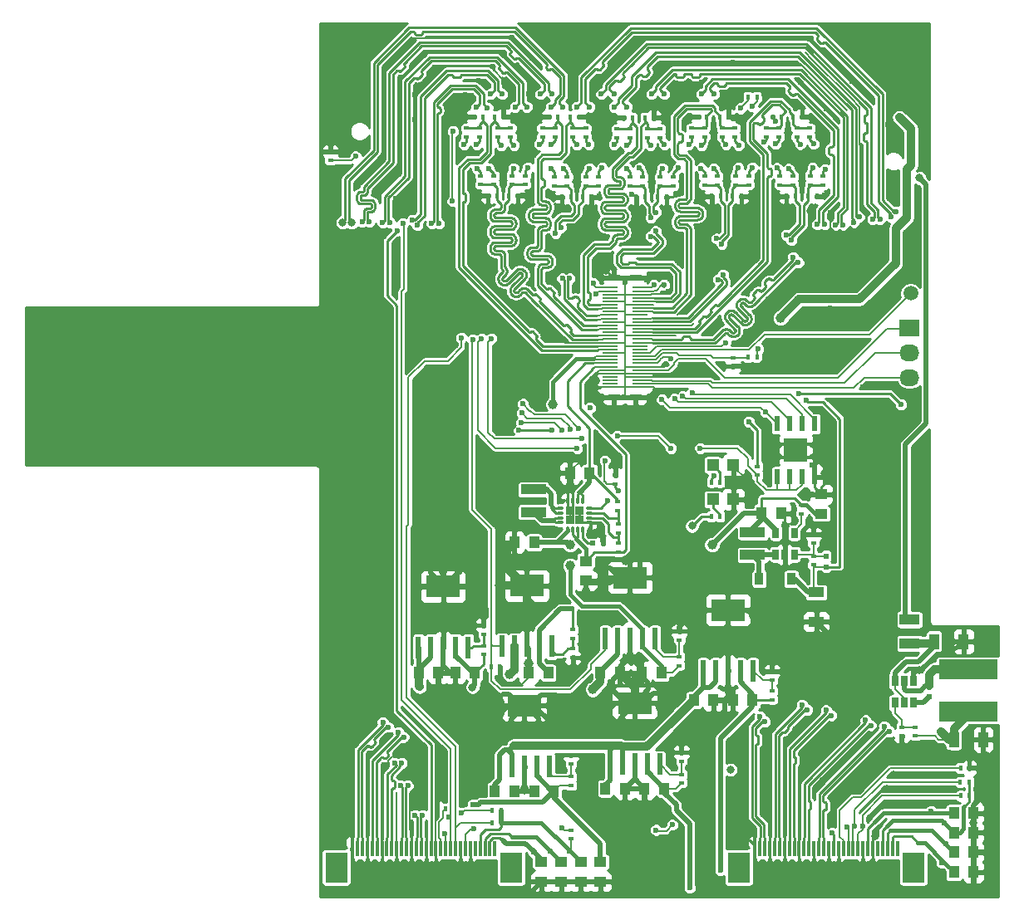
<source format=gtl>
G04 #@! TF.FileFunction,Copper,L1,Top,Signal*
%FSLAX46Y46*%
G04 Gerber Fmt 4.6, Leading zero omitted, Abs format (unit mm)*
G04 Created by KiCad (PCBNEW 4.0.4-stable) date Mon Nov 14 15:58:05 2016*
%MOMM*%
%LPD*%
G01*
G04 APERTURE LIST*
%ADD10C,0.100000*%
%ADD11R,1.600000X0.200000*%
%ADD12R,1.200000X0.600000*%
%ADD13R,0.300000X1.500000*%
%ADD14R,2.300000X3.100000*%
%ADD15R,0.600000X0.400000*%
%ADD16R,1.000000X1.250000*%
%ADD17R,0.600000X0.500000*%
%ADD18R,0.500000X0.600000*%
%ADD19R,1.600000X1.000000*%
%ADD20R,1.250000X1.000000*%
%ADD21R,2.540000X1.021080*%
%ADD22R,0.400000X0.600000*%
%ADD23R,0.650000X1.060000*%
%ADD24O,0.300000X0.750000*%
%ADD25O,0.750000X0.300000*%
%ADD26R,0.900000X0.900000*%
%ADD27R,0.600000X1.550000*%
%ADD28R,1.175000X1.175000*%
%ADD29R,0.910000X1.220000*%
%ADD30R,0.600000X2.200000*%
%ADD31R,3.500000X2.200000*%
%ADD32R,1.198880X1.198880*%
%ADD33C,1.500000*%
%ADD34R,2.032000X1.727200*%
%ADD35O,2.032000X1.727200*%
%ADD36R,1.000000X1.600000*%
%ADD37R,2.029460X1.140460*%
%ADD38R,6.000000X2.000000*%
%ADD39C,0.800000*%
%ADD40C,1.000000*%
%ADD41C,0.600000*%
%ADD42C,0.885000*%
%ADD43C,0.150000*%
%ADD44C,0.230000*%
%ADD45C,0.381000*%
%ADD46C,0.508000*%
%ADD47C,0.180000*%
%ADD48C,0.203200*%
%ADD49C,0.254000*%
G04 APERTURE END LIST*
D10*
D11*
X197000000Y-112075000D03*
X197000000Y-111725000D03*
X197000000Y-111375000D03*
X197000000Y-111025000D03*
X197000000Y-110675000D03*
X197000000Y-110325000D03*
X197000000Y-109975000D03*
X197000000Y-109625000D03*
X197000000Y-109275000D03*
X197000000Y-108925000D03*
X197000000Y-108575000D03*
X197000000Y-108225000D03*
X197000000Y-107875000D03*
X197000000Y-107525000D03*
X197000000Y-107175000D03*
X197000000Y-106825000D03*
X197000000Y-106475000D03*
X197000000Y-106125000D03*
X197000000Y-105775000D03*
X197000000Y-105425000D03*
X197000000Y-105075000D03*
X197000000Y-104725000D03*
X197000000Y-104375000D03*
X197000000Y-104025000D03*
X197000000Y-103675000D03*
X197000000Y-103325000D03*
X197000000Y-102975000D03*
X197000000Y-102625000D03*
X197000000Y-102275000D03*
X197000000Y-101925000D03*
X200000000Y-112075000D03*
X200000000Y-111725000D03*
X200000000Y-111375000D03*
X200000000Y-111025000D03*
X200000000Y-110675000D03*
X200000000Y-110325000D03*
X200000000Y-109975000D03*
X200000000Y-109625000D03*
X200000000Y-109275000D03*
X200000000Y-108925000D03*
X200000000Y-108575000D03*
X200000000Y-108225000D03*
X200000000Y-107875000D03*
X200000000Y-107525000D03*
X200000000Y-107175000D03*
X200000000Y-106825000D03*
X200000000Y-106475000D03*
X200000000Y-106125000D03*
X200000000Y-105775000D03*
X200000000Y-105425000D03*
X200000000Y-105075000D03*
X200000000Y-104725000D03*
X200000000Y-104375000D03*
X200000000Y-104025000D03*
X200000000Y-103675000D03*
X200000000Y-103325000D03*
X200000000Y-102975000D03*
X200000000Y-102625000D03*
X200000000Y-102275000D03*
X200000000Y-101925000D03*
D12*
X197400000Y-113100000D03*
X199600000Y-113100000D03*
X197400000Y-100900000D03*
X199600000Y-100900000D03*
D13*
X185250000Y-159150000D03*
X184750000Y-159150000D03*
X184250000Y-159150000D03*
X183750000Y-159150000D03*
X183250000Y-159150000D03*
X182750000Y-159150000D03*
X182250000Y-159150000D03*
X181750000Y-159150000D03*
X181250000Y-159150000D03*
X180750000Y-159150000D03*
X180250000Y-159150000D03*
X179750000Y-159150000D03*
X179250000Y-159150000D03*
X178750000Y-159150000D03*
X178250000Y-159150000D03*
X177750000Y-159150000D03*
X177250000Y-159150000D03*
X176750000Y-159150000D03*
X176250000Y-159150000D03*
X175750000Y-159150000D03*
X175250000Y-159150000D03*
X174750000Y-159150000D03*
X174250000Y-159150000D03*
X173750000Y-159150000D03*
X173250000Y-159150000D03*
X172750000Y-159150000D03*
X172250000Y-159150000D03*
X171750000Y-159150000D03*
X171250000Y-159150000D03*
X170750000Y-159150000D03*
D14*
X169100000Y-161050000D03*
X186900000Y-161050000D03*
D15*
X197700000Y-85750000D03*
X197700000Y-86650000D03*
X194520000Y-91530000D03*
X194520000Y-90630000D03*
D16*
X212400000Y-124930000D03*
X214400000Y-124930000D03*
X189250000Y-127900000D03*
X187250000Y-127900000D03*
D17*
X195190000Y-127980000D03*
X196290000Y-127980000D03*
D18*
X219000000Y-130380000D03*
X219000000Y-129280000D03*
D19*
X218000000Y-133000000D03*
X218000000Y-136000000D03*
D16*
X194910000Y-120840000D03*
X192910000Y-120840000D03*
D20*
X194520000Y-131800000D03*
X194520000Y-129800000D03*
D21*
X211500000Y-129175540D03*
X211500000Y-126884460D03*
X189180000Y-122504460D03*
X189180000Y-124795540D03*
D15*
X183820000Y-91410000D03*
X183820000Y-90510000D03*
X185120000Y-91410000D03*
X185120000Y-90510000D03*
X187020000Y-91410000D03*
X187020000Y-90510000D03*
X188320000Y-91410000D03*
X188320000Y-90510000D03*
X212900000Y-85650000D03*
X212900000Y-86550000D03*
X214200000Y-85650000D03*
X214200000Y-86550000D03*
X216000000Y-85650000D03*
X216000000Y-86550000D03*
X217300000Y-85650000D03*
X217300000Y-86550000D03*
X214300000Y-91450000D03*
X214300000Y-90550000D03*
X215600000Y-91450000D03*
X215600000Y-90550000D03*
X217400000Y-91450000D03*
X217400000Y-90550000D03*
X218700000Y-91450000D03*
X218700000Y-90550000D03*
X182370000Y-85650000D03*
X182370000Y-86550000D03*
X183670000Y-85650000D03*
X183670000Y-86550000D03*
X185570000Y-85650000D03*
X185570000Y-86550000D03*
X186870000Y-85650000D03*
X186870000Y-86550000D03*
X190100000Y-85650000D03*
X190100000Y-86550000D03*
X191400000Y-85650000D03*
X191400000Y-86550000D03*
X193200000Y-85650000D03*
X193200000Y-86550000D03*
X194500000Y-85650000D03*
X194500000Y-86550000D03*
D22*
X184570000Y-92560000D03*
X185470000Y-92560000D03*
X186670000Y-92560000D03*
X187570000Y-92560000D03*
X213550000Y-84500000D03*
X214450000Y-84500000D03*
X215650000Y-84500000D03*
X216550000Y-84500000D03*
X214950000Y-92600000D03*
X215850000Y-92600000D03*
X217150000Y-92600000D03*
X218050000Y-92600000D03*
X183120000Y-84500000D03*
X184020000Y-84500000D03*
X185220000Y-84500000D03*
X186120000Y-84500000D03*
X190750000Y-84500000D03*
X191650000Y-84500000D03*
X192950000Y-84500000D03*
X193850000Y-84500000D03*
D15*
X205300000Y-85650000D03*
X205300000Y-86550000D03*
X206600000Y-85650000D03*
X206600000Y-86550000D03*
X208400000Y-85650000D03*
X208400000Y-86550000D03*
X209700000Y-85650000D03*
X209700000Y-86550000D03*
X199000000Y-85750000D03*
X199000000Y-86650000D03*
X200800000Y-85750000D03*
X200800000Y-86650000D03*
X202100000Y-85750000D03*
X202100000Y-86650000D03*
X191320000Y-91530000D03*
X191320000Y-90630000D03*
X192620000Y-91530000D03*
X192620000Y-90630000D03*
X195820000Y-91530000D03*
X195820000Y-90630000D03*
X206600000Y-91460000D03*
X206600000Y-90560000D03*
X207900000Y-91460000D03*
X207900000Y-90560000D03*
X209800000Y-91460000D03*
X209800000Y-90560000D03*
X211100000Y-91460000D03*
X211100000Y-90560000D03*
X199000000Y-91550000D03*
X199000000Y-90650000D03*
X200300000Y-91550000D03*
X200300000Y-90650000D03*
X202100000Y-91550000D03*
X202100000Y-90650000D03*
X203400000Y-91550000D03*
X203400000Y-90650000D03*
D22*
X205950000Y-84500000D03*
X206850000Y-84500000D03*
X208150000Y-84500000D03*
X209050000Y-84500000D03*
X198350000Y-84600000D03*
X199250000Y-84600000D03*
X200550000Y-84600000D03*
X201450000Y-84600000D03*
X192070000Y-92680000D03*
X192970000Y-92680000D03*
X194170000Y-92680000D03*
X195070000Y-92680000D03*
X207350000Y-92610000D03*
X208250000Y-92610000D03*
X209450000Y-92610000D03*
X210350000Y-92610000D03*
X199650000Y-92700000D03*
X200550000Y-92700000D03*
X201850000Y-92700000D03*
X202750000Y-92700000D03*
D15*
X216500000Y-124080000D03*
X216500000Y-124980000D03*
X217700000Y-129280000D03*
X217700000Y-130180000D03*
X217700000Y-127080000D03*
X217700000Y-127980000D03*
X197780000Y-123760000D03*
X197780000Y-124660000D03*
X197830000Y-126020000D03*
X197830000Y-126920000D03*
X197850000Y-128000000D03*
X197850000Y-128900000D03*
D23*
X213850000Y-129130000D03*
X214800000Y-129130000D03*
X215750000Y-129130000D03*
X215750000Y-126930000D03*
X213850000Y-126930000D03*
D24*
X192660000Y-126615000D03*
X193160000Y-126615000D03*
X193660000Y-126615000D03*
X194160000Y-126615000D03*
D25*
X194885000Y-125890000D03*
X194885000Y-125390000D03*
X194885000Y-124890000D03*
X194885000Y-124390000D03*
D24*
X194160000Y-123665000D03*
X193660000Y-123665000D03*
X193160000Y-123665000D03*
X192660000Y-123665000D03*
D25*
X191935000Y-124390000D03*
X191935000Y-124890000D03*
X191935000Y-125390000D03*
X191935000Y-125890000D03*
D26*
X193860000Y-124690000D03*
X192960000Y-124690000D03*
X193860000Y-125590000D03*
X192960000Y-125590000D03*
D27*
X213995000Y-121200000D03*
X215265000Y-121200000D03*
X216535000Y-121200000D03*
X217805000Y-121200000D03*
X217805000Y-115800000D03*
X216535000Y-115800000D03*
X215265000Y-115800000D03*
X213995000Y-115800000D03*
D28*
X216487500Y-117912500D03*
X215312500Y-117912500D03*
X216487500Y-119087500D03*
X215312500Y-119087500D03*
D29*
X215435000Y-131630000D03*
X212165000Y-131630000D03*
D16*
X196000000Y-141200000D03*
X198000000Y-141200000D03*
X202200000Y-141200000D03*
X200200000Y-141200000D03*
D15*
X197500000Y-121950000D03*
X197500000Y-121050000D03*
X212000000Y-120150000D03*
X212000000Y-121050000D03*
X209500000Y-109950000D03*
X209500000Y-109050000D03*
D22*
X211950000Y-109000000D03*
X211050000Y-109000000D03*
D15*
X204040000Y-140460000D03*
X204040000Y-139560000D03*
X204050000Y-137860000D03*
X204050000Y-136960000D03*
D30*
X196460000Y-137700000D03*
X197730000Y-137700000D03*
X199000000Y-137700000D03*
X200270000Y-137700000D03*
X201540000Y-137700000D03*
D31*
X199000000Y-131500000D03*
D16*
X196500000Y-153000000D03*
X198500000Y-153000000D03*
X211500000Y-144000000D03*
X209500000Y-144000000D03*
X205500000Y-144000000D03*
X207500000Y-144000000D03*
X202500000Y-153000000D03*
X200500000Y-153000000D03*
X185250000Y-153250000D03*
X187250000Y-153250000D03*
X191250000Y-153250000D03*
X189250000Y-153250000D03*
D22*
X180240000Y-155070000D03*
X179340000Y-155070000D03*
D15*
X213500000Y-143950000D03*
X213500000Y-143050000D03*
X213500000Y-141950000D03*
X213500000Y-141050000D03*
D22*
X232680000Y-150910000D03*
X233580000Y-150910000D03*
D15*
X204250000Y-152450000D03*
X204250000Y-151550000D03*
X204250000Y-150200000D03*
X204250000Y-149300000D03*
X193000000Y-152700000D03*
X193000000Y-151800000D03*
X193000000Y-150450000D03*
X193000000Y-149550000D03*
D30*
X206460000Y-141000000D03*
X207730000Y-141000000D03*
X209000000Y-141000000D03*
X210270000Y-141000000D03*
X211540000Y-141000000D03*
D31*
X209000000Y-134800000D03*
D30*
X196960000Y-150500000D03*
X198230000Y-150500000D03*
X199500000Y-150500000D03*
X200770000Y-150500000D03*
X202040000Y-150500000D03*
D31*
X199500000Y-144300000D03*
D30*
X185710000Y-150750000D03*
X186980000Y-150750000D03*
X188250000Y-150750000D03*
X189520000Y-150750000D03*
X190790000Y-150750000D03*
D31*
X188250000Y-144550000D03*
D13*
X226250000Y-159150000D03*
X225750000Y-159150000D03*
X225250000Y-159150000D03*
X224750000Y-159150000D03*
X224250000Y-159150000D03*
X223750000Y-159150000D03*
X223250000Y-159150000D03*
X222750000Y-159150000D03*
X222250000Y-159150000D03*
X221750000Y-159150000D03*
X221250000Y-159150000D03*
X220750000Y-159150000D03*
X220250000Y-159150000D03*
X219750000Y-159150000D03*
X219250000Y-159150000D03*
X218750000Y-159150000D03*
X218250000Y-159150000D03*
X217750000Y-159150000D03*
X217250000Y-159150000D03*
X216750000Y-159150000D03*
X216250000Y-159150000D03*
X215750000Y-159150000D03*
X215250000Y-159150000D03*
X214750000Y-159150000D03*
X214250000Y-159150000D03*
X213750000Y-159150000D03*
X213250000Y-159150000D03*
X212750000Y-159150000D03*
X212250000Y-159150000D03*
X211750000Y-159150000D03*
D14*
X210100000Y-161050000D03*
X227900000Y-161050000D03*
D20*
X190000000Y-162500000D03*
X190000000Y-160500000D03*
X192000000Y-162500000D03*
X192000000Y-160500000D03*
X194000000Y-162500000D03*
X194000000Y-160500000D03*
D16*
X234000000Y-155500000D03*
X232000000Y-155500000D03*
X234000000Y-161500000D03*
X232000000Y-161500000D03*
X234000000Y-159500000D03*
X232000000Y-159500000D03*
X234000000Y-157500000D03*
X232000000Y-157500000D03*
D20*
X196000000Y-162500000D03*
X196000000Y-160500000D03*
D22*
X184970000Y-156490000D03*
X185870000Y-156490000D03*
X184990000Y-155220000D03*
X185890000Y-155220000D03*
D15*
X193030000Y-157240000D03*
X193030000Y-158140000D03*
D22*
X232690000Y-153740000D03*
X233590000Y-153740000D03*
X232660000Y-152340000D03*
X233560000Y-152340000D03*
D32*
X207450980Y-123500000D03*
X209549020Y-123500000D03*
X207450980Y-120000000D03*
X209549020Y-120000000D03*
D22*
X208200000Y-125250000D03*
X207300000Y-125250000D03*
X208200000Y-121750000D03*
X207300000Y-121750000D03*
D20*
X218500000Y-125000000D03*
X218500000Y-123000000D03*
D16*
X190700000Y-141200000D03*
X188700000Y-141200000D03*
D33*
X227600000Y-102500000D03*
D34*
X227500000Y-106000000D03*
D35*
X227500000Y-108540000D03*
X227500000Y-111080000D03*
D15*
X193200000Y-136800000D03*
X193200000Y-137700000D03*
X193200000Y-138750000D03*
X193200000Y-139650000D03*
D30*
X185960000Y-138500000D03*
X187230000Y-138500000D03*
X188500000Y-138500000D03*
X189770000Y-138500000D03*
X191040000Y-138500000D03*
D31*
X188500000Y-132300000D03*
D22*
X184870000Y-140620000D03*
X185770000Y-140620000D03*
D16*
X177500000Y-141200000D03*
X179500000Y-141200000D03*
X183200000Y-141200000D03*
X181200000Y-141200000D03*
D36*
X230000000Y-138000000D03*
X233000000Y-138000000D03*
D18*
X229460000Y-143650000D03*
X229460000Y-142550000D03*
D36*
X232000000Y-148000000D03*
X235000000Y-148000000D03*
D37*
X227500000Y-135796040D03*
X227500000Y-138203960D03*
D38*
X233500000Y-140850000D03*
X233500000Y-145150000D03*
D15*
X168500000Y-88950000D03*
X168500000Y-88050000D03*
D22*
X211950000Y-82500000D03*
X211050000Y-82500000D03*
D15*
X184100000Y-139350000D03*
X184100000Y-138450000D03*
X184100000Y-137250000D03*
X184100000Y-136350000D03*
X228100000Y-147650000D03*
X228100000Y-146750000D03*
X226700000Y-146750000D03*
X226700000Y-147650000D03*
D30*
X177460000Y-138600000D03*
X178730000Y-138600000D03*
X180000000Y-138600000D03*
X181270000Y-138600000D03*
X182540000Y-138600000D03*
D31*
X180000000Y-132400000D03*
D23*
X227890000Y-142040000D03*
X226940000Y-142040000D03*
X225990000Y-142040000D03*
X225990000Y-144240000D03*
X227890000Y-144240000D03*
X226940000Y-144240000D03*
D39*
X230700000Y-147170000D03*
X209280000Y-151090000D03*
X205340000Y-126230000D03*
D40*
X192920000Y-128130000D03*
X195240000Y-142890000D03*
X186780000Y-141330000D03*
X207390000Y-128140000D03*
D39*
X177510000Y-132410000D03*
D41*
X177590000Y-135690000D03*
D39*
X178730000Y-130610000D03*
D41*
X180340000Y-125550000D03*
X178530000Y-127460000D03*
X178550000Y-128760000D03*
X188790000Y-112690000D03*
X188660000Y-109050000D03*
X188930000Y-101210000D03*
X190130000Y-106010000D03*
X188690000Y-104610000D03*
X191120000Y-101390000D03*
X188720000Y-96330000D03*
X191000000Y-92480000D03*
D39*
X181570000Y-130810000D03*
X182470000Y-132420000D03*
D41*
X212640000Y-82170000D03*
X210040000Y-82270000D03*
D39*
X179970000Y-130900000D03*
X184090000Y-135470000D03*
X181220000Y-142680000D03*
X179530000Y-142680000D03*
D40*
X198140000Y-146120000D03*
X204360000Y-147840000D03*
D39*
X235340000Y-149630000D03*
X228470000Y-140920000D03*
D40*
X205890000Y-147840000D03*
X206110000Y-153920000D03*
X206200000Y-150770000D03*
X209000000Y-142860000D03*
X208030000Y-145700000D03*
X211630000Y-135450000D03*
X211560000Y-138750000D03*
X207320000Y-138790000D03*
X208430000Y-136920000D03*
X198620000Y-129710000D03*
X199520000Y-122320000D03*
X211110000Y-116930000D03*
D39*
X204500000Y-116000000D03*
X201500000Y-118500000D03*
D41*
X209550000Y-117250000D03*
X206900000Y-117300000D03*
D40*
X212620000Y-115840000D03*
X221500000Y-121000000D03*
X222500000Y-124000000D03*
X222470000Y-117540000D03*
X225500000Y-140000000D03*
X225500000Y-136270000D03*
X225500000Y-132970000D03*
X225500000Y-130230000D03*
X222500000Y-130270000D03*
X222500000Y-133070000D03*
X221500000Y-137300000D03*
X221500000Y-135500000D03*
X168500000Y-93500000D03*
D41*
X169940000Y-80160000D03*
X170050000Y-82810000D03*
X169210000Y-84750000D03*
X169820000Y-87660000D03*
X169920000Y-89620000D03*
X199860000Y-115950000D03*
X198690000Y-117780000D03*
D39*
X175160000Y-101250000D03*
X174220000Y-125280000D03*
D41*
X173050000Y-120920000D03*
X173070000Y-117970000D03*
X173140000Y-114880000D03*
D39*
X171870000Y-124370000D03*
X172940000Y-123260000D03*
D41*
X171590000Y-127960000D03*
X171580000Y-132410000D03*
X171590000Y-141500000D03*
X169960000Y-146050000D03*
X171750000Y-147310000D03*
X170690000Y-149910000D03*
X170030000Y-148620000D03*
X169940000Y-125940000D03*
X169960000Y-140090000D03*
X169960000Y-136880000D03*
X169930000Y-134540000D03*
X169940000Y-132440000D03*
X169910000Y-130580000D03*
D39*
X170750000Y-122630000D03*
X171160000Y-111290000D03*
D41*
X171160000Y-120430000D03*
X171160000Y-117990000D03*
X171130000Y-114910000D03*
X199760000Y-114090000D03*
X202920000Y-102340000D03*
X202730000Y-109740000D03*
X200730000Y-101140000D03*
X203110000Y-101080000D03*
D39*
X196580000Y-100160000D03*
X204000000Y-97000000D03*
X204070000Y-99330000D03*
X210920000Y-93850000D03*
X214500000Y-95000000D03*
X217430000Y-94120000D03*
X213160000Y-105920000D03*
D41*
X210290000Y-107550000D03*
X197400000Y-114060000D03*
X195550000Y-116740000D03*
X194080000Y-119150000D03*
X196040000Y-118020000D03*
X195600000Y-119400000D03*
X196800000Y-115810000D03*
D39*
X188000000Y-120500000D03*
X205660000Y-103330000D03*
D41*
X219350000Y-98400000D03*
X224950000Y-97200000D03*
X221150000Y-97650000D03*
X223000000Y-97450000D03*
X219430000Y-94290000D03*
X219000000Y-83680000D03*
X214850000Y-79130000D03*
X222920000Y-94000000D03*
X221180000Y-100470000D03*
X219580000Y-117450000D03*
X218940000Y-115370000D03*
D39*
X176500000Y-148500000D03*
D41*
X174500000Y-147550000D03*
D40*
X177900000Y-108650000D03*
X177930000Y-111030000D03*
D41*
X176400000Y-92450000D03*
X175540000Y-87200000D03*
X177080000Y-82220000D03*
X179460000Y-79490000D03*
X185010000Y-79390000D03*
X186180000Y-80940000D03*
X188680000Y-82200000D03*
X186070000Y-78060000D03*
X175530000Y-80980000D03*
X187520000Y-79460000D03*
X223330000Y-79180000D03*
X195220000Y-78280000D03*
X196370000Y-76960000D03*
X197600000Y-75940000D03*
X198390000Y-75130000D03*
X221530000Y-77370000D03*
X220780000Y-76760000D03*
X219540000Y-75470000D03*
X194180000Y-79240000D03*
X188320000Y-75210000D03*
X172220000Y-80290000D03*
X175580000Y-75180000D03*
X174270000Y-75960000D03*
X172590000Y-77700000D03*
X192710000Y-79290000D03*
X191080000Y-77950000D03*
X189680000Y-76420000D03*
X186980000Y-76390000D03*
X189070000Y-78510000D03*
X174260000Y-79280000D03*
X180940000Y-83410000D03*
X182120000Y-84680000D03*
X182160000Y-83460000D03*
X182230000Y-82280000D03*
X183620000Y-80840000D03*
X187100000Y-82220000D03*
X189840000Y-83420000D03*
X185870000Y-83360000D03*
X203660000Y-83370000D03*
X204910000Y-84650000D03*
X210060000Y-84810000D03*
X208800000Y-83430000D03*
X217350000Y-76540000D03*
X209760000Y-76460000D03*
X220260000Y-79400000D03*
X209530000Y-78980000D03*
X208200000Y-79060000D03*
X203740000Y-81070000D03*
X202320000Y-79370000D03*
X204350000Y-79060000D03*
X205030000Y-80930000D03*
X206300000Y-80950000D03*
X205000000Y-82230000D03*
X203740000Y-82210000D03*
X193690000Y-101900000D03*
X191800000Y-106910000D03*
X205990000Y-119290000D03*
X217580000Y-123010000D03*
X217700000Y-126140000D03*
X214930000Y-130420000D03*
X218510000Y-131640000D03*
X214280000Y-132660000D03*
X211020000Y-131070000D03*
X214130000Y-138340000D03*
X214310000Y-133980000D03*
X218830000Y-138350000D03*
X214810000Y-126000000D03*
X215710000Y-125670000D03*
X217540000Y-119980000D03*
X218230000Y-118670000D03*
X222600000Y-114850000D03*
X222720000Y-112060000D03*
X219540000Y-113420000D03*
X222580000Y-107630000D03*
X222560000Y-104500000D03*
X224295000Y-103205000D03*
X223160000Y-100010000D03*
X219360000Y-101410000D03*
X219420000Y-106090000D03*
X219400000Y-104040000D03*
X219420000Y-110350000D03*
X219440000Y-107290000D03*
D39*
X193930000Y-144020000D03*
D40*
X184690000Y-143140000D03*
X185730000Y-144160000D03*
X194540000Y-154340000D03*
X194550000Y-150420000D03*
D39*
X200000000Y-159000000D03*
X203500000Y-159000000D03*
D40*
X206690000Y-159050000D03*
D41*
X181210000Y-103790000D03*
X181000000Y-107030000D03*
X180750000Y-96610000D03*
X180210000Y-94470000D03*
D39*
X192000000Y-98000000D03*
D41*
X193770000Y-95780000D03*
D40*
X177920000Y-112560000D03*
D41*
X178410000Y-118360000D03*
D39*
X207950000Y-105620000D03*
X213190000Y-107510000D03*
X210690000Y-110280000D03*
X213160000Y-103130000D03*
D41*
X204220000Y-109760000D03*
D39*
X205890000Y-110630000D03*
X227960000Y-149500000D03*
X231610000Y-149480000D03*
X225190000Y-153060000D03*
X220220000Y-153650000D03*
X224950000Y-154600000D03*
X225840000Y-151570000D03*
X215540000Y-141620000D03*
X215500000Y-140170000D03*
X175260000Y-97320000D03*
X173140000Y-101530000D03*
X171140000Y-102250000D03*
D40*
X177800000Y-123990000D03*
D39*
X173140000Y-111300000D03*
D40*
X192900000Y-122150000D03*
D41*
X210750000Y-121400000D03*
D40*
X204500000Y-122000000D03*
X201500000Y-122500000D03*
D41*
X228300000Y-98050000D03*
X227000000Y-100500000D03*
D39*
X217000000Y-104500000D03*
D41*
X228000000Y-100500000D03*
D40*
X194500000Y-133000000D03*
D39*
X195000000Y-136000000D03*
X183500000Y-162500000D03*
X198000000Y-159000000D03*
D40*
X199960000Y-155570000D03*
D39*
X217000000Y-110000000D03*
X217000000Y-108000000D03*
X214500000Y-98500000D03*
X215500000Y-101500000D03*
X211000000Y-96000000D03*
X210500000Y-99500000D03*
X206500000Y-100000000D03*
X207500000Y-95500000D03*
D41*
X198500000Y-101350000D03*
D39*
X184000000Y-94000000D03*
X184000000Y-99500000D03*
X184000000Y-104000000D03*
X185500000Y-108500000D03*
X191500000Y-109500000D03*
X180500000Y-110500000D03*
X182000000Y-110500000D03*
X185500000Y-116000000D03*
X185500000Y-110500000D03*
X182000000Y-124500000D03*
X182000000Y-122500000D03*
X180500000Y-122500000D03*
X182000000Y-119000000D03*
X184000000Y-119000000D03*
X180500000Y-119000000D03*
X186500000Y-125500000D03*
X186500000Y-123500000D03*
X186500000Y-121000000D03*
X173500000Y-145000000D03*
X173500000Y-141500000D03*
X173500000Y-136500000D03*
X173500000Y-132500000D03*
X173500000Y-128000000D03*
X177500000Y-150500000D03*
X177500000Y-153500000D03*
X169000000Y-154000000D03*
X168000000Y-151000000D03*
X168000000Y-148000000D03*
X168000000Y-146000000D03*
X168000000Y-144000000D03*
X168000000Y-122000000D03*
X168000000Y-124000000D03*
X168000000Y-126000000D03*
X168000000Y-128000000D03*
X168000000Y-130500000D03*
X168000000Y-132500000D03*
X168000000Y-134500000D03*
X168000000Y-136500000D03*
X168000000Y-139000000D03*
X168000000Y-141500000D03*
D40*
X168500000Y-119500000D03*
X168500000Y-95500000D03*
X168500000Y-97500000D03*
X168500000Y-99500000D03*
X168500000Y-101500000D03*
X168500000Y-103500000D03*
X168500000Y-105500000D03*
D41*
X173390000Y-92610000D03*
D40*
X168500000Y-117500000D03*
X168500000Y-115500000D03*
X168500000Y-113500000D03*
X168500000Y-111500000D03*
X168500000Y-109500000D03*
X168500000Y-107500000D03*
X206000000Y-134500000D03*
X196500000Y-132000000D03*
X196500000Y-130500000D03*
X200000000Y-129500000D03*
X227500000Y-115000000D03*
X225500000Y-117500000D03*
X224500000Y-116000000D03*
X225500000Y-124000000D03*
X229000000Y-119000000D03*
X229000000Y-122000000D03*
X229000000Y-125000000D03*
X229000000Y-128000000D03*
X225500000Y-128000000D03*
X229000000Y-134000000D03*
X229000000Y-131000000D03*
X222500000Y-127500000D03*
X221500000Y-139500000D03*
D39*
X195330000Y-112360000D03*
X195220000Y-111310000D03*
X234510000Y-163540000D03*
X235900000Y-159840000D03*
X234000000Y-156470000D03*
X234500000Y-153490000D03*
X224000000Y-157830000D03*
X171205000Y-162255000D03*
X173200000Y-162280000D03*
X175160000Y-162280000D03*
X176870000Y-162280000D03*
X181545000Y-162205000D03*
X179145000Y-162205000D03*
X212740000Y-154760000D03*
X210140000Y-158250000D03*
X193860000Y-125590000D03*
X192960000Y-124710000D03*
X197660000Y-119410000D03*
D41*
X218950000Y-121810000D03*
D39*
X218840000Y-120850000D03*
D41*
X215312500Y-117912500D03*
D39*
X215312500Y-119087500D03*
X216487500Y-117912500D03*
D41*
X214810000Y-128090000D03*
D40*
X192950000Y-141290000D03*
X186490000Y-130540000D03*
X185730000Y-132320000D03*
X189360000Y-134680000D03*
X188700000Y-140230000D03*
D41*
X208850000Y-89780000D03*
X211350000Y-88550000D03*
X215130000Y-88520000D03*
X213770000Y-88410000D03*
X206250000Y-88450000D03*
X197350000Y-88490000D03*
X202520000Y-88580000D03*
X201210000Y-89900000D03*
X199220000Y-92410000D03*
X195870000Y-92540000D03*
X191750000Y-93600000D03*
X188060000Y-92500000D03*
D40*
X169940000Y-156670000D03*
X179880000Y-153370000D03*
X189700000Y-146540000D03*
X188190000Y-146630000D03*
X186930000Y-146470000D03*
X185700000Y-145400000D03*
X188250000Y-153140000D03*
X198410000Y-154720000D03*
X199030000Y-139590000D03*
X202620000Y-143330000D03*
X202190000Y-144840000D03*
D41*
X172290000Y-87500000D03*
X175160000Y-92870000D03*
X172730000Y-89790000D03*
X172210000Y-84890000D03*
X172250000Y-82820000D03*
X180820000Y-84720000D03*
X177080000Y-84760000D03*
X180350000Y-92540000D03*
X182110000Y-88390000D03*
X185950000Y-89840000D03*
X183570000Y-92600000D03*
X203650000Y-92400000D03*
X206400000Y-92580000D03*
X211330000Y-92610000D03*
X214080000Y-92480000D03*
X218850000Y-92460000D03*
X225620000Y-91980000D03*
X225310000Y-85310000D03*
X225320000Y-83350000D03*
X224710000Y-80810000D03*
X217600000Y-84840000D03*
X213800000Y-84960000D03*
X215090000Y-86100000D03*
X202520000Y-84740000D03*
X197440000Y-84710000D03*
X194830000Y-84830000D03*
X189770000Y-84720000D03*
X187180000Y-84710000D03*
X188470000Y-87250000D03*
X188610000Y-88520000D03*
X193680000Y-88470000D03*
X196070000Y-88550000D03*
X208830000Y-82150000D03*
X213920000Y-82280000D03*
X216410000Y-81000000D03*
X221640000Y-80860000D03*
X199815000Y-83335000D03*
X196100000Y-127200000D03*
X195930000Y-126260000D03*
X201050000Y-113300000D03*
X195930000Y-113250000D03*
X198470000Y-113100000D03*
D39*
X216640000Y-151230000D03*
X219270000Y-147290000D03*
X218700000Y-152170000D03*
X218680000Y-142360000D03*
X220930000Y-146100000D03*
X212910000Y-147580000D03*
X215930000Y-147290000D03*
X221770000Y-143180000D03*
X210270000Y-147710000D03*
X213900000Y-145860000D03*
X215110000Y-144640000D03*
X216230000Y-143370000D03*
X210230000Y-154660000D03*
D41*
X212817500Y-114622500D03*
X216960000Y-113440000D03*
X202280000Y-113340000D03*
X195290000Y-101490000D03*
X175965165Y-147765165D03*
X179575000Y-95400000D03*
X183400000Y-83500000D03*
X175434835Y-147234835D03*
X178825000Y-95400000D03*
X184500000Y-83600000D03*
X220715000Y-95500000D03*
X217065165Y-144975165D03*
X201200000Y-82200000D03*
X219965000Y-95500000D03*
X216534835Y-144444835D03*
X202500000Y-82200000D03*
X174365165Y-146765165D03*
X184800000Y-82200000D03*
X177365165Y-95565165D03*
X173834835Y-146234835D03*
X176834835Y-95034835D03*
X186000000Y-82200000D03*
X212775165Y-146175165D03*
X218845000Y-95460000D03*
X206300000Y-82200000D03*
X183440000Y-89770000D03*
X175310000Y-96090000D03*
X212244835Y-145644835D03*
X218095000Y-95460000D03*
X207600000Y-82200000D03*
X205000000Y-87300000D03*
X174575000Y-95300000D03*
X175775000Y-150400000D03*
X187300000Y-83500000D03*
X184630000Y-89800000D03*
X188500000Y-83500000D03*
X173825000Y-95300000D03*
X175025000Y-150400000D03*
X219515165Y-145545165D03*
X222355165Y-94724835D03*
X197400000Y-83500000D03*
X187160000Y-89760000D03*
X206300000Y-87400000D03*
X181840000Y-107050000D03*
X218984835Y-145014835D03*
X221824835Y-95255165D03*
X198700000Y-83500000D03*
X208800000Y-87300000D03*
X175900000Y-95360000D03*
X180600000Y-155930000D03*
X181870000Y-155490000D03*
X176375000Y-152700000D03*
X172475000Y-95200000D03*
X189900000Y-82200000D03*
X188630000Y-89700000D03*
X191100000Y-82200000D03*
X171725000Y-95200000D03*
X175625000Y-152700000D03*
X224475000Y-94950000D03*
X223545165Y-146565165D03*
X196100000Y-82200000D03*
X212640000Y-87070000D03*
X210100000Y-87400000D03*
X222720000Y-156840000D03*
X193810000Y-116300000D03*
X188120000Y-113780000D03*
X223725000Y-94950000D03*
X223014835Y-146034835D03*
X197400000Y-82200000D03*
X197400000Y-87300000D03*
X192910000Y-116400000D03*
X188030000Y-114700000D03*
X221900000Y-156840000D03*
D39*
X170675000Y-95300000D03*
D41*
X177875000Y-155700000D03*
X191000000Y-83500000D03*
X213840000Y-87240000D03*
D39*
X169725000Y-95300000D03*
D41*
X177125000Y-155700000D03*
X192200000Y-83500000D03*
X225435165Y-147205165D03*
X226135165Y-94164835D03*
X193600000Y-83500000D03*
X216360000Y-87290000D03*
X198700000Y-87400000D03*
X224904835Y-146674835D03*
X225604835Y-94695165D03*
X194900000Y-83500000D03*
X201100000Y-87400000D03*
X192100000Y-157030000D03*
X221120000Y-156930000D03*
X203330000Y-156700000D03*
X201670000Y-157220000D03*
X180170000Y-157570000D03*
X187950000Y-115700000D03*
X192080000Y-116430000D03*
X217710000Y-87270000D03*
X213990000Y-89730000D03*
X202500000Y-87300000D03*
X219620000Y-157530000D03*
X191050000Y-116490000D03*
X187710000Y-116480000D03*
X190970000Y-89770000D03*
X215180000Y-89810000D03*
X217620000Y-89720000D03*
X192290000Y-89790000D03*
X194880000Y-89750000D03*
X218920000Y-89830000D03*
X182100000Y-87300000D03*
X196150000Y-89720000D03*
X206250000Y-89740000D03*
X183400000Y-87300000D03*
X185900000Y-87400000D03*
X207550000Y-89790000D03*
X210050000Y-89720000D03*
X187200000Y-87400000D03*
X189800000Y-87300000D03*
X211480000Y-89690000D03*
D39*
X187270000Y-148620000D03*
X177580000Y-142610000D03*
D40*
X214350000Y-105000000D03*
D39*
X226463860Y-84571840D03*
X203130000Y-146320000D03*
X204130000Y-145300000D03*
D41*
X207580000Y-121080000D03*
X198710000Y-89800000D03*
X191000000Y-87300000D03*
X193600000Y-87300000D03*
X199980000Y-89730000D03*
D39*
X182970000Y-142670000D03*
D41*
X190880000Y-159380000D03*
X231160000Y-158590000D03*
X202310000Y-89770000D03*
X194800000Y-87300000D03*
X203900000Y-89730000D03*
X211120000Y-115600000D03*
X216190000Y-112710000D03*
X226620000Y-113840000D03*
X216165165Y-99365165D03*
X214934835Y-96534835D03*
X215634835Y-98834835D03*
X215465165Y-97065165D03*
X191434835Y-96365165D03*
X192125000Y-101000000D03*
X191965165Y-95834835D03*
X192875000Y-101000000D03*
X208497653Y-100590711D03*
X207834835Y-96934835D03*
X207967323Y-101121041D03*
X208365165Y-97465165D03*
X201637300Y-96165346D03*
X201134835Y-94765165D03*
X201106970Y-96695676D03*
X201665165Y-94234835D03*
X203580000Y-113240000D03*
X195530000Y-102550000D03*
X201470000Y-101650000D03*
X204390000Y-113000000D03*
X205350000Y-112620000D03*
X202490000Y-101660000D03*
D40*
X192920000Y-130260000D03*
X191190000Y-113800000D03*
D41*
X208750000Y-107530000D03*
X180990000Y-85980000D03*
X180940000Y-93090000D03*
X183010000Y-107230000D03*
X196750000Y-123680000D03*
X197850000Y-122660000D03*
X196450000Y-119550000D03*
X193630000Y-118350000D03*
X183890000Y-107140000D03*
X212070000Y-108180000D03*
X206170000Y-118300000D03*
X197720000Y-117010000D03*
X203180000Y-118290000D03*
X194070000Y-117330000D03*
X184900000Y-107100000D03*
X208230000Y-161330000D03*
X231025000Y-156525000D03*
X192820000Y-159400000D03*
X205110000Y-163100000D03*
X189180000Y-159460000D03*
X230790000Y-160570000D03*
X196000000Y-159140000D03*
X229690000Y-155290000D03*
X183040000Y-154610000D03*
X183110000Y-157080000D03*
X203200000Y-109140000D03*
X194950000Y-114180000D03*
X193060000Y-134680000D03*
D39*
X228508560Y-90738960D03*
D41*
X171060000Y-88550000D03*
X210280000Y-83640000D03*
X211430000Y-83420000D03*
D42*
X230700000Y-147170000D02*
X231530000Y-148000000D01*
X231530000Y-148000000D02*
X232000000Y-148000000D01*
D43*
X228100000Y-147650000D02*
X230090000Y-147650000D01*
X230440000Y-148000000D02*
X232000000Y-148000000D01*
X230090000Y-147650000D02*
X230440000Y-148000000D01*
D42*
X233500000Y-145150000D02*
X233500000Y-145450000D01*
X233500000Y-145450000D02*
X232000000Y-146950000D01*
X232000000Y-146950000D02*
X232000000Y-148000000D01*
D44*
X207300000Y-125250000D02*
X206320000Y-125250000D01*
X206320000Y-125250000D02*
X205340000Y-126230000D01*
X212400000Y-124930000D02*
X212400000Y-123390000D01*
X215800000Y-123380000D02*
X216500000Y-124080000D01*
X212410000Y-123380000D02*
X215800000Y-123380000D01*
X212400000Y-123390000D02*
X212410000Y-123380000D01*
D45*
X218500000Y-125000000D02*
X217890000Y-125000000D01*
X217890000Y-125000000D02*
X216970000Y-124080000D01*
X216970000Y-124080000D02*
X216500000Y-124080000D01*
X192660000Y-126615000D02*
X192660000Y-126730000D01*
X192660000Y-126730000D02*
X191490000Y-127900000D01*
D46*
X189250000Y-127900000D02*
X191490000Y-127900000D01*
X191490000Y-127900000D02*
X192690000Y-127900000D01*
X192690000Y-127900000D02*
X192920000Y-128130000D01*
D42*
X187230000Y-138500000D02*
X187230000Y-140880000D01*
X196000000Y-142130000D02*
X196000000Y-141200000D01*
X195240000Y-142890000D02*
X196000000Y-142130000D01*
X187230000Y-140880000D02*
X186780000Y-141330000D01*
D46*
X197730000Y-137700000D02*
X197730000Y-139340000D01*
X197730000Y-139340000D02*
X196000000Y-141070000D01*
X196000000Y-141070000D02*
X196000000Y-141200000D01*
X213850000Y-126930000D02*
X213850000Y-126610000D01*
X213850000Y-126610000D02*
X212400000Y-125160000D01*
X212400000Y-125160000D02*
X212400000Y-124930000D01*
X211500000Y-126884460D02*
X211500000Y-126520000D01*
X211500000Y-126520000D02*
X212400000Y-125620000D01*
X212400000Y-125620000D02*
X212400000Y-124930000D01*
X207390000Y-128140000D02*
X207390000Y-128120000D01*
X207390000Y-128120000D02*
X210580000Y-124930000D01*
X210580000Y-124930000D02*
X212400000Y-124930000D01*
D43*
X177510000Y-132410000D02*
X177510000Y-135610000D01*
D46*
X177520000Y-132400000D02*
X177510000Y-132410000D01*
X180000000Y-132400000D02*
X177520000Y-132400000D01*
D43*
X177510000Y-135610000D02*
X177590000Y-135690000D01*
D46*
X178730000Y-130990000D02*
X178730000Y-130610000D01*
X180000000Y-132260000D02*
X178730000Y-130990000D01*
D43*
X178530000Y-128740000D02*
X178530000Y-127460000D01*
X178550000Y-128760000D02*
X178530000Y-128740000D01*
X188860000Y-110500000D02*
X188860000Y-112620000D01*
X188860000Y-112620000D02*
X188790000Y-112690000D01*
X188680000Y-109070000D02*
X188680000Y-109120000D01*
X188660000Y-109050000D02*
X188680000Y-109070000D01*
X190090000Y-106010000D02*
X190130000Y-106010000D01*
X188690000Y-104610000D02*
X190090000Y-106010000D01*
D46*
X180000000Y-132400000D02*
X180000000Y-132260000D01*
X180000000Y-132400000D02*
X180100000Y-132400000D01*
X180100000Y-132400000D02*
X181570000Y-130930000D01*
X181570000Y-130930000D02*
X181570000Y-130810000D01*
X180000000Y-132400000D02*
X182450000Y-132400000D01*
X182450000Y-132400000D02*
X182470000Y-132420000D01*
D44*
X180000000Y-132400000D02*
X180000000Y-130930000D01*
X180000000Y-130930000D02*
X179970000Y-130900000D01*
X184100000Y-136350000D02*
X184100000Y-135480000D01*
X184100000Y-135480000D02*
X184090000Y-135470000D01*
D46*
X181200000Y-141200000D02*
X180740000Y-141200000D01*
X180740000Y-141200000D02*
X180000000Y-140460000D01*
X180000000Y-138600000D02*
X180000000Y-140460000D01*
X180000000Y-140460000D02*
X180000000Y-140700000D01*
X180000000Y-140700000D02*
X179500000Y-141200000D01*
X181200000Y-141200000D02*
X181200000Y-142660000D01*
X181200000Y-142660000D02*
X181220000Y-142680000D01*
X179500000Y-141200000D02*
X179500000Y-142650000D01*
X179500000Y-142650000D02*
X179530000Y-142680000D01*
X198140000Y-145660000D02*
X198140000Y-146120000D01*
X199500000Y-144300000D02*
X198140000Y-145660000D01*
D45*
X235000000Y-148000000D02*
X235000000Y-149290000D01*
X235000000Y-149290000D02*
X235340000Y-149630000D01*
X229290000Y-140220000D02*
X229290000Y-140210000D01*
X228590000Y-140920000D02*
X229290000Y-140220000D01*
X227890000Y-142040000D02*
X227890000Y-141270000D01*
X228240000Y-140920000D02*
X228470000Y-140920000D01*
X227890000Y-141270000D02*
X228240000Y-140920000D01*
X228470000Y-140920000D02*
X228590000Y-140920000D01*
X231510000Y-139260000D02*
X232770000Y-138000000D01*
X230240000Y-139260000D02*
X231510000Y-139260000D01*
X229290000Y-140210000D02*
X230240000Y-139260000D01*
X232770000Y-138000000D02*
X233000000Y-138000000D01*
D43*
X219919204Y-82668456D02*
X219907184Y-82680476D01*
X219907184Y-82680476D02*
X219907184Y-82656436D01*
D42*
X205980000Y-147750000D02*
X205890000Y-147840000D01*
X206110000Y-150860000D02*
X206110000Y-153920000D01*
X206200000Y-150770000D02*
X206110000Y-150860000D01*
D44*
X204250000Y-149300000D02*
X204250000Y-147950000D01*
X204250000Y-147950000D02*
X204360000Y-147840000D01*
D46*
X208640000Y-144000000D02*
X208640000Y-145090000D01*
X205980000Y-147750000D02*
X208030000Y-145700000D01*
X204360000Y-147840000D02*
X205890000Y-147840000D01*
X208640000Y-145090000D02*
X208030000Y-145700000D01*
X209000000Y-141000000D02*
X209000000Y-142860000D01*
X209000000Y-142860000D02*
X209000000Y-143640000D01*
X209000000Y-143640000D02*
X208640000Y-144000000D01*
X207500000Y-144000000D02*
X208640000Y-144000000D01*
X208640000Y-144000000D02*
X209500000Y-144000000D01*
X211630000Y-135450000D02*
X211630000Y-138680000D01*
X210980000Y-134800000D02*
X211630000Y-135450000D01*
X209000000Y-134800000D02*
X210980000Y-134800000D01*
X211630000Y-138680000D02*
X211560000Y-138750000D01*
X209000000Y-141000000D02*
X209000000Y-137490000D01*
X209000000Y-137490000D02*
X208430000Y-136920000D01*
X208430000Y-136920000D02*
X208430000Y-137680000D01*
X208430000Y-137680000D02*
X207320000Y-138790000D01*
X209000000Y-134800000D02*
X209000000Y-136350000D01*
X209000000Y-136350000D02*
X208430000Y-136920000D01*
X199000000Y-131500000D02*
X199000000Y-130090000D01*
X199000000Y-130090000D02*
X198620000Y-129710000D01*
X210790000Y-117250000D02*
X211110000Y-116930000D01*
D43*
X206950000Y-117250000D02*
X209550000Y-117250000D01*
X206900000Y-117300000D02*
X206950000Y-117250000D01*
D46*
X209550000Y-117250000D02*
X210790000Y-117250000D01*
X221500000Y-118510000D02*
X221500000Y-119000000D01*
X225500000Y-124000000D02*
X222500000Y-124000000D01*
X221500000Y-119000000D02*
X221500000Y-121000000D01*
X221500000Y-118510000D02*
X222470000Y-117540000D01*
D44*
X222500000Y-134490000D02*
X222500000Y-134500000D01*
X168500000Y-93500000D02*
X168500000Y-91040000D01*
X169940000Y-82700000D02*
X169940000Y-80160000D01*
X170050000Y-82810000D02*
X169940000Y-82700000D01*
X169210000Y-87050000D02*
X169210000Y-84750000D01*
X169820000Y-87660000D02*
X169210000Y-87050000D01*
X168500000Y-91040000D02*
X169920000Y-89620000D01*
X199760000Y-115850000D02*
X199860000Y-115950000D01*
X199760000Y-114090000D02*
X199760000Y-115850000D01*
X173070000Y-114950000D02*
X173070000Y-117970000D01*
X173140000Y-114880000D02*
X173070000Y-114950000D01*
X171590000Y-127960000D02*
X171590000Y-128000000D01*
X171590000Y-128000000D02*
X171590000Y-127960000D01*
X171590000Y-127960000D02*
X171590000Y-128000000D01*
X169940000Y-132440000D02*
X171550000Y-132440000D01*
X171550000Y-132440000D02*
X171580000Y-132410000D01*
X169960000Y-146050000D02*
X170490000Y-146050000D01*
X170490000Y-146050000D02*
X171750000Y-147310000D01*
X169960000Y-141680000D02*
X169960000Y-146050000D01*
X169960000Y-146050000D02*
X169960000Y-148550000D01*
X170690000Y-149910000D02*
X170680000Y-149900000D01*
X169960000Y-148550000D02*
X170030000Y-148620000D01*
X170380000Y-122630000D02*
X169940000Y-123070000D01*
X169940000Y-123070000D02*
X169940000Y-125940000D01*
X170750000Y-122630000D02*
X170380000Y-122630000D01*
X169960000Y-140090000D02*
X169960000Y-141500000D01*
X169960000Y-134570000D02*
X169960000Y-136880000D01*
X169930000Y-134540000D02*
X169960000Y-134570000D01*
X169940000Y-130610000D02*
X169940000Y-132440000D01*
X169910000Y-130580000D02*
X169940000Y-130610000D01*
X169960000Y-141500000D02*
X169960000Y-141680000D01*
X169960000Y-141680000D02*
X169960000Y-141690000D01*
X169960000Y-141690000D02*
X169960000Y-141500000D01*
X170750000Y-122010000D02*
X170750000Y-122630000D01*
X171160000Y-121600000D02*
X170750000Y-122010000D01*
X171160000Y-120430000D02*
X171160000Y-121600000D01*
X171160000Y-114940000D02*
X171160000Y-117990000D01*
X171130000Y-114910000D02*
X171160000Y-114940000D01*
X199600000Y-113100000D02*
X199600000Y-113930000D01*
X199600000Y-113930000D02*
X199760000Y-114090000D01*
D43*
X202040000Y-102600000D02*
X202300000Y-102340000D01*
X202300000Y-102340000D02*
X202920000Y-102340000D01*
X200000000Y-102625000D02*
X201125000Y-102625000D01*
X201150000Y-102600000D02*
X201620000Y-102600000D01*
X201125000Y-102625000D02*
X201150000Y-102600000D01*
X201620000Y-102600000D02*
X202040000Y-102600000D01*
X202495000Y-109975000D02*
X202730000Y-109740000D01*
X202495000Y-109975000D02*
X200000000Y-109975000D01*
D44*
X200730000Y-101140000D02*
X200730000Y-101080000D01*
X200490000Y-100900000D02*
X200730000Y-101140000D01*
X199600000Y-100900000D02*
X200490000Y-100900000D01*
X202690000Y-100660000D02*
X203110000Y-101080000D01*
X201150000Y-100660000D02*
X202690000Y-100660000D01*
X200730000Y-101080000D02*
X201150000Y-100660000D01*
X197400000Y-100900000D02*
X197320000Y-100900000D01*
X197320000Y-100900000D02*
X196580000Y-100160000D01*
X211000000Y-96000000D02*
X211000000Y-93930000D01*
X211000000Y-93930000D02*
X210920000Y-93850000D01*
D43*
X213160000Y-105920000D02*
X211920000Y-105920000D01*
X211920000Y-105920000D02*
X210290000Y-107550000D01*
X196040000Y-117230000D02*
X195550000Y-116740000D01*
X194080000Y-119460000D02*
X194080000Y-119150000D01*
X192910000Y-120630000D02*
X194080000Y-119460000D01*
X196040000Y-118960000D02*
X196040000Y-118020000D01*
X195600000Y-119400000D02*
X196040000Y-118960000D01*
X196040000Y-118020000D02*
X196040000Y-117230000D01*
X197400000Y-115210000D02*
X197400000Y-114060000D01*
X197400000Y-114060000D02*
X197400000Y-113100000D01*
X196800000Y-115810000D02*
X197400000Y-115210000D01*
X192910000Y-120840000D02*
X192910000Y-120630000D01*
X192910000Y-120840000D02*
X190180000Y-120840000D01*
X189840000Y-120500000D02*
X188000000Y-120500000D01*
X190180000Y-120840000D02*
X189840000Y-120500000D01*
D47*
X205660000Y-103330000D02*
X205170000Y-103330000D01*
X205170000Y-103330000D02*
X203850000Y-104650000D01*
X219400000Y-95530000D02*
X219400000Y-98350000D01*
D43*
X215500000Y-101500000D02*
X217750000Y-101500000D01*
X219350000Y-99900000D02*
X219350000Y-98400000D01*
X217750000Y-101500000D02*
X219350000Y-99900000D01*
X224700000Y-97450000D02*
X224950000Y-97200000D01*
X221150000Y-97650000D02*
X222800000Y-97650000D01*
X220400000Y-98400000D02*
X221150000Y-97650000D01*
X219350000Y-98400000D02*
X220400000Y-98400000D01*
X222800000Y-97650000D02*
X223000000Y-97450000D01*
X223000000Y-97450000D02*
X224700000Y-97450000D01*
D47*
X219430000Y-95230000D02*
X219400000Y-95260000D01*
X219400000Y-95260000D02*
X219400000Y-95530000D01*
X219430000Y-94290000D02*
X219430000Y-95230000D01*
X219400000Y-98350000D02*
X219350000Y-98400000D01*
X219000000Y-83680000D02*
X219090000Y-83680000D01*
X220260000Y-84850000D02*
X220260000Y-85030000D01*
X219090000Y-83680000D02*
X220260000Y-84850000D01*
X214850000Y-79130000D02*
X216380748Y-79130000D01*
X216380748Y-79130000D02*
X219907184Y-82656436D01*
X219919204Y-82668456D02*
X221140374Y-83889626D01*
X221604626Y-82705374D02*
X217514626Y-78615374D01*
X222430000Y-83530748D02*
X221604626Y-82705374D01*
X222670000Y-91100000D02*
X222670000Y-87594998D01*
X222780000Y-94000000D02*
X222670000Y-93890000D01*
X222670000Y-93890000D02*
X222670000Y-91100000D01*
X222920000Y-94000000D02*
X222780000Y-94000000D01*
X222430000Y-87354998D02*
X222430000Y-86460000D01*
X222670000Y-87594998D02*
X222430000Y-87354998D01*
X222430000Y-86460000D02*
X222430000Y-83530748D01*
X217514626Y-78615374D02*
X216849626Y-77950374D01*
D48*
X218940000Y-116810000D02*
X219580000Y-117450000D01*
X218940000Y-115370000D02*
X218940000Y-116810000D01*
D47*
X178250000Y-159150000D02*
X178250000Y-156984998D01*
X178394998Y-156840000D02*
X178394998Y-156250000D01*
X178250000Y-156984998D02*
X178394998Y-156840000D01*
X176570000Y-153980000D02*
X176570000Y-153490000D01*
X176750000Y-157320000D02*
X176570000Y-157140000D01*
X176570000Y-157140000D02*
X176570000Y-153980000D01*
X176750000Y-159150000D02*
X176750000Y-157320000D01*
X176580000Y-153500000D02*
X177500000Y-153500000D01*
X176570000Y-153490000D02*
X176580000Y-153500000D01*
X175250000Y-159150000D02*
X175250000Y-153340000D01*
X175250000Y-153340000D02*
X175240000Y-153330000D01*
X174830000Y-149710000D02*
X175290000Y-149710000D01*
X173750000Y-150960000D02*
X174418216Y-150291784D01*
X174418216Y-150291784D02*
X174418216Y-150121784D01*
X174418216Y-150121784D02*
X174830000Y-149710000D01*
X173750000Y-150960000D02*
X173750000Y-159150000D01*
X175290000Y-149710000D02*
X176500000Y-148500000D01*
X172250000Y-149800000D02*
X172250000Y-159150000D01*
X174500000Y-147550000D02*
X172250000Y-149800000D01*
X177080000Y-84760000D02*
X177080000Y-91770000D01*
X177080000Y-91770000D02*
X176400000Y-92450000D01*
X175530000Y-80980000D02*
X175530000Y-87190000D01*
X175530000Y-87190000D02*
X175540000Y-87200000D01*
X177130000Y-82540000D02*
X177130000Y-84710000D01*
X177130000Y-84710000D02*
X177080000Y-84760000D01*
X179460000Y-79490000D02*
X179390000Y-79490000D01*
X177080000Y-81800000D02*
X177080000Y-82220000D01*
X179390000Y-79490000D02*
X177080000Y-81800000D01*
X185010000Y-79390000D02*
X179560000Y-79390000D01*
X186180000Y-80820000D02*
X185010000Y-79650000D01*
X185010000Y-79650000D02*
X185010000Y-79390000D01*
X186180000Y-80940000D02*
X186180000Y-80820000D01*
X179560000Y-79390000D02*
X179460000Y-79490000D01*
X187520000Y-79460000D02*
X187620000Y-79460000D01*
X188680000Y-80520000D02*
X188680000Y-82200000D01*
X187620000Y-79460000D02*
X188680000Y-80520000D01*
X186070000Y-78060000D02*
X186120000Y-78060000D01*
X175530000Y-80820000D02*
X178580000Y-77770000D01*
X178580000Y-77770000D02*
X185780000Y-77770000D01*
X185780000Y-77770000D02*
X186070000Y-78060000D01*
X175530000Y-80980000D02*
X175530000Y-80820000D01*
X186120000Y-78060000D02*
X187520000Y-79460000D01*
X221530000Y-77370000D02*
X221530000Y-77380000D01*
X221530000Y-77380000D02*
X223330000Y-79180000D01*
X200410000Y-74980000D02*
X219050000Y-74980000D01*
X195260000Y-78320000D02*
X195220000Y-78280000D01*
X196370000Y-76960000D02*
X197390000Y-75940000D01*
X197390000Y-75940000D02*
X197600000Y-75940000D01*
X198390000Y-75130000D02*
X198540000Y-74980000D01*
X198540000Y-74980000D02*
X200410000Y-74980000D01*
X195260000Y-78430000D02*
X195260000Y-78320000D01*
X221390000Y-77370000D02*
X221530000Y-77370000D01*
X220780000Y-76760000D02*
X221390000Y-77370000D01*
X219050000Y-74980000D02*
X219540000Y-75470000D01*
X194990000Y-78430000D02*
X195260000Y-78430000D01*
X195260000Y-78430000D02*
X195280000Y-78430000D01*
X194180000Y-79240000D02*
X194990000Y-78430000D01*
X174270000Y-76020000D02*
X174270000Y-75960000D01*
X172590000Y-77700000D02*
X174270000Y-76020000D01*
X192680000Y-79320000D02*
X192680000Y-79460000D01*
X192710000Y-79290000D02*
X192680000Y-79320000D01*
X191080000Y-77820000D02*
X191080000Y-77950000D01*
X189680000Y-76420000D02*
X191080000Y-77820000D01*
X186990000Y-76540000D02*
X186990000Y-76400000D01*
X186990000Y-76400000D02*
X186980000Y-76390000D01*
X188950000Y-78500000D02*
X189060000Y-78500000D01*
X189060000Y-78500000D02*
X189070000Y-78510000D01*
X174260000Y-79280000D02*
X174260000Y-79030000D01*
X186970000Y-76520000D02*
X186990000Y-76540000D01*
X186990000Y-76540000D02*
X188950000Y-78500000D01*
X188950000Y-78500000D02*
X189880000Y-79430000D01*
X176770000Y-76520000D02*
X186970000Y-76520000D01*
X174260000Y-79030000D02*
X176770000Y-76520000D01*
D44*
X174260000Y-79280000D02*
X174250000Y-79280000D01*
X182120000Y-84680000D02*
X182300000Y-84500000D01*
X182300000Y-84500000D02*
X183120000Y-84500000D01*
X187090000Y-82210000D02*
X187090000Y-82200000D01*
X187100000Y-82220000D02*
X187090000Y-82210000D01*
X186120000Y-84500000D02*
X186120000Y-83610000D01*
X186120000Y-83610000D02*
X185870000Y-83360000D01*
X205950000Y-84500000D02*
X205060000Y-84500000D01*
X205060000Y-84500000D02*
X204910000Y-84650000D01*
X209050000Y-84500000D02*
X209110000Y-84500000D01*
X209110000Y-84500000D02*
X209420000Y-84810000D01*
X209420000Y-84810000D02*
X210060000Y-84810000D01*
X209050000Y-84500000D02*
X209050000Y-83680000D01*
X209050000Y-83680000D02*
X208800000Y-83430000D01*
X217350000Y-76540000D02*
X217400000Y-76540000D01*
X217270000Y-76460000D02*
X217350000Y-76540000D01*
X209760000Y-76460000D02*
X217270000Y-76460000D01*
X217400000Y-76540000D02*
X220260000Y-79400000D01*
X209530000Y-78980000D02*
X209530000Y-78990000D01*
D43*
X192455119Y-107565119D02*
X191800000Y-106910000D01*
X197000000Y-107525000D02*
X195956997Y-107525000D01*
X195916878Y-107565119D02*
X195040000Y-107565119D01*
X195956997Y-107525000D02*
X195916878Y-107565119D01*
X195040000Y-107565119D02*
X192455119Y-107565119D01*
D45*
X218500000Y-123000000D02*
X217590000Y-123000000D01*
X217590000Y-123000000D02*
X217580000Y-123010000D01*
X217700000Y-127080000D02*
X217700000Y-126140000D01*
X214310000Y-132690000D02*
X214280000Y-132660000D01*
X214310000Y-133980000D02*
X214310000Y-132690000D01*
X214150000Y-138360000D02*
X214310000Y-138360000D01*
X214130000Y-138340000D02*
X214150000Y-138360000D01*
X218000000Y-136000000D02*
X216330000Y-136000000D01*
X216330000Y-136000000D02*
X214310000Y-133980000D01*
X218000000Y-136000000D02*
X218000000Y-137520000D01*
X218000000Y-137520000D02*
X218830000Y-138350000D01*
D48*
X214810000Y-126000000D02*
X215380000Y-126000000D01*
X215380000Y-126000000D02*
X215710000Y-125670000D01*
X217805000Y-121200000D02*
X217805000Y-120245000D01*
X217805000Y-120245000D02*
X217540000Y-119980000D01*
X216487500Y-117912500D02*
X217472500Y-117912500D01*
X217472500Y-117912500D02*
X218230000Y-118670000D01*
X222600000Y-114850000D02*
X220970000Y-114850000D01*
X220970000Y-114850000D02*
X219540000Y-113420000D01*
X219440000Y-107290000D02*
X222240000Y-107290000D01*
X222240000Y-107290000D02*
X222580000Y-107630000D01*
X221180000Y-100470000D02*
X222700000Y-100470000D01*
X222700000Y-100470000D02*
X223160000Y-100010000D01*
X220240000Y-101410000D02*
X221180000Y-100470000D01*
X219360000Y-101410000D02*
X220240000Y-101410000D01*
X219390000Y-104050000D02*
X219390000Y-104080000D01*
X219400000Y-104040000D02*
X219390000Y-104050000D01*
X217000000Y-108000000D02*
X218730000Y-108000000D01*
X218730000Y-108000000D02*
X219440000Y-107290000D01*
D46*
X188250000Y-144550000D02*
X189220000Y-144550000D01*
X189220000Y-144550000D02*
X190530000Y-145860000D01*
X193300000Y-145640000D02*
X193300000Y-144910000D01*
X193080000Y-145860000D02*
X193300000Y-145640000D01*
X190530000Y-145860000D02*
X193080000Y-145860000D01*
X193930000Y-144020000D02*
X193930000Y-144280000D01*
X190840000Y-144550000D02*
X191200000Y-144910000D01*
X191200000Y-144910000D02*
X193300000Y-144910000D01*
X193300000Y-144910000D02*
X193740000Y-144470000D01*
X190840000Y-144550000D02*
X188250000Y-144550000D01*
X193930000Y-144280000D02*
X193740000Y-144470000D01*
X190330000Y-143480000D02*
X191510000Y-143480000D01*
D44*
X194830000Y-144920000D02*
X193930000Y-144020000D01*
X196920000Y-144920000D02*
X194830000Y-144920000D01*
D46*
X197540000Y-144300000D02*
X196920000Y-144920000D01*
X190330000Y-143480000D02*
X189940000Y-143480000D01*
X192050000Y-144020000D02*
X193930000Y-144020000D01*
X191510000Y-143480000D02*
X192050000Y-144020000D01*
X188250000Y-144550000D02*
X188870000Y-144550000D01*
X188870000Y-144550000D02*
X189940000Y-143480000D01*
X188250000Y-144550000D02*
X187802998Y-144550000D01*
X187802998Y-144550000D02*
X186662998Y-143410000D01*
X186662998Y-143410000D02*
X186060000Y-143410000D01*
X185730000Y-144160000D02*
X185710000Y-144160000D01*
X185710000Y-144160000D02*
X184690000Y-143140000D01*
X188250000Y-144550000D02*
X186120000Y-144550000D01*
X186120000Y-144550000D02*
X185730000Y-144160000D01*
X199500000Y-144300000D02*
X199500000Y-144270000D01*
X199500000Y-144270000D02*
X200910000Y-142860000D01*
X200910000Y-142240000D02*
X200200000Y-141530000D01*
X200910000Y-142860000D02*
X200910000Y-142240000D01*
X200200000Y-141530000D02*
X200200000Y-141200000D01*
X199500000Y-144300000D02*
X198570000Y-144300000D01*
X198570000Y-144300000D02*
X197260000Y-142990000D01*
X197260000Y-141940000D02*
X198000000Y-141200000D01*
X197260000Y-142990000D02*
X197260000Y-141940000D01*
X199500000Y-144300000D02*
X199670000Y-144300000D01*
X197540000Y-144300000D02*
X199500000Y-144300000D01*
X198000000Y-157800000D02*
X194540000Y-154340000D01*
X198000000Y-159000000D02*
X198000000Y-157800000D01*
D43*
X181210000Y-103790000D02*
X181210000Y-106820000D01*
X181420000Y-104000000D02*
X181210000Y-103790000D01*
X184000000Y-104000000D02*
X181420000Y-104000000D01*
X181210000Y-106820000D02*
X181000000Y-107030000D01*
X192000000Y-98000000D02*
X192000000Y-97550000D01*
X192000000Y-97550000D02*
X193770000Y-95780000D01*
X179050000Y-119000000D02*
X178410000Y-118360000D01*
X180500000Y-119000000D02*
X179050000Y-119000000D01*
D44*
X207950000Y-105620000D02*
X207950000Y-105640000D01*
X211640000Y-110280000D02*
X213190000Y-108730000D01*
X213190000Y-108730000D02*
X213190000Y-107510000D01*
D46*
X210360000Y-109950000D02*
X209500000Y-109950000D01*
X210360000Y-109950000D02*
X210690000Y-110280000D01*
D44*
X210690000Y-110280000D02*
X211640000Y-110280000D01*
D43*
X203290000Y-110690000D02*
X204220000Y-109760000D01*
X201670000Y-110690000D02*
X203290000Y-110690000D01*
D46*
X199500000Y-144300000D02*
X197540000Y-144300000D01*
D44*
X231610000Y-149480000D02*
X233050000Y-149480000D01*
X227960000Y-149500000D02*
X227980000Y-149480000D01*
X227980000Y-149480000D02*
X231610000Y-149480000D01*
X233580000Y-150010000D02*
X233580000Y-150910000D01*
X233050000Y-149480000D02*
X233580000Y-150010000D01*
X213500000Y-141050000D02*
X214620000Y-141050000D01*
X215540000Y-141620000D02*
X216230000Y-142310000D01*
X214620000Y-141050000D02*
X215500000Y-140170000D01*
X177920000Y-112560000D02*
X177920000Y-123870000D01*
X177920000Y-123870000D02*
X177800000Y-123990000D01*
X173200000Y-111240000D02*
X173250000Y-111240000D01*
X173140000Y-111300000D02*
X173200000Y-111240000D01*
X177930000Y-111030000D02*
X177930000Y-112610000D01*
X177930000Y-112610000D02*
X177920000Y-112600000D01*
X177920000Y-112600000D02*
X177920000Y-112560000D01*
X178460000Y-110500000D02*
X177930000Y-111030000D01*
X180500000Y-110500000D02*
X178460000Y-110500000D01*
D43*
X192900000Y-120850000D02*
X192900000Y-122150000D01*
X192910000Y-122140000D02*
X192900000Y-122150000D01*
X193160000Y-122140000D02*
X193160000Y-121090000D01*
X193160000Y-122910000D02*
X193160000Y-122140000D01*
X192910000Y-122140000D02*
X193160000Y-122140000D01*
X192900000Y-120850000D02*
X192910000Y-120840000D01*
X193160000Y-121090000D02*
X192910000Y-120840000D01*
X185770000Y-140620000D02*
X185770000Y-141800000D01*
X187940000Y-142440000D02*
X188700000Y-141680000D01*
X186410000Y-142440000D02*
X187940000Y-142440000D01*
X185770000Y-141800000D02*
X186410000Y-142440000D01*
X188700000Y-141680000D02*
X188700000Y-141200000D01*
X209549020Y-120000000D02*
X209549020Y-120199020D01*
X209549020Y-120199020D02*
X210750000Y-121400000D01*
D46*
X201500000Y-122500000D02*
X202000000Y-122000000D01*
X202000000Y-122000000D02*
X204500000Y-122000000D01*
D43*
X227000000Y-100500000D02*
X227000000Y-99000000D01*
X227950000Y-98050000D02*
X228300000Y-98050000D01*
X227000000Y-99000000D02*
X227950000Y-98050000D01*
X223000000Y-104500000D02*
X224295000Y-103205000D01*
X224295000Y-103205000D02*
X227000000Y-100500000D01*
X223000000Y-104500000D02*
X222560000Y-104500000D01*
X222560000Y-104500000D02*
X217000000Y-104500000D01*
D46*
X194520000Y-132980000D02*
X194500000Y-133000000D01*
X194520000Y-131800000D02*
X194520000Y-132980000D01*
X183205000Y-162205000D02*
X183500000Y-162500000D01*
X190000000Y-162500000D02*
X189000000Y-163500000D01*
X183205000Y-162205000D02*
X181545000Y-162205000D01*
X184500000Y-163500000D02*
X183205000Y-162205000D01*
X189000000Y-163500000D02*
X184500000Y-163500000D01*
X190000000Y-162500000D02*
X196000000Y-162500000D01*
X200000000Y-159000000D02*
X198000000Y-159000000D01*
X199960000Y-155570000D02*
X199960000Y-158960000D01*
X200500000Y-155030000D02*
X199960000Y-155570000D01*
X200500000Y-153000000D02*
X200500000Y-155030000D01*
X199960000Y-158960000D02*
X200000000Y-159000000D01*
X217000000Y-108000000D02*
X217000000Y-110000000D01*
X215500000Y-101500000D02*
X216000000Y-101500000D01*
X184000000Y-99500000D02*
X184000000Y-98500000D01*
X184000000Y-98500000D02*
X184000000Y-94000000D01*
X185500000Y-108500000D02*
X185500000Y-108000000D01*
X185500000Y-108000000D02*
X186500000Y-107000000D01*
X186500000Y-107000000D02*
X184500000Y-105000000D01*
X184500000Y-105000000D02*
X184500000Y-104500000D01*
X184500000Y-104500000D02*
X184000000Y-104000000D01*
X185500000Y-110500000D02*
X188860000Y-110500000D01*
X188860000Y-110500000D02*
X190500000Y-110500000D01*
X190500000Y-110500000D02*
X191500000Y-109500000D01*
X180500000Y-110500000D02*
X182000000Y-110500000D01*
X185500000Y-110500000D02*
X185500000Y-116000000D01*
X180500000Y-122500000D02*
X182000000Y-122500000D01*
X182000000Y-119000000D02*
X180500000Y-119000000D01*
X187250000Y-127900000D02*
X187250000Y-126250000D01*
X187250000Y-126250000D02*
X186500000Y-125500000D01*
X186500000Y-123500000D02*
X186500000Y-121000000D01*
X173500000Y-141500000D02*
X171590000Y-141500000D01*
X171590000Y-141500000D02*
X169960000Y-141500000D01*
X169960000Y-141500000D02*
X168000000Y-141500000D01*
X168000000Y-128000000D02*
X171590000Y-128000000D01*
X171590000Y-128000000D02*
X173500000Y-128000000D01*
X173500000Y-132500000D02*
X173500000Y-136500000D01*
X177500000Y-150500000D02*
X177500000Y-153500000D01*
X168000000Y-153000000D02*
X169000000Y-154000000D01*
X168000000Y-151000000D02*
X168000000Y-153000000D01*
X168000000Y-146000000D02*
X168000000Y-148000000D01*
X168000000Y-141500000D02*
X168000000Y-144000000D01*
X168500000Y-120500000D02*
X168000000Y-121000000D01*
X168000000Y-121000000D02*
X168000000Y-122000000D01*
X168000000Y-124000000D02*
X168000000Y-126000000D01*
X168000000Y-128000000D02*
X168000000Y-130500000D01*
X168000000Y-132500000D02*
X168000000Y-134500000D01*
X168000000Y-136500000D02*
X168000000Y-139000000D01*
X168500000Y-119500000D02*
X168500000Y-120500000D01*
X168500000Y-95500000D02*
X168500000Y-97500000D01*
X168500000Y-99500000D02*
X168500000Y-101500000D01*
X168500000Y-103500000D02*
X168500000Y-105500000D01*
X168500000Y-115500000D02*
X168500000Y-117500000D01*
X168500000Y-111500000D02*
X168500000Y-113500000D01*
X168500000Y-107500000D02*
X168500000Y-109500000D01*
X206000000Y-134500000D02*
X204500000Y-136000000D01*
X206300000Y-134800000D02*
X206000000Y-134500000D01*
X209000000Y-134800000D02*
X206300000Y-134800000D01*
X204000000Y-136500000D02*
X204000000Y-136910000D01*
X204500000Y-136000000D02*
X204000000Y-136500000D01*
X204000000Y-136910000D02*
X204050000Y-136960000D01*
X208500000Y-134300000D02*
X209000000Y-134800000D01*
X194720000Y-132000000D02*
X196500000Y-132000000D01*
X197000000Y-132000000D02*
X196500000Y-132000000D01*
X197000000Y-132000000D02*
X197500000Y-131500000D01*
X194720000Y-132000000D02*
X194520000Y-131800000D01*
X199000000Y-131500000D02*
X197500000Y-131500000D01*
X199000000Y-131500000D02*
X198000000Y-131500000D01*
X198000000Y-131500000D02*
X197000000Y-130500000D01*
X197000000Y-130500000D02*
X196500000Y-130500000D01*
X200000000Y-130500000D02*
X200000000Y-129500000D01*
X200000000Y-130500000D02*
X199000000Y-131500000D01*
X227500000Y-115000000D02*
X226500000Y-116000000D01*
X225500000Y-117500000D02*
X225500000Y-124000000D01*
X224500000Y-116000000D02*
X226500000Y-116000000D01*
X229000000Y-128000000D02*
X229000000Y-125000000D01*
X229000000Y-122000000D02*
X229000000Y-119000000D01*
X229000000Y-128000000D02*
X229000000Y-131000000D01*
X225500000Y-140000000D02*
X225500000Y-136270000D01*
X225500000Y-136270000D02*
X225500000Y-132970000D01*
X225500000Y-132970000D02*
X225500000Y-130230000D01*
X225500000Y-130230000D02*
X225500000Y-128000000D01*
X221500000Y-139500000D02*
X221500000Y-137300000D01*
X221500000Y-137300000D02*
X221500000Y-135500000D01*
X222500000Y-134490000D02*
X222500000Y-133070000D01*
X222500000Y-133070000D02*
X222500000Y-130270000D01*
X222500000Y-130270000D02*
X222500000Y-127500000D01*
X221500000Y-135500000D02*
X222500000Y-134500000D01*
X221500000Y-139500000D02*
X218000000Y-136000000D01*
X225500000Y-140000000D02*
X222000000Y-140000000D01*
X222000000Y-140000000D02*
X221500000Y-139500000D01*
D47*
X200000000Y-112075000D02*
X201425000Y-112075000D01*
X201425000Y-112075000D02*
X201790000Y-112440000D01*
X197000000Y-112075000D02*
X195615000Y-112075000D01*
X195615000Y-112075000D02*
X195330000Y-112360000D01*
X195220000Y-111310000D02*
X195220000Y-111060000D01*
X195925000Y-110325000D02*
X195220000Y-111030000D01*
X195220000Y-111030000D02*
X195220000Y-111310000D01*
X197000000Y-110325000D02*
X195925000Y-110325000D01*
X195605000Y-110675000D02*
X197000000Y-110675000D01*
X195220000Y-111060000D02*
X195605000Y-110675000D01*
D46*
X234000000Y-161500000D02*
X234000000Y-163030000D01*
X234000000Y-163030000D02*
X234510000Y-163540000D01*
X234000000Y-159500000D02*
X234000000Y-161500000D01*
X234000000Y-159500000D02*
X235560000Y-159500000D01*
X235560000Y-159500000D02*
X235900000Y-159840000D01*
X234000000Y-157500000D02*
X234000000Y-159500000D01*
X234000000Y-155500000D02*
X234000000Y-156470000D01*
X234000000Y-156470000D02*
X234000000Y-157500000D01*
X234000000Y-155500000D02*
X234000000Y-154690000D01*
X234500000Y-154190000D02*
X234500000Y-153490000D01*
X234000000Y-154690000D02*
X234500000Y-154190000D01*
D44*
X223910000Y-157690000D02*
X223910000Y-157740000D01*
X223750000Y-157850000D02*
X223910000Y-157690000D01*
X223750000Y-159150000D02*
X223750000Y-157850000D01*
X223910000Y-157740000D02*
X224000000Y-157830000D01*
X217750000Y-159150000D02*
X217750000Y-160820000D01*
X217750000Y-160820000D02*
X218310000Y-161380000D01*
X219250000Y-159150000D02*
X219250000Y-160990000D01*
X219250000Y-160990000D02*
X219640000Y-161380000D01*
X220250000Y-159150000D02*
X220250000Y-161120000D01*
X220250000Y-161120000D02*
X219990000Y-161380000D01*
X222750000Y-159150000D02*
X222750000Y-161070000D01*
X222750000Y-161070000D02*
X222440000Y-161380000D01*
X215510000Y-161380000D02*
X218310000Y-161380000D01*
X218310000Y-161380000D02*
X219640000Y-161380000D01*
X219640000Y-161380000D02*
X219990000Y-161380000D01*
X219990000Y-161380000D02*
X222440000Y-161380000D01*
X222440000Y-161380000D02*
X222470000Y-161380000D01*
X223750000Y-160100000D02*
X223750000Y-159150000D01*
X222470000Y-161380000D02*
X223750000Y-160100000D01*
X216250000Y-159150000D02*
X216250000Y-160670000D01*
X215540000Y-161380000D02*
X215510000Y-161380000D01*
X215510000Y-161380000D02*
X214390000Y-161380000D01*
X216250000Y-160670000D02*
X215540000Y-161380000D01*
X213250000Y-159150000D02*
X213250000Y-161330000D01*
X213250000Y-161330000D02*
X213300000Y-161380000D01*
X214750000Y-159150000D02*
X214750000Y-161020000D01*
X214750000Y-161020000D02*
X214390000Y-161380000D01*
X214390000Y-161380000D02*
X213300000Y-161380000D01*
X211750000Y-160420000D02*
X211750000Y-159150000D01*
X213300000Y-161380000D02*
X212710000Y-161380000D01*
X212710000Y-161380000D02*
X211750000Y-160420000D01*
X172250000Y-159150000D02*
X172250000Y-161210000D01*
X172250000Y-161210000D02*
X171205000Y-162255000D01*
X171205000Y-162255000D02*
X171180000Y-162280000D01*
X173750000Y-161950000D02*
X173420000Y-162280000D01*
X173750000Y-159150000D02*
X173750000Y-161950000D01*
X175250000Y-159150000D02*
X175250000Y-162190000D01*
X175250000Y-162190000D02*
X175160000Y-162280000D01*
X176870000Y-162120000D02*
X176870000Y-162280000D01*
X176750000Y-159150000D02*
X176750000Y-162000000D01*
X176750000Y-162000000D02*
X176870000Y-162120000D01*
X176870000Y-162120000D02*
X177030000Y-162280000D01*
X178250000Y-159150000D02*
X178250000Y-162070000D01*
X178250000Y-162070000D02*
X178040000Y-162280000D01*
X179250000Y-159150000D02*
X179250000Y-162100000D01*
X179250000Y-162100000D02*
X179145000Y-162205000D01*
X179145000Y-162205000D02*
X179070000Y-162280000D01*
X181750000Y-159150000D02*
X181750000Y-162000000D01*
X181750000Y-162000000D02*
X181545000Y-162205000D01*
X181545000Y-162205000D02*
X181470000Y-162280000D01*
X170750000Y-159150000D02*
X170750000Y-161850000D01*
X170750000Y-161850000D02*
X171180000Y-162280000D01*
X171180000Y-162280000D02*
X173200000Y-162280000D01*
X173200000Y-162280000D02*
X173420000Y-162280000D01*
X173420000Y-162280000D02*
X175160000Y-162280000D01*
X175160000Y-162280000D02*
X177030000Y-162280000D01*
X177030000Y-162280000D02*
X178040000Y-162280000D01*
X178040000Y-162280000D02*
X179070000Y-162280000D01*
X182750000Y-161000000D02*
X182750000Y-159150000D01*
X181470000Y-162280000D02*
X182750000Y-161000000D01*
X179070000Y-162280000D02*
X181470000Y-162280000D01*
X213250000Y-159150000D02*
X213250000Y-155270000D01*
X213250000Y-155270000D02*
X212740000Y-154760000D01*
X211750000Y-159150000D02*
X211750000Y-158770000D01*
X211750000Y-158770000D02*
X211230000Y-158250000D01*
X211230000Y-158250000D02*
X210140000Y-158250000D01*
X193860000Y-125590000D02*
X193860000Y-124690000D01*
X192960000Y-124710000D02*
X192960000Y-124690000D01*
X197500000Y-121050000D02*
X197500000Y-119570000D01*
X197500000Y-119570000D02*
X197660000Y-119410000D01*
X218950000Y-121810000D02*
X218950000Y-120960000D01*
X218500000Y-122260000D02*
X218950000Y-121810000D01*
X218500000Y-123000000D02*
X218500000Y-122260000D01*
X218950000Y-120960000D02*
X218840000Y-120850000D01*
X217805000Y-121200000D02*
X217805000Y-122305000D01*
X217805000Y-122305000D02*
X218500000Y-123000000D01*
X214810000Y-128090000D02*
X214810000Y-126000000D01*
X214810000Y-126000000D02*
X214810000Y-125340000D01*
X214810000Y-125340000D02*
X214400000Y-124930000D01*
X214240000Y-127970000D02*
X216040000Y-127970000D01*
X216930000Y-127080000D02*
X217700000Y-127080000D01*
X216040000Y-127970000D02*
X216930000Y-127080000D01*
X214800000Y-129130000D02*
X214800000Y-128100000D01*
X214800000Y-128100000D02*
X214810000Y-128090000D01*
X193200000Y-139650000D02*
X193200000Y-141040000D01*
X193200000Y-141040000D02*
X192950000Y-141290000D01*
D42*
X186490000Y-130540000D02*
X186490000Y-128660000D01*
X188250000Y-132300000D02*
X186490000Y-130540000D01*
X186490000Y-128660000D02*
X187250000Y-127900000D01*
X188500000Y-132300000D02*
X188250000Y-132300000D01*
X188500000Y-132300000D02*
X185750000Y-132300000D01*
X185750000Y-132300000D02*
X185730000Y-132320000D01*
X188500000Y-132300000D02*
X188500000Y-133820000D01*
X188500000Y-133820000D02*
X189360000Y-134680000D01*
D45*
X188700000Y-141200000D02*
X188700000Y-140230000D01*
X188700000Y-140230000D02*
X188700000Y-138700000D01*
X188700000Y-138700000D02*
X188500000Y-138500000D01*
D43*
X197350000Y-88490000D02*
X197360000Y-88500000D01*
X197360000Y-88500000D02*
X197360000Y-88510000D01*
X199220000Y-92410000D02*
X199510000Y-92700000D01*
X199510000Y-92700000D02*
X199650000Y-92700000D01*
X195730000Y-92680000D02*
X195070000Y-92680000D01*
X195870000Y-92540000D02*
X195730000Y-92680000D01*
X192070000Y-92680000D02*
X192070000Y-93280000D01*
X192070000Y-93280000D02*
X191750000Y-93600000D01*
X188000000Y-92560000D02*
X187570000Y-92560000D01*
X188060000Y-92500000D02*
X188000000Y-92560000D01*
X170750000Y-159150000D02*
X170750000Y-157480000D01*
X170750000Y-157480000D02*
X169940000Y-156670000D01*
X179250000Y-157670000D02*
X179250000Y-155160000D01*
X179250000Y-155160000D02*
X179340000Y-155070000D01*
X179250000Y-157430000D02*
X179250000Y-157670000D01*
X179250000Y-157670000D02*
X179250000Y-159150000D01*
D46*
X179340000Y-155070000D02*
X179340000Y-154320000D01*
X179880000Y-153780000D02*
X179880000Y-153370000D01*
X179340000Y-154320000D02*
X179880000Y-153780000D01*
X188250000Y-144550000D02*
X188440000Y-144550000D01*
X188440000Y-144550000D02*
X189700000Y-145810000D01*
X189700000Y-145810000D02*
X189700000Y-146540000D01*
X188250000Y-144550000D02*
X188250000Y-146570000D01*
X188250000Y-146570000D02*
X188190000Y-146630000D01*
X188250000Y-144550000D02*
X188250000Y-144610000D01*
X188250000Y-144610000D02*
X186930000Y-145930000D01*
X186930000Y-145930000D02*
X186930000Y-146470000D01*
X188250000Y-144550000D02*
X186550000Y-144550000D01*
X186550000Y-144550000D02*
X185700000Y-145400000D01*
X188250000Y-150750000D02*
X188250000Y-153140000D01*
X188250000Y-153140000D02*
X188360000Y-153250000D01*
X188360000Y-153250000D02*
X189250000Y-153250000D01*
X188140000Y-153250000D02*
X187250000Y-153250000D01*
X188250000Y-153140000D02*
X188140000Y-153250000D01*
X198500000Y-153000000D02*
X198500000Y-154630000D01*
X198500000Y-154630000D02*
X198410000Y-154720000D01*
X199500000Y-152000000D02*
X198500000Y-153000000D01*
X199500000Y-150500000D02*
X199500000Y-152000000D01*
X199500000Y-152000000D02*
X200500000Y-153000000D01*
X200200000Y-141200000D02*
X200200000Y-140760000D01*
X200200000Y-140760000D02*
X199030000Y-139590000D01*
X199030000Y-139590000D02*
X199000000Y-139590000D01*
X199000000Y-137700000D02*
X199000000Y-139590000D01*
X199000000Y-139590000D02*
X198000000Y-140590000D01*
X198000000Y-140590000D02*
X198000000Y-141200000D01*
D42*
X199500000Y-144300000D02*
X199500000Y-141900000D01*
X199500000Y-141900000D02*
X200200000Y-141200000D01*
X199500000Y-144300000D02*
X199500000Y-142700000D01*
X199500000Y-142700000D02*
X198000000Y-141200000D01*
D46*
X199500000Y-144300000D02*
X200440000Y-144300000D01*
X200440000Y-144300000D02*
X201410000Y-143330000D01*
X201410000Y-143330000D02*
X202620000Y-143330000D01*
X199500000Y-144300000D02*
X201650000Y-144300000D01*
X201650000Y-144300000D02*
X202190000Y-144840000D01*
D44*
X177080000Y-84760000D02*
X177100000Y-84760000D01*
X183610000Y-92560000D02*
X184570000Y-92560000D01*
X183570000Y-92600000D02*
X183610000Y-92560000D01*
X203650000Y-92400000D02*
X203350000Y-92700000D01*
X203350000Y-92700000D02*
X202750000Y-92700000D01*
X206430000Y-92610000D02*
X207350000Y-92610000D01*
X206400000Y-92580000D02*
X206430000Y-92610000D01*
X211330000Y-92610000D02*
X210350000Y-92610000D01*
D45*
X214200000Y-92600000D02*
X214950000Y-92600000D01*
X214080000Y-92480000D02*
X214200000Y-92600000D01*
X218710000Y-92600000D02*
X218050000Y-92600000D01*
X218850000Y-92460000D02*
X218710000Y-92600000D01*
D43*
X217600000Y-84840000D02*
X217260000Y-84500000D01*
X217260000Y-84500000D02*
X216550000Y-84500000D01*
X213800000Y-84960000D02*
X213550000Y-84710000D01*
X213550000Y-84710000D02*
X213550000Y-84500000D01*
X197440000Y-84710000D02*
X197430000Y-84710000D01*
X194830000Y-84830000D02*
X194830000Y-84770000D01*
X199815000Y-83335000D02*
X199820000Y-83340000D01*
D44*
X192660000Y-123665000D02*
X192660000Y-121090000D01*
X192660000Y-121090000D02*
X192910000Y-120840000D01*
X193160000Y-123665000D02*
X193160000Y-122910000D01*
X193160000Y-122910000D02*
X193160000Y-122860000D01*
X192660000Y-123665000D02*
X192660000Y-123380000D01*
X193160000Y-121090000D02*
X192910000Y-120840000D01*
X193160000Y-123665000D02*
X193160000Y-125390000D01*
X193160000Y-125390000D02*
X192960000Y-125590000D01*
X192660000Y-123665000D02*
X192660000Y-124390000D01*
X192660000Y-124390000D02*
X192960000Y-124690000D01*
X194885000Y-125890000D02*
X194160000Y-125890000D01*
X194160000Y-125890000D02*
X193860000Y-125590000D01*
X196100000Y-127790000D02*
X196100000Y-127200000D01*
X196100000Y-127200000D02*
X196100000Y-126880000D01*
X195560000Y-125890000D02*
X195930000Y-126260000D01*
X195930000Y-126260000D02*
X196100000Y-126430000D01*
X196100000Y-126430000D02*
X196100000Y-126880000D01*
X195560000Y-125890000D02*
X194885000Y-125890000D01*
X196100000Y-127790000D02*
X196290000Y-127980000D01*
D43*
X199600000Y-113100000D02*
X200850000Y-113100000D01*
X200850000Y-113100000D02*
X201050000Y-113300000D01*
X197400000Y-113100000D02*
X196080000Y-113100000D01*
X196080000Y-113100000D02*
X195930000Y-113250000D01*
X203650000Y-106840000D02*
X201400000Y-106840000D01*
X201075000Y-106825000D02*
X201090000Y-106840000D01*
X201090000Y-106840000D02*
X201400000Y-106840000D01*
X201075000Y-106825000D02*
X200000000Y-106825000D01*
X201640000Y-105750000D02*
X205310000Y-105750000D01*
X201075000Y-105775000D02*
X201100000Y-105750000D01*
X201100000Y-105750000D02*
X201640000Y-105750000D01*
X200000000Y-105775000D02*
X201075000Y-105775000D01*
X205310000Y-105750000D02*
X205520000Y-105540000D01*
X200000000Y-103675000D02*
X201019861Y-103675000D01*
X201024863Y-103669998D02*
X201400000Y-103669998D01*
X201019861Y-103675000D02*
X201024863Y-103669998D01*
X200000000Y-111025000D02*
X201335000Y-111025000D01*
X201335000Y-111025000D02*
X201670000Y-110690000D01*
X201670000Y-110690000D02*
X201685000Y-110675000D01*
X200000000Y-110675000D02*
X201685000Y-110675000D01*
X200000000Y-107875000D02*
X198500000Y-107875000D01*
X198500000Y-107875000D02*
X198500000Y-107880000D01*
X197000000Y-106475000D02*
X198500000Y-106475000D01*
X198460000Y-106480000D02*
X198500000Y-106480000D01*
X198495000Y-106480000D02*
X198460000Y-106480000D01*
X198500000Y-106475000D02*
X198495000Y-106480000D01*
X200000000Y-106825000D02*
X198500000Y-106825000D01*
X198570000Y-106810000D02*
X198500000Y-106810000D01*
X198515000Y-106810000D02*
X198570000Y-106810000D01*
X198500000Y-106825000D02*
X198515000Y-106810000D01*
X200000000Y-105775000D02*
X198500000Y-105775000D01*
X198530000Y-105780000D02*
X198500000Y-105780000D01*
X198505000Y-105780000D02*
X198530000Y-105780000D01*
X198500000Y-105775000D02*
X198505000Y-105780000D01*
X197000000Y-105425000D02*
X198500000Y-105425000D01*
X198450000Y-105420000D02*
X198500000Y-105420000D01*
X198495000Y-105420000D02*
X198450000Y-105420000D01*
X198500000Y-105425000D02*
X198495000Y-105420000D01*
X200000000Y-104725000D02*
X198500000Y-104725000D01*
X198570000Y-104710000D02*
X198500000Y-104710000D01*
X198515000Y-104710000D02*
X198570000Y-104710000D01*
X198500000Y-104725000D02*
X198515000Y-104710000D01*
X200000000Y-103675000D02*
X198500000Y-103675000D01*
X198510000Y-103680000D02*
X198500000Y-103680000D01*
X198505000Y-103680000D02*
X198510000Y-103680000D01*
X198500000Y-103675000D02*
X198505000Y-103680000D01*
X200000000Y-102625000D02*
X198500000Y-102625000D01*
X197000000Y-102625000D02*
X198500000Y-102625000D01*
X198480000Y-102630000D02*
X198500000Y-102630000D01*
X198495000Y-102630000D02*
X198480000Y-102630000D01*
X198500000Y-102625000D02*
X198495000Y-102630000D01*
X197000000Y-103325000D02*
X198500000Y-103325000D01*
X198420000Y-103320000D02*
X198500000Y-103320000D01*
X198495000Y-103320000D02*
X198420000Y-103320000D01*
X198500000Y-103325000D02*
X198495000Y-103320000D01*
X197000000Y-104375000D02*
X198500000Y-104375000D01*
X198450000Y-104370000D02*
X198500000Y-104370000D01*
X198495000Y-104370000D02*
X198450000Y-104370000D01*
X198500000Y-104375000D02*
X198495000Y-104370000D01*
X197000000Y-107525000D02*
X198500000Y-107525000D01*
X198480000Y-107540000D02*
X198500000Y-107540000D01*
X198485000Y-107540000D02*
X198480000Y-107540000D01*
X198500000Y-107525000D02*
X198485000Y-107540000D01*
X197000000Y-108575000D02*
X198500000Y-108575000D01*
X198480000Y-108580000D02*
X198500000Y-108580000D01*
X198495000Y-108580000D02*
X198480000Y-108580000D01*
X198500000Y-108575000D02*
X198495000Y-108580000D01*
X197000000Y-110325000D02*
X198500000Y-110325000D01*
X198440000Y-110330000D02*
X198500000Y-110330000D01*
X198495000Y-110330000D02*
X198440000Y-110330000D01*
X198500000Y-110325000D02*
X198495000Y-110330000D01*
X198500000Y-109980000D02*
X199995000Y-109980000D01*
X199995000Y-109980000D02*
X200000000Y-109975000D01*
X200000000Y-111025000D02*
X198500000Y-111025000D01*
X198530000Y-111000000D02*
X198500000Y-111000000D01*
X198525000Y-111000000D02*
X198530000Y-111000000D01*
X198500000Y-111025000D02*
X198525000Y-111000000D01*
X198500000Y-110670000D02*
X199995000Y-110670000D01*
X199995000Y-110670000D02*
X200000000Y-110675000D01*
X198500000Y-110670000D02*
X197005000Y-110670000D01*
X197005000Y-110670000D02*
X197000000Y-110675000D01*
X200000000Y-112075000D02*
X198625000Y-112075000D01*
X198625000Y-112075000D02*
X198500000Y-111950000D01*
X197000000Y-112075000D02*
X198375000Y-112075000D01*
X198375000Y-112075000D02*
X198500000Y-111950000D01*
D48*
X198390000Y-113100000D02*
X197400000Y-113100000D01*
X198390000Y-113100000D02*
X198470000Y-113100000D01*
X198470000Y-113100000D02*
X199600000Y-113100000D01*
X198500000Y-100900000D02*
X198500000Y-101350000D01*
X198500000Y-101350000D02*
X198500000Y-102630000D01*
X198500000Y-102630000D02*
X198500000Y-103320000D01*
X198500000Y-103320000D02*
X198500000Y-103680000D01*
X198500000Y-103680000D02*
X198500000Y-104370000D01*
X198500000Y-104370000D02*
X198500000Y-104710000D01*
X198500000Y-104710000D02*
X198500000Y-105420000D01*
X198500000Y-105420000D02*
X198500000Y-105780000D01*
X198500000Y-105780000D02*
X198500000Y-106480000D01*
X198500000Y-106480000D02*
X198500000Y-106810000D01*
X198500000Y-106810000D02*
X198500000Y-107540000D01*
X198500000Y-107540000D02*
X198500000Y-107880000D01*
X198500000Y-107880000D02*
X198500000Y-108580000D01*
X198500000Y-108580000D02*
X198500000Y-109980000D01*
X198500000Y-109980000D02*
X198500000Y-110330000D01*
X198500000Y-110330000D02*
X198500000Y-110670000D01*
X198500000Y-110670000D02*
X198500000Y-111000000D01*
X198500000Y-111000000D02*
X198500000Y-111950000D01*
X198500000Y-111950000D02*
X198500000Y-113100000D01*
X198500000Y-113100000D02*
X198390000Y-113100000D01*
X199600000Y-100900000D02*
X198500000Y-100900000D01*
X198500000Y-100900000D02*
X197400000Y-100900000D01*
D44*
X219270000Y-147290000D02*
X216640000Y-149920000D01*
X216640000Y-151230000D02*
X216640000Y-149920000D01*
X221770000Y-143180000D02*
X219500000Y-143180000D01*
X219500000Y-143180000D02*
X218680000Y-142360000D01*
X220930000Y-146100000D02*
X220930000Y-144020000D01*
X220930000Y-144020000D02*
X221770000Y-143180000D01*
X213900000Y-145850000D02*
X213900000Y-145860000D01*
X215110000Y-144640000D02*
X213900000Y-145850000D01*
X216230000Y-142310000D02*
X216230000Y-143370000D01*
X219000000Y-130380000D02*
X220360000Y-130380000D01*
X220390000Y-130350000D02*
X220360000Y-130380000D01*
X220390000Y-115320000D02*
X220390000Y-130350000D01*
X218660000Y-113590000D02*
X220390000Y-115320000D01*
X217110000Y-113590000D02*
X218660000Y-113590000D01*
X216960000Y-113440000D02*
X217110000Y-113590000D01*
D48*
X217700000Y-130180000D02*
X217700000Y-132700000D01*
X217700000Y-132700000D02*
X218000000Y-133000000D01*
X219000000Y-130380000D02*
X217900000Y-130380000D01*
X217900000Y-130380000D02*
X217700000Y-130180000D01*
D46*
X218000000Y-133000000D02*
X217170000Y-133000000D01*
X217170000Y-133000000D02*
X215800000Y-131630000D01*
X215800000Y-131630000D02*
X215435000Y-131630000D01*
D43*
X202280000Y-113340000D02*
X203100000Y-114160000D01*
X203100000Y-114160000D02*
X212355000Y-114160000D01*
X212355000Y-114160000D02*
X212817500Y-114622500D01*
X212817500Y-114622500D02*
X213995000Y-115800000D01*
D47*
X197000000Y-101925000D02*
X195555000Y-101925000D01*
X195290000Y-101660000D02*
X195290000Y-101490000D01*
X195555000Y-101925000D02*
X195290000Y-101660000D01*
D44*
X197780000Y-123760000D02*
X197780000Y-123590000D01*
X197780000Y-123590000D02*
X195030000Y-120840000D01*
X195030000Y-120840000D02*
X194910000Y-120840000D01*
D46*
X193880000Y-122800000D02*
X193910000Y-122800000D01*
X194910000Y-121800000D02*
X194910000Y-120840000D01*
X193910000Y-122800000D02*
X194910000Y-121800000D01*
D44*
X193660000Y-123665000D02*
X193660000Y-122990000D01*
X194160000Y-123080000D02*
X194160000Y-123665000D01*
X193880000Y-122800000D02*
X194160000Y-123080000D01*
X193880000Y-122770000D02*
X193880000Y-122800000D01*
X193660000Y-122990000D02*
X193880000Y-122770000D01*
X195265000Y-109625000D02*
X194475000Y-109625000D01*
X194475000Y-109625000D02*
X192650000Y-111450000D01*
X192650000Y-111450000D02*
X192650000Y-114020000D01*
X192650000Y-114020000D02*
X194910000Y-116280000D01*
X194910000Y-116280000D02*
X194910000Y-120840000D01*
D47*
X197000000Y-109625000D02*
X195380000Y-109625000D01*
X195380000Y-109625000D02*
X195265000Y-109625000D01*
D44*
X195225000Y-110225000D02*
X193920000Y-111530000D01*
X198340000Y-128900000D02*
X197850000Y-128900000D01*
X198570000Y-128670000D02*
X198340000Y-128900000D01*
X198570000Y-118890000D02*
X198570000Y-128670000D01*
X193920000Y-114240000D02*
X198570000Y-118890000D01*
X193920000Y-111530000D02*
X193920000Y-114240000D01*
D47*
X195565000Y-109975000D02*
X195475000Y-109975000D01*
X197000000Y-109975000D02*
X195565000Y-109975000D01*
X195475000Y-109975000D02*
X195225000Y-110225000D01*
X195225000Y-110225000D02*
X195220000Y-110230000D01*
D45*
X193550000Y-127470000D02*
X193550000Y-127550000D01*
X194520000Y-128520000D02*
X194520000Y-129800000D01*
X193550000Y-127550000D02*
X194520000Y-128520000D01*
D44*
X197850000Y-128900000D02*
X195420000Y-128900000D01*
X195420000Y-128900000D02*
X194520000Y-129800000D01*
X193660000Y-126615000D02*
X193660000Y-127360000D01*
X193160000Y-127080000D02*
X193550000Y-127470000D01*
X193160000Y-127080000D02*
X193160000Y-126615000D01*
X193660000Y-127360000D02*
X193550000Y-127470000D01*
X179689999Y-83960000D02*
X179686239Y-83993378D01*
X183400000Y-83500000D02*
X183710001Y-83189999D01*
X179389999Y-83400000D02*
X179393760Y-83433378D01*
X183710001Y-83189999D02*
X183710001Y-82278701D01*
X179404854Y-83465082D02*
X179422725Y-83493523D01*
X179573378Y-84106239D02*
X179506621Y-84113760D01*
X183710001Y-82278701D02*
X183121300Y-81690000D01*
X179633523Y-83582725D02*
X179657274Y-83606476D01*
X179657274Y-84053523D02*
X179633523Y-84077274D01*
X179389999Y-83178701D02*
X179389999Y-83400000D01*
X183121300Y-81690000D02*
X180878700Y-81690000D01*
X179633523Y-84077274D02*
X179605082Y-84095145D01*
X179422725Y-83493523D02*
X179446476Y-83517274D01*
X180878700Y-81690000D02*
X179389999Y-83178701D01*
X179573378Y-83553760D02*
X179605082Y-83564854D01*
X179446476Y-84142725D02*
X179422725Y-84166476D01*
X179657274Y-83606476D02*
X179675145Y-83634917D01*
X179474917Y-83535145D02*
X179506621Y-83546239D01*
X179393760Y-83433378D02*
X179404854Y-83465082D01*
X179446476Y-83517274D02*
X179474917Y-83535145D01*
X179686239Y-83993378D02*
X179675145Y-84025082D01*
X179506621Y-83546239D02*
X179573378Y-83553760D01*
X179605082Y-83564854D02*
X179633523Y-83582725D01*
X179675145Y-83634917D02*
X179686239Y-83666621D01*
X179686239Y-83666621D02*
X179689999Y-83700000D01*
X179393760Y-84226621D02*
X179389999Y-84260000D01*
X179474917Y-84124854D02*
X179446476Y-84142725D01*
X179689999Y-83700000D02*
X179689999Y-83960000D01*
X179605082Y-84095145D02*
X179573378Y-84106239D01*
X179675145Y-84025082D02*
X179657274Y-84053523D01*
X179389999Y-84260000D02*
X179389999Y-95214999D01*
X179506621Y-84113760D02*
X179474917Y-84124854D01*
X179422725Y-84166476D02*
X179404854Y-84194917D01*
X179404854Y-84194917D02*
X179393760Y-84226621D01*
X179389999Y-95214999D02*
X179575000Y-95400000D01*
X174090319Y-149916055D02*
X174130669Y-149896623D01*
X173250000Y-159150000D02*
X173250000Y-158025000D01*
X173190000Y-150278700D02*
X173600000Y-149868700D01*
X174321607Y-149366994D02*
X174302175Y-149326643D01*
X173250000Y-158025000D02*
X173190000Y-157965000D01*
X173190000Y-157965000D02*
X173190000Y-150278700D01*
X173635014Y-149840776D02*
X173675365Y-149821344D01*
X173600000Y-149868700D02*
X173635014Y-149840776D01*
X173763814Y-149811378D02*
X173807477Y-149821344D01*
X173675365Y-149821344D02*
X173719028Y-149811378D01*
X173719028Y-149811378D02*
X173763814Y-149811378D01*
X173917856Y-149896623D02*
X173958207Y-149916055D01*
X174321607Y-149154181D02*
X174349531Y-149119166D01*
X174406852Y-149521037D02*
X174396887Y-149477375D01*
X174046656Y-149926021D02*
X174090319Y-149916055D01*
X173807477Y-149821344D02*
X173847827Y-149840776D01*
X175953535Y-147765165D02*
X175965165Y-147765165D01*
X174377455Y-149437024D02*
X174321607Y-149366994D01*
X173847827Y-149840776D02*
X173917856Y-149896623D01*
X173958207Y-149916055D02*
X174001870Y-149926021D01*
X174001870Y-149926021D02*
X174046656Y-149926021D01*
X174130669Y-149896623D02*
X174165684Y-149868700D01*
X174165684Y-149868700D02*
X174349531Y-149684852D01*
X174302175Y-149326643D02*
X174292209Y-149282980D01*
X174377455Y-149649837D02*
X174396887Y-149609486D01*
X174349531Y-149684852D02*
X174377455Y-149649837D01*
X174292209Y-149282980D02*
X174292209Y-149238194D01*
X174396887Y-149609486D02*
X174406852Y-149565823D01*
X174396887Y-149477375D02*
X174377455Y-149437024D01*
X174406852Y-149565823D02*
X174406852Y-149521037D01*
X174302175Y-149194531D02*
X174321607Y-149154181D01*
X174292209Y-149238194D02*
X174302175Y-149194531D01*
X174349531Y-149119166D02*
X174851575Y-148617125D01*
X174851575Y-148617125D02*
X175703535Y-147765165D01*
X175703535Y-147765165D02*
X175953535Y-147765165D01*
X172810000Y-150121300D02*
X172810000Y-157965000D01*
X172750000Y-158025000D02*
X172750000Y-159150000D01*
X175434835Y-147234835D02*
X175434835Y-147496465D01*
X175434835Y-147496465D02*
X172810000Y-150121300D01*
X172810000Y-157965000D02*
X172750000Y-158025000D01*
X180721300Y-81310000D02*
X179010001Y-83021299D01*
X179010001Y-83021299D02*
X179010001Y-95214999D01*
X179010001Y-95214999D02*
X178825000Y-95400000D01*
X183278700Y-81310000D02*
X180721300Y-81310000D01*
X184089999Y-82121299D02*
X183278700Y-81310000D01*
X184500000Y-83600000D02*
X184089999Y-83189999D01*
X184089999Y-83189999D02*
X184089999Y-82121299D01*
X214250000Y-159150000D02*
X214250000Y-158025000D01*
X214250000Y-158025000D02*
X214190000Y-157965000D01*
X214535581Y-147256342D02*
X214556196Y-147251637D01*
X214689733Y-147305762D02*
X214710877Y-147305762D01*
X214190000Y-157965000D02*
X214190000Y-147588700D01*
X215087043Y-146795477D02*
X215077869Y-146776427D01*
X214190000Y-147588700D02*
X214500000Y-147278700D01*
X215077869Y-146714053D02*
X215087043Y-146695003D01*
X214500000Y-147278700D02*
X214516531Y-147265516D01*
X215100227Y-146945546D02*
X215113410Y-146929015D01*
X214710877Y-147305762D02*
X214731492Y-147301057D01*
X214516531Y-147265516D02*
X214535581Y-147256342D01*
X214556196Y-147251637D02*
X214577340Y-147251637D01*
X215122584Y-146909964D02*
X215127290Y-146889350D01*
X214577340Y-147251637D02*
X214597955Y-147256342D01*
X215127290Y-146889350D02*
X215127290Y-146868205D01*
X215077869Y-146776427D02*
X215073164Y-146755812D01*
X214597955Y-147256342D02*
X214617005Y-147265516D01*
X215113410Y-146828540D02*
X215087043Y-146795477D01*
X214617005Y-147265516D02*
X214650068Y-147291883D01*
X214650068Y-147291883D02*
X214669118Y-147301057D01*
X215073164Y-146734668D02*
X215077869Y-146714053D01*
X214669118Y-147301057D02*
X214689733Y-147305762D01*
X214731492Y-147301057D02*
X214750542Y-147291883D01*
X214750542Y-147291883D02*
X214767074Y-147278700D01*
X215073164Y-146755812D02*
X215073164Y-146734668D01*
X214767074Y-147278700D02*
X215100227Y-146945546D01*
X215113410Y-146929015D02*
X215122584Y-146909964D01*
X215127290Y-146868205D02*
X215122584Y-146847591D01*
X215122584Y-146847591D02*
X215113410Y-146828540D01*
X215087043Y-146695003D02*
X215100227Y-146678471D01*
X215100227Y-146678471D02*
X215987861Y-145790839D01*
X215987861Y-145790839D02*
X216803535Y-144975165D01*
X216803535Y-144975165D02*
X217065165Y-144975165D01*
X203351300Y-79710000D02*
X201660001Y-81401299D01*
X201660001Y-81401299D02*
X201660001Y-81739999D01*
X201660001Y-81739999D02*
X201200000Y-82200000D01*
X216458700Y-79710000D02*
X203351300Y-79710000D01*
X220715000Y-95500000D02*
X220529999Y-95314999D01*
X220529999Y-95314999D02*
X220529999Y-94484691D01*
X220529999Y-94484691D02*
X221155990Y-93858700D01*
X221155990Y-93858700D02*
X221155990Y-84407290D01*
X221155990Y-84407290D02*
X216458700Y-79710000D01*
X202500000Y-82200000D02*
X202039999Y-81739999D01*
X220150001Y-95314999D02*
X219965000Y-95500000D01*
X203718442Y-80363647D02*
X203741178Y-80399832D01*
X203771397Y-80430051D02*
X203807582Y-80452787D01*
X202039999Y-81739999D02*
X202039999Y-81558701D01*
X202039999Y-81558701D02*
X203508700Y-80090000D01*
X205938700Y-80471687D02*
X205981166Y-80466902D01*
X203591503Y-80108899D02*
X203627688Y-80131635D01*
X203704327Y-80323310D02*
X203718442Y-80363647D01*
X205324327Y-80323310D02*
X205338442Y-80363647D01*
X206277919Y-80094784D02*
X206320386Y-80090000D01*
X204514327Y-80238376D02*
X204528442Y-80198039D01*
X203508700Y-80090000D02*
X203551166Y-80094784D01*
X203657907Y-80161854D02*
X203680643Y-80198039D01*
X203807582Y-80452787D02*
X203847919Y-80466902D01*
X205128700Y-80090000D02*
X205171166Y-80094784D01*
X203551166Y-80094784D02*
X203591503Y-80108899D01*
X205981166Y-80466902D02*
X206021503Y-80452787D01*
X206021503Y-80452787D02*
X206057688Y-80430051D01*
X204318700Y-80471687D02*
X204361166Y-80466902D01*
X204437688Y-80430051D02*
X204467907Y-80399832D01*
X203627688Y-80131635D02*
X203657907Y-80161854D01*
X220150001Y-94327289D02*
X220150001Y-95314999D01*
X203741178Y-80399832D02*
X203771397Y-80430051D01*
X204657919Y-80094784D02*
X204700386Y-80090000D01*
X204551178Y-80161854D02*
X204581397Y-80131635D01*
X204700386Y-80090000D02*
X205128700Y-80090000D01*
X204528442Y-80198039D02*
X204551178Y-80161854D01*
X203680643Y-80198039D02*
X203694758Y-80238376D01*
X205277907Y-80161854D02*
X205300643Y-80198039D01*
X203694758Y-80238376D02*
X203704327Y-80323310D01*
X206320386Y-80090000D02*
X216301300Y-80090000D01*
X203847919Y-80466902D02*
X203890386Y-80471687D01*
X203890386Y-80471687D02*
X204318700Y-80471687D01*
X205361178Y-80399832D02*
X205391397Y-80430051D01*
X204361166Y-80466902D02*
X204401503Y-80452787D01*
X204401503Y-80452787D02*
X204437688Y-80430051D01*
X206148442Y-80198039D02*
X206171178Y-80161854D01*
X204581397Y-80131635D02*
X204617582Y-80108899D01*
X204467907Y-80399832D02*
X204490643Y-80363647D01*
X204490643Y-80363647D02*
X204504758Y-80323310D01*
X206237582Y-80108899D02*
X206277919Y-80094784D01*
X204504758Y-80323310D02*
X204514327Y-80238376D01*
X204617582Y-80108899D02*
X204657919Y-80094784D01*
X220775990Y-84564690D02*
X220775990Y-93701300D01*
X205171166Y-80094784D02*
X205211503Y-80108899D01*
X205211503Y-80108899D02*
X205247688Y-80131635D01*
X206057688Y-80430051D02*
X206087907Y-80399832D01*
X205247688Y-80131635D02*
X205277907Y-80161854D01*
X205300643Y-80198039D02*
X205314758Y-80238376D01*
X220775990Y-93701300D02*
X220150001Y-94327289D01*
X205314758Y-80238376D02*
X205324327Y-80323310D01*
X205338442Y-80363647D02*
X205361178Y-80399832D01*
X205391397Y-80430051D02*
X205427582Y-80452787D01*
X205427582Y-80452787D02*
X205467919Y-80466902D01*
X205467919Y-80466902D02*
X205510386Y-80471687D01*
X205510386Y-80471687D02*
X205938700Y-80471687D01*
X206087907Y-80399832D02*
X206110643Y-80363647D01*
X206110643Y-80363647D02*
X206124758Y-80323310D01*
X206124758Y-80323310D02*
X206134327Y-80238376D01*
X206134327Y-80238376D02*
X206148442Y-80198039D01*
X206171178Y-80161854D02*
X206201397Y-80131635D01*
X206201397Y-80131635D02*
X206237582Y-80108899D01*
X216301300Y-80090000D02*
X220775990Y-84564690D01*
X213750000Y-159150000D02*
X213750000Y-158025000D01*
X213750000Y-158025000D02*
X213810000Y-157965000D01*
X213810000Y-157965000D02*
X213810000Y-147431300D01*
X213810000Y-147431300D02*
X216534835Y-144706465D01*
X216534835Y-144706465D02*
X216534835Y-144444835D01*
X177365165Y-95565165D02*
X177365165Y-95303535D01*
X180800000Y-80190000D02*
X180833378Y-80193760D01*
X180953760Y-80373378D02*
X180964854Y-80405082D01*
X181675082Y-80475145D02*
X181703523Y-80457274D01*
X185210001Y-81789999D02*
X184800000Y-82200000D01*
X177365165Y-95303535D02*
X178090000Y-94578700D01*
X180935145Y-80274917D02*
X180946239Y-80306621D01*
X181610000Y-80490000D02*
X181643378Y-80486239D01*
X178090000Y-82578700D02*
X180478700Y-80190000D01*
X180917274Y-80246476D02*
X180935145Y-80274917D01*
X178090000Y-94578700D02*
X178090000Y-82578700D01*
X180478700Y-80190000D02*
X180800000Y-80190000D01*
X180865082Y-80204854D02*
X180893523Y-80222725D01*
X181763760Y-80306621D02*
X181774854Y-80274917D01*
X181816476Y-80222725D02*
X181844917Y-80204854D01*
X180833378Y-80193760D02*
X180865082Y-80204854D01*
X181006476Y-80457274D02*
X181034917Y-80475145D01*
X181792725Y-80246476D02*
X181816476Y-80222725D01*
X180893523Y-80222725D02*
X180917274Y-80246476D01*
X180946239Y-80306621D02*
X180953760Y-80373378D01*
X181756239Y-80373378D02*
X181763760Y-80306621D01*
X180964854Y-80405082D02*
X180982725Y-80433523D01*
X185210001Y-80978701D02*
X185210001Y-81789999D01*
X181844917Y-80204854D02*
X181876621Y-80193760D01*
X180982725Y-80433523D02*
X181006476Y-80457274D01*
X181034917Y-80475145D02*
X181066621Y-80486239D01*
X181066621Y-80486239D02*
X181100000Y-80490000D01*
X181100000Y-80490000D02*
X181610000Y-80490000D01*
X181643378Y-80486239D02*
X181675082Y-80475145D01*
X181703523Y-80457274D02*
X181727274Y-80433523D01*
X181727274Y-80433523D02*
X181745145Y-80405082D01*
X181745145Y-80405082D02*
X181756239Y-80373378D01*
X181774854Y-80274917D02*
X181792725Y-80246476D01*
X181876621Y-80193760D02*
X181910000Y-80190000D01*
X181910000Y-80190000D02*
X184421300Y-80190000D01*
X184421300Y-80190000D02*
X185210001Y-80978701D01*
X171750000Y-159150000D02*
X171750000Y-158025000D01*
X171690000Y-149178700D02*
X172168700Y-148700000D01*
X172996373Y-148092228D02*
X172976941Y-148051877D01*
X172203714Y-148672076D02*
X172244065Y-148652644D01*
X173052221Y-148375071D02*
X173071653Y-148334720D01*
X171750000Y-158025000D02*
X171690000Y-157965000D01*
X171690000Y-157965000D02*
X171690000Y-149178700D01*
X172168700Y-148700000D02*
X172203714Y-148672076D01*
X172976941Y-147919765D02*
X172996373Y-147879415D01*
X173052221Y-148162258D02*
X172996373Y-148092228D01*
X173024297Y-148410086D02*
X173052221Y-148375071D01*
X172244065Y-148652644D02*
X172287728Y-148642678D01*
X172287728Y-148642678D02*
X172332514Y-148642678D01*
X172615356Y-148757321D02*
X172659019Y-148747355D01*
X172332514Y-148642678D02*
X172376177Y-148652644D01*
X172659019Y-148747355D02*
X172699369Y-148727923D01*
X172376177Y-148652644D02*
X172416527Y-148672076D01*
X172416527Y-148672076D02*
X172486556Y-148727923D01*
X172486556Y-148727923D02*
X172526907Y-148747355D01*
X172526907Y-148747355D02*
X172570570Y-148757321D01*
X172966975Y-147963428D02*
X172976941Y-147919765D01*
X172570570Y-148757321D02*
X172615356Y-148757321D01*
X172699369Y-148727923D02*
X172734384Y-148700000D01*
X172734384Y-148700000D02*
X173024297Y-148410086D01*
X173071653Y-148334720D02*
X173081618Y-148291057D01*
X173081618Y-148291057D02*
X173081618Y-148246271D01*
X174103535Y-146765165D02*
X174353535Y-146765165D01*
X173081618Y-148246271D02*
X173071653Y-148202609D01*
X173071653Y-148202609D02*
X173052221Y-148162258D01*
X172976941Y-148051877D02*
X172966975Y-148008214D01*
X172966975Y-148008214D02*
X172966975Y-147963428D01*
X173844537Y-147024163D02*
X174103535Y-146765165D01*
X172996373Y-147879415D02*
X173024297Y-147844400D01*
X173024297Y-147844400D02*
X173844537Y-147024163D01*
X174353535Y-146765165D02*
X174365165Y-146765165D01*
X171250000Y-158025000D02*
X171310000Y-157965000D01*
X171310000Y-149021300D02*
X173834835Y-146496465D01*
X171310000Y-157965000D02*
X171310000Y-149021300D01*
X171250000Y-159150000D02*
X171250000Y-158025000D01*
X173834835Y-146496465D02*
X173834835Y-146234835D01*
X177710000Y-82421300D02*
X177710000Y-94421300D01*
X177710000Y-94421300D02*
X177096465Y-95034835D01*
X177096465Y-95034835D02*
X176834835Y-95034835D01*
X180321300Y-79810000D02*
X177710000Y-82421300D01*
X184578700Y-79810000D02*
X180321300Y-79810000D01*
X185589999Y-80821299D02*
X184578700Y-79810000D01*
X185589999Y-81789999D02*
X185589999Y-80821299D01*
X186000000Y-82200000D02*
X185589999Y-81789999D01*
X212070839Y-147678328D02*
X212086273Y-147702891D01*
X212775165Y-146175165D02*
X212513535Y-146175165D01*
X211840000Y-148569102D02*
X211840000Y-155831300D01*
X212513535Y-146175165D02*
X211840000Y-146848700D01*
X211840000Y-146848700D02*
X211840000Y-147500000D01*
X211840000Y-147500000D02*
X211843249Y-147528827D01*
X212050325Y-147657814D02*
X212070839Y-147678328D01*
X211843249Y-147528827D02*
X211852830Y-147556210D01*
X212086273Y-148366210D02*
X212070839Y-148390773D01*
X211940724Y-147626302D02*
X211998379Y-147632799D01*
X211852830Y-147556210D02*
X211868264Y-147580773D01*
X212099102Y-148310000D02*
X212095854Y-148338827D01*
X211868264Y-147580773D02*
X211888778Y-147601287D01*
X211888778Y-147601287D02*
X211913341Y-147616721D01*
X212025762Y-147642380D02*
X212050325Y-147657814D01*
X211913341Y-147616721D02*
X211940724Y-147626302D01*
X211998379Y-147632799D02*
X212025762Y-147642380D01*
X211868264Y-148488328D02*
X211852830Y-148512891D01*
X212070839Y-148390773D02*
X212050325Y-148411287D01*
X212086273Y-147702891D02*
X212095854Y-147730274D01*
X211852830Y-148512891D02*
X211843249Y-148540274D01*
X211888778Y-148467814D02*
X211868264Y-148488328D01*
X212095854Y-147730274D02*
X212099102Y-147759102D01*
X212099102Y-147759102D02*
X212099102Y-148310000D01*
X212095854Y-148338827D02*
X212086273Y-148366210D01*
X212050325Y-148411287D02*
X212025762Y-148426721D01*
X212025762Y-148426721D02*
X211998379Y-148436302D01*
X211998379Y-148436302D02*
X211940724Y-148442799D01*
X211940724Y-148442799D02*
X211913341Y-148452380D01*
X211913341Y-148452380D02*
X211888778Y-148467814D01*
X211840000Y-155831300D02*
X212690000Y-156681300D01*
X211843249Y-148540274D02*
X211840000Y-148569102D01*
X212690000Y-156681300D02*
X212690000Y-157965000D01*
X212690000Y-157965000D02*
X212750000Y-158025000D01*
X212750000Y-158025000D02*
X212750000Y-159150000D01*
X220150000Y-92668700D02*
X218659999Y-94158701D01*
X218659999Y-94158701D02*
X218659999Y-95274999D01*
X218659999Y-95274999D02*
X218845000Y-95460000D01*
X220150000Y-85691300D02*
X220150000Y-92668700D01*
X215138700Y-80680000D02*
X220150000Y-85691300D01*
X207441300Y-80680000D02*
X215138700Y-80680000D01*
X206760001Y-81361299D02*
X207441300Y-80680000D01*
X206300000Y-82200000D02*
X206760001Y-81739999D01*
X206760001Y-81739999D02*
X206760001Y-81361299D01*
X183440000Y-89770000D02*
X183820000Y-90150000D01*
X183820000Y-90150000D02*
X183820000Y-90510000D01*
X175270000Y-103810000D02*
X175270000Y-103740000D01*
X174280000Y-97120000D02*
X175310000Y-96090000D01*
X174280000Y-102750000D02*
X174280000Y-97120000D01*
X175270000Y-103740000D02*
X174280000Y-102750000D01*
X175270000Y-96130000D02*
X175310000Y-96090000D01*
D43*
X175310000Y-96090000D02*
X175270000Y-96130000D01*
D44*
X178750000Y-159150000D02*
X178750000Y-148520000D01*
X175270000Y-145040000D02*
X175270000Y-103980000D01*
X175270000Y-103980000D02*
X175270000Y-103810000D01*
X175270000Y-103810000D02*
X175270000Y-103770000D01*
X178750000Y-148520000D02*
X175270000Y-145040000D01*
X207600000Y-82200000D02*
X207139999Y-81739999D01*
X215280494Y-81394206D02*
X215292951Y-81448785D01*
X207139999Y-81739999D02*
X207139999Y-81518701D01*
X215149648Y-81802338D02*
X215149648Y-81858320D01*
X207139999Y-81518701D02*
X207598700Y-81060000D01*
X208792725Y-81116476D02*
X208816476Y-81092725D01*
X215162105Y-81747759D02*
X215149648Y-81802338D01*
X215256204Y-81609784D02*
X215186395Y-81697321D01*
X207964854Y-81275082D02*
X207982725Y-81303523D01*
X208610000Y-81360000D02*
X208643378Y-81356239D01*
X219571375Y-87549066D02*
X219457679Y-87561877D01*
X207598700Y-81060000D02*
X207800000Y-81060000D01*
X219355242Y-87611207D02*
X219314790Y-87651659D01*
X219314790Y-87651659D02*
X219284354Y-87700098D01*
X207800000Y-81060000D02*
X207833378Y-81063760D01*
X207946239Y-81176621D02*
X207953760Y-81243378D01*
X208034917Y-81345145D02*
X208066621Y-81356239D01*
X207833378Y-81063760D02*
X207865082Y-81074854D01*
X208774854Y-81144917D02*
X208792725Y-81116476D01*
X219457679Y-87561877D02*
X219403681Y-87580771D01*
X219744700Y-88510098D02*
X219763594Y-88564096D01*
X215942841Y-82154657D02*
X215998823Y-82154657D01*
X207935145Y-81144917D02*
X207946239Y-81176621D01*
X219673812Y-87499736D02*
X219625373Y-87530172D01*
X208876621Y-81063760D02*
X208910000Y-81060000D01*
X207953760Y-81243378D02*
X207964854Y-81275082D01*
X219284354Y-88220845D02*
X219314790Y-88269284D01*
X219763594Y-87356847D02*
X219744700Y-87410845D01*
X207865082Y-81074854D02*
X207893523Y-81092725D01*
X219770000Y-85848700D02*
X219770000Y-87300000D01*
X207893523Y-81092725D02*
X207917274Y-81116476D01*
X208006476Y-81327274D02*
X208034917Y-81345145D01*
X207917274Y-81116476D02*
X207935145Y-81144917D01*
X215256204Y-81343768D02*
X215280494Y-81394206D01*
X207982725Y-81303523D02*
X208006476Y-81327274D01*
X215484271Y-82261213D02*
X215534710Y-82285503D01*
X208844917Y-81074854D02*
X208876621Y-81063760D01*
X219403681Y-88340172D02*
X219457679Y-88359066D01*
X215837824Y-82191404D02*
X215888262Y-82167114D01*
X215292951Y-81504767D02*
X215280494Y-81559346D01*
X208066621Y-81356239D02*
X208100000Y-81360000D01*
X208675082Y-81345145D02*
X208703523Y-81327274D01*
X208100000Y-81360000D02*
X208610000Y-81360000D01*
X208643378Y-81356239D02*
X208675082Y-81345145D01*
X208703523Y-81327274D02*
X208727274Y-81303523D01*
X219259055Y-87810944D02*
X219259055Y-88110000D01*
X215149648Y-81858320D02*
X215162105Y-81912899D01*
X208763760Y-81176621D02*
X208774854Y-81144917D01*
X215699849Y-82285503D02*
X215750287Y-82261213D01*
X208727274Y-81303523D02*
X208745145Y-81275082D01*
X219457679Y-88359066D02*
X219571375Y-88371877D01*
X215645270Y-82297960D02*
X215699849Y-82285503D01*
X208745145Y-81275082D02*
X208756239Y-81243378D01*
X208910000Y-81060000D02*
X214981300Y-81060000D01*
X208756239Y-81243378D02*
X208763760Y-81176621D01*
X208816476Y-81092725D02*
X208844917Y-81074854D01*
X214981300Y-81060000D02*
X215221300Y-81300000D01*
X215221300Y-81300000D02*
X215256204Y-81343768D01*
X219571375Y-88371877D02*
X219625373Y-88390771D01*
X215292951Y-81448785D02*
X215292951Y-81504767D01*
X215221300Y-82007106D02*
X215440503Y-82226309D01*
X216053402Y-82167114D02*
X216103840Y-82191404D01*
X215280494Y-81559346D02*
X215256204Y-81609784D01*
X215186395Y-81697321D02*
X215162105Y-81747759D01*
X216103840Y-82191404D02*
X216147609Y-82226309D01*
X215162105Y-81912899D02*
X215186395Y-81963337D01*
X215186395Y-81963337D02*
X215221300Y-82007106D01*
X219673812Y-88421207D02*
X219714264Y-88461659D01*
X215589288Y-82297960D02*
X215645270Y-82297960D01*
X215440503Y-82226309D02*
X215484271Y-82261213D01*
X215534710Y-82285503D02*
X215589288Y-82297960D01*
X215750287Y-82261213D02*
X215837824Y-82191404D01*
X215888262Y-82167114D02*
X215942841Y-82154657D01*
X215998823Y-82154657D02*
X216053402Y-82167114D01*
X216147609Y-82226309D02*
X219770000Y-85848700D01*
X219770000Y-87300000D02*
X219763594Y-87356847D01*
X219744700Y-87410845D02*
X219714264Y-87459284D01*
X219714264Y-87459284D02*
X219673812Y-87499736D01*
X219284354Y-87700098D02*
X219265460Y-87754096D01*
X219625373Y-87530172D02*
X219571375Y-87549066D01*
X219403681Y-87580771D02*
X219355242Y-87611207D01*
X219265460Y-87754096D02*
X219259055Y-87810944D01*
X219259055Y-88110000D02*
X219265460Y-88166847D01*
X219265460Y-88166847D02*
X219284354Y-88220845D01*
X219314790Y-88269284D02*
X219355242Y-88309736D01*
X219355242Y-88309736D02*
X219403681Y-88340172D01*
X219625373Y-88390771D02*
X219673812Y-88421207D01*
X219714264Y-88461659D02*
X219744700Y-88510098D01*
X219763594Y-88564096D02*
X219770000Y-88620944D01*
X219770000Y-88620944D02*
X219770000Y-92511300D01*
X219770000Y-92511300D02*
X218280001Y-94001299D01*
X218280001Y-94001299D02*
X218280001Y-95274999D01*
X218280001Y-95274999D02*
X218095000Y-95460000D01*
X211460000Y-155988700D02*
X212310000Y-156838700D01*
X212310000Y-156838700D02*
X212310000Y-157965000D01*
X212310000Y-157965000D02*
X212250000Y-158025000D01*
X212250000Y-158025000D02*
X212250000Y-159150000D01*
X211460000Y-146691300D02*
X211460000Y-155988700D01*
X212244835Y-145906465D02*
X211460000Y-146691300D01*
X212244835Y-145644835D02*
X212244835Y-145906465D01*
X205000000Y-87300000D02*
X205300000Y-87000000D01*
X205300000Y-87000000D02*
X205300000Y-86550000D01*
X175775000Y-150400000D02*
X175589999Y-150585001D01*
X174903175Y-152178743D02*
X174940031Y-152191640D01*
X175589999Y-150585001D02*
X175589999Y-150778701D01*
X174690000Y-152000000D02*
X174694372Y-152038801D01*
X175021477Y-152273086D02*
X175034374Y-152309942D01*
X175589999Y-150778701D02*
X174690000Y-151678700D01*
X175000703Y-152918719D02*
X174973093Y-152946329D01*
X174690000Y-151678700D02*
X174690000Y-152000000D01*
X174788715Y-153001640D02*
X174755653Y-153022414D01*
X174690000Y-153158744D02*
X174690000Y-157965000D01*
X174707269Y-152075657D02*
X174728043Y-152108719D01*
X174694372Y-152038801D02*
X174707269Y-152075657D01*
X174788715Y-152157103D02*
X174825571Y-152170000D01*
X174728043Y-153050024D02*
X174707269Y-153083086D01*
X174728043Y-152108719D02*
X174755653Y-152136329D01*
X174755653Y-152136329D02*
X174788715Y-152157103D01*
X175034374Y-152309942D02*
X175038745Y-152348744D01*
X174825571Y-152170000D02*
X174903175Y-152178743D01*
X175038745Y-152348744D02*
X175038745Y-152810000D01*
X174940031Y-152191640D02*
X174973093Y-152212414D01*
X174973093Y-152212414D02*
X175000703Y-152240024D01*
X174694372Y-153119942D02*
X174690000Y-153158744D01*
X175000703Y-152240024D02*
X175021477Y-152273086D01*
X175038745Y-152810000D02*
X175034374Y-152848801D01*
X174973093Y-152946329D02*
X174940031Y-152967103D01*
X175034374Y-152848801D02*
X175021477Y-152885657D01*
X175021477Y-152885657D02*
X175000703Y-152918719D01*
X174940031Y-152967103D02*
X174903175Y-152980000D01*
X174903175Y-152980000D02*
X174825571Y-152988743D01*
X174825571Y-152988743D02*
X174788715Y-153001640D01*
X174755653Y-153022414D02*
X174728043Y-153050024D01*
X174707269Y-153083086D02*
X174694372Y-153119942D01*
X174690000Y-157965000D02*
X174750000Y-158025000D01*
X174750000Y-158025000D02*
X174750000Y-159150000D01*
X185741435Y-79350242D02*
X185724433Y-79385549D01*
X174575000Y-95300000D02*
X174389999Y-95114999D01*
X177770087Y-79891793D02*
X177770087Y-79852605D01*
X177181542Y-80527264D02*
X177216849Y-80544266D01*
X177313431Y-80610135D02*
X177351636Y-80618855D01*
X177870399Y-80139280D02*
X177870399Y-80100093D01*
X185724433Y-79385549D02*
X185675566Y-79446825D01*
X174389999Y-95114999D02*
X174389999Y-92778701D01*
X174389999Y-92778701D02*
X176490000Y-90678700D01*
X177278125Y-80593133D02*
X177313431Y-80610135D01*
X177065944Y-80527264D02*
X177104149Y-80518544D01*
X186242118Y-80013376D02*
X186303394Y-79964509D01*
X185741435Y-79234644D02*
X185750155Y-79272849D01*
X176490000Y-90678700D02*
X176490000Y-81078700D01*
X177104149Y-80518544D02*
X177143337Y-80518544D01*
X186206811Y-80030379D02*
X186242118Y-80013376D01*
X177778807Y-79814400D02*
X177795809Y-79779093D01*
X176490000Y-81078700D02*
X177000000Y-80568700D01*
X185658564Y-79482131D02*
X185649844Y-79520336D01*
X177429029Y-80610135D02*
X177464336Y-80593133D01*
X177030638Y-80544266D02*
X177065944Y-80527264D01*
X177000000Y-80568700D02*
X177030638Y-80544266D01*
X177390824Y-80618855D02*
X177429029Y-80610135D01*
X177143337Y-80518544D02*
X177181542Y-80527264D01*
X177216849Y-80544266D02*
X177278125Y-80593133D01*
X177351636Y-80618855D02*
X177390824Y-80618855D01*
X185649844Y-79520336D02*
X185649844Y-79559524D01*
X177464336Y-80593133D02*
X177494974Y-80568700D01*
X177795809Y-79965304D02*
X177778807Y-79929998D01*
X187710001Y-81178701D02*
X187710001Y-83089999D01*
X177820243Y-80243430D02*
X177844676Y-80212792D01*
X177770087Y-79852605D02*
X177778807Y-79814400D01*
X177494974Y-80568700D02*
X177820243Y-80243430D01*
X177844676Y-80212792D02*
X177861679Y-80177486D01*
X177844676Y-80026581D02*
X177795809Y-79965304D01*
X177861679Y-80177486D02*
X177870399Y-80139280D01*
X185675566Y-79446825D02*
X185658564Y-79482131D01*
X177778807Y-79929998D02*
X177770087Y-79891793D01*
X186454298Y-79947507D02*
X186489605Y-79964509D01*
X177870399Y-80100093D02*
X177861679Y-80061888D01*
X177861679Y-80061888D02*
X177844676Y-80026581D01*
X177795809Y-79779093D02*
X177820243Y-79748455D01*
X185675566Y-79633036D02*
X185700000Y-79663674D01*
X185658564Y-79597729D02*
X185675566Y-79633036D01*
X177820243Y-79748455D02*
X178778700Y-78790000D01*
X178778700Y-78790000D02*
X185321300Y-78790000D01*
X185649844Y-79559524D02*
X185658564Y-79597729D01*
X185321300Y-78790000D02*
X185700000Y-79168700D01*
X185700000Y-79168700D02*
X185724433Y-79199338D01*
X185750155Y-79312037D02*
X185741435Y-79350242D01*
X185724433Y-79199338D02*
X185741435Y-79234644D01*
X186055907Y-80013376D02*
X186091213Y-80030379D01*
X185700000Y-79663674D02*
X186025269Y-79988943D01*
X185750155Y-79272849D02*
X185750155Y-79312037D01*
X186376905Y-79938787D02*
X186416093Y-79938787D01*
X186025269Y-79988943D02*
X186055907Y-80013376D01*
X186091213Y-80030379D02*
X186129419Y-80039099D01*
X186129419Y-80039099D02*
X186168606Y-80039099D01*
X186168606Y-80039099D02*
X186206811Y-80030379D01*
X186303394Y-79964509D02*
X186338700Y-79947507D01*
X186338700Y-79947507D02*
X186376905Y-79938787D01*
X186520243Y-79988943D02*
X187710001Y-81178701D01*
X186416093Y-79938787D02*
X186454298Y-79947507D01*
X186489605Y-79964509D02*
X186520243Y-79988943D01*
X187710001Y-83089999D02*
X187300000Y-83500000D01*
X185120000Y-90510000D02*
X185120000Y-90290000D01*
X185120000Y-90290000D02*
X184630000Y-89800000D01*
X174010001Y-95114999D02*
X174010001Y-92621299D01*
X173825000Y-95300000D02*
X174010001Y-95114999D01*
X174010001Y-92621299D02*
X176110000Y-90521300D01*
X176110000Y-90521300D02*
X176110000Y-80921300D01*
X176110000Y-80921300D02*
X178621300Y-78410000D01*
X178621300Y-78410000D02*
X185478700Y-78410000D01*
X188089999Y-83089999D02*
X188500000Y-83500000D01*
X188089999Y-81021299D02*
X188089999Y-83089999D01*
X185478700Y-78410000D02*
X188089999Y-81021299D01*
X174310000Y-157965000D02*
X174310000Y-151521300D01*
X174250000Y-158025000D02*
X174310000Y-157965000D01*
X174250000Y-159150000D02*
X174250000Y-158025000D01*
X174310000Y-151521300D02*
X175210001Y-150621299D01*
X175210001Y-150585001D02*
X175025000Y-150400000D01*
X175210001Y-150621299D02*
X175210001Y-150585001D01*
X215699209Y-149740345D02*
X215710288Y-149757977D01*
X215866768Y-149845630D02*
X215873645Y-149865284D01*
X219515165Y-145545165D02*
X219253535Y-145545165D01*
X219253535Y-145545165D02*
X215690000Y-149108700D01*
X215692332Y-149720691D02*
X215699209Y-149740345D01*
X215690000Y-149108700D02*
X215690000Y-149700000D01*
X215873645Y-149865284D02*
X215875976Y-149885976D01*
X215840966Y-150432700D02*
X215823334Y-150443779D01*
X215690000Y-149700000D02*
X215692332Y-149720691D01*
X215710288Y-149757977D02*
X215725011Y-149772700D01*
X215823334Y-149802196D02*
X215840966Y-149813275D01*
X215803680Y-149795319D02*
X215823334Y-149802196D01*
X215750000Y-158025000D02*
X215750000Y-159150000D01*
X215725011Y-149772700D02*
X215742643Y-149783779D01*
X215742643Y-149783779D02*
X215762297Y-149790656D01*
X215699209Y-150505630D02*
X215692332Y-150525284D01*
X215762297Y-149790656D02*
X215803680Y-149795319D01*
X215840966Y-149813275D02*
X215855689Y-149827998D01*
X215873645Y-150380691D02*
X215866768Y-150400345D01*
X215855689Y-149827998D02*
X215866768Y-149845630D01*
X215823334Y-150443779D02*
X215803680Y-150450656D01*
X215875976Y-149885976D02*
X215875976Y-150360000D01*
X215875976Y-150360000D02*
X215873645Y-150380691D01*
X215866768Y-150400345D02*
X215855689Y-150417977D01*
X215855689Y-150417977D02*
X215840966Y-150432700D01*
X215803680Y-150450656D02*
X215762297Y-150455319D01*
X215690000Y-150545976D02*
X215690000Y-157965000D01*
X215762297Y-150455319D02*
X215742643Y-150462196D01*
X215742643Y-150462196D02*
X215725011Y-150473275D01*
X215710288Y-150487998D02*
X215699209Y-150505630D01*
X215725011Y-150473275D02*
X215710288Y-150487998D01*
X215692332Y-150525284D02*
X215690000Y-150545976D01*
X215690000Y-157965000D02*
X215750000Y-158025000D01*
X222020000Y-83651300D02*
X222020000Y-94651300D01*
X222020000Y-94651300D02*
X222093535Y-94724835D01*
X222093535Y-94724835D02*
X222355165Y-94724835D01*
X216318700Y-77950000D02*
X222020000Y-83651300D01*
X201681300Y-77950000D02*
X216318700Y-77950000D01*
X199220000Y-80411300D02*
X201681300Y-77950000D01*
X199220000Y-81291300D02*
X199220000Y-80411300D01*
X197860001Y-82651299D02*
X199220000Y-81291300D01*
X197400000Y-83500000D02*
X197860001Y-83039999D01*
X197860001Y-83039999D02*
X197860001Y-82651299D01*
X187160000Y-89760000D02*
X187020000Y-89900000D01*
X187020000Y-89900000D02*
X187020000Y-90510000D01*
X206300000Y-87400000D02*
X206600000Y-87100000D01*
X206600000Y-87100000D02*
X206600000Y-86550000D01*
D43*
X176270000Y-129830000D02*
X176270000Y-143720000D01*
X181250000Y-156980000D02*
X181250000Y-149740000D01*
X176440000Y-126120000D02*
X176270000Y-126290000D01*
X176270000Y-126290000D02*
X176270000Y-129830000D01*
X176440000Y-111060000D02*
X178090000Y-109410000D01*
X178090000Y-109410000D02*
X180450000Y-109410000D01*
X180450000Y-109410000D02*
X181840000Y-108020000D01*
X181840000Y-108020000D02*
X181840000Y-107050000D01*
X176440000Y-111060000D02*
X176440000Y-126120000D01*
X181250000Y-148700000D02*
X181250000Y-149740000D01*
X176270000Y-143720000D02*
X181250000Y-148700000D01*
X184970000Y-156490000D02*
X181740000Y-156490000D01*
X181740000Y-156490000D02*
X181250000Y-156980000D01*
X181250000Y-159150000D02*
X181250000Y-156980000D01*
D44*
X198700000Y-83500000D02*
X198239999Y-83039999D01*
X200240441Y-80258114D02*
X200345486Y-80341885D01*
X200865720Y-79302978D02*
X201579892Y-78588808D01*
X198239999Y-83039999D02*
X198239999Y-82808701D01*
X199981748Y-80228967D02*
X200047242Y-80214018D01*
X199600000Y-81448700D02*
X199600000Y-80568700D01*
X198239999Y-82808701D02*
X199600000Y-81448700D01*
X199600000Y-80568700D02*
X199868700Y-80300000D01*
X199868700Y-80300000D02*
X199921222Y-80258114D01*
X199921222Y-80258114D02*
X199981748Y-80228967D01*
X200664705Y-80341885D02*
X200717228Y-80300000D01*
X200047242Y-80214018D02*
X200114421Y-80214018D01*
X200114421Y-80214018D02*
X200179915Y-80228967D01*
X200471506Y-80385981D02*
X200538685Y-80385981D01*
X200538685Y-80385981D02*
X200604179Y-80371032D01*
X200179915Y-80228967D02*
X200240441Y-80258114D01*
X200345486Y-80341885D02*
X200406012Y-80371032D01*
X200936753Y-80038459D02*
X200951702Y-79972964D01*
X200406012Y-80371032D02*
X200471506Y-80385981D01*
X200604179Y-80371032D02*
X200664705Y-80341885D01*
X200717228Y-80300000D02*
X200865720Y-80151507D01*
X200865720Y-80151507D02*
X200907605Y-80098985D01*
X200794687Y-79614194D02*
X200779738Y-79548700D01*
X200779738Y-79548700D02*
X200779738Y-79481521D01*
X200823834Y-79674720D02*
X200794687Y-79614194D01*
X200907605Y-80098985D02*
X200936753Y-80038459D01*
X200951702Y-79972964D02*
X200951702Y-79905786D01*
X221640000Y-94808700D02*
X221824835Y-94993535D01*
X200951702Y-79905786D02*
X200936753Y-79840291D01*
X200936753Y-79840291D02*
X200907605Y-79779765D01*
X200794687Y-79416027D02*
X200823834Y-79355501D01*
X200907605Y-79779765D02*
X200823834Y-79674720D01*
X200779738Y-79481521D02*
X200794687Y-79416027D01*
X200823834Y-79355501D02*
X200865720Y-79302978D01*
X201579892Y-78588808D02*
X201838700Y-78330000D01*
X201838700Y-78330000D02*
X216161300Y-78330000D01*
X216161300Y-78330000D02*
X221640000Y-83808700D01*
X221640000Y-83808700D02*
X221640000Y-94808700D01*
X221824835Y-94993535D02*
X221824835Y-95255165D01*
X218984835Y-145276465D02*
X215310000Y-148951300D01*
X215310000Y-148951300D02*
X215310000Y-157965000D01*
X218984835Y-145014835D02*
X218984835Y-145276465D01*
X215310000Y-157965000D02*
X215250000Y-158025000D01*
X215250000Y-158025000D02*
X215250000Y-159150000D01*
X208400000Y-86550000D02*
X208400000Y-86900000D01*
X208400000Y-86900000D02*
X208800000Y-87300000D01*
D43*
X175780000Y-142820000D02*
X175780000Y-128650000D01*
X175980000Y-95440000D02*
X175980000Y-96610000D01*
X175900000Y-95360000D02*
X175980000Y-95440000D01*
X180750000Y-148960000D02*
X175780000Y-143990000D01*
X175780000Y-143990000D02*
X175780000Y-142820000D01*
X180750000Y-149760000D02*
X180750000Y-155930000D01*
X180750000Y-149760000D02*
X180750000Y-148960000D01*
X175980000Y-102060000D02*
X175980000Y-96610000D01*
X175720000Y-102320000D02*
X175980000Y-102060000D01*
X175720000Y-128590000D02*
X175720000Y-102320000D01*
X175780000Y-128650000D02*
X175720000Y-128590000D01*
X180750000Y-155930000D02*
X180600000Y-155930000D01*
X181870000Y-155490000D02*
X182160000Y-155200000D01*
X182160000Y-155200000D02*
X184970000Y-155200000D01*
X184970000Y-155200000D02*
X184990000Y-155220000D01*
X180750000Y-155930000D02*
X180750000Y-159150000D01*
D44*
X172475000Y-95200000D02*
X172289999Y-95014999D01*
X186803970Y-78219377D02*
X186831299Y-78253647D01*
X172865038Y-94089408D02*
X172934412Y-94020034D01*
X176089104Y-79283767D02*
X176074531Y-79253504D01*
X171598120Y-92513416D02*
X171616086Y-92507130D01*
X172322003Y-94203539D02*
X172338120Y-94193412D01*
X176018071Y-79071635D02*
X176032645Y-79041372D01*
X172289999Y-95014999D02*
X172289999Y-94269996D01*
X172356086Y-94187126D02*
X172375000Y-94184995D01*
X172289999Y-94269996D02*
X172292131Y-94251081D01*
X172298417Y-94233115D02*
X172308544Y-94216998D01*
X172375000Y-94184995D02*
X172591869Y-94184995D01*
X186784951Y-78179885D02*
X186803970Y-78219377D01*
X187161501Y-78576908D02*
X187200993Y-78595927D01*
X172308544Y-94216998D02*
X172322003Y-94203539D01*
X172865038Y-93060585D02*
X172781966Y-93008387D01*
X172292131Y-94251081D02*
X172298417Y-94233115D01*
X176096579Y-79350104D02*
X176096579Y-79316514D01*
X172194412Y-92340038D02*
X172246610Y-92256966D01*
X172338120Y-94193412D02*
X172356086Y-94187126D01*
X187438325Y-78522249D02*
X187477817Y-78503230D01*
X173019014Y-93844358D02*
X173029998Y-93746865D01*
X172591869Y-94184995D02*
X172689362Y-94174010D01*
X172689362Y-94174010D02*
X172781966Y-94141606D01*
X171851869Y-92504999D02*
X171949362Y-92494014D01*
X172781966Y-94141606D02*
X172865038Y-94089408D01*
X171550000Y-92879998D02*
X171550000Y-92590000D01*
X172934412Y-94020034D02*
X172986610Y-93936962D01*
X176032645Y-79041372D02*
X176053588Y-79015110D01*
X172289999Y-91778701D02*
X174890000Y-89178700D01*
X173029998Y-93746865D02*
X173029998Y-93403128D01*
X172125038Y-92409412D02*
X172194412Y-92340038D01*
X172986610Y-93936962D02*
X173019014Y-93844358D01*
X177778700Y-77290000D02*
X186421300Y-77290000D01*
X175325224Y-79764483D02*
X175357971Y-79757009D01*
X187330293Y-78595927D02*
X187369785Y-78576908D01*
X172934412Y-93129959D02*
X172865038Y-93060585D01*
X173029998Y-93403128D02*
X173019014Y-93305635D01*
X173019014Y-93305635D02*
X172986610Y-93213031D01*
X188789977Y-79658677D02*
X190310001Y-81178701D01*
X172986610Y-93213031D02*
X172934412Y-93129959D01*
X172781966Y-93008387D02*
X172689362Y-92975983D01*
X175357971Y-79757009D02*
X175391560Y-79757009D01*
X172689362Y-92975983D02*
X172591869Y-92964999D01*
X174890000Y-89178700D02*
X174890000Y-80178700D01*
X171635001Y-92964999D02*
X171616086Y-92962867D01*
X190310001Y-81178701D02*
X190310001Y-81789999D01*
X172591869Y-92964999D02*
X171635001Y-92964999D01*
X174890000Y-80178700D02*
X175268700Y-79800000D01*
X171558417Y-92553119D02*
X171568544Y-92537002D01*
X171616086Y-92962867D02*
X171598120Y-92956581D01*
X175424307Y-79764483D02*
X175454570Y-79779057D01*
X171598120Y-92956581D02*
X171582003Y-92946454D01*
X171568544Y-92932995D02*
X171558417Y-92916878D01*
X171568544Y-92537002D02*
X171582003Y-92523543D01*
X171582003Y-92946454D02*
X171568544Y-92932995D01*
X186877647Y-77773761D02*
X186887401Y-77816495D01*
X171558417Y-92916878D02*
X171552131Y-92898912D01*
X171552131Y-92898912D02*
X171550000Y-92879998D01*
X171550000Y-92590000D02*
X171552131Y-92571085D01*
X171635001Y-92504999D02*
X171851869Y-92504999D01*
X171552131Y-92571085D02*
X171558417Y-92553119D01*
X175537356Y-79835516D02*
X175570103Y-79842990D01*
X171582003Y-92523543D02*
X171598120Y-92513416D01*
X171616086Y-92507130D02*
X171635001Y-92504999D01*
X171949362Y-92494014D02*
X172041966Y-92461610D01*
X176010597Y-79137971D02*
X176010597Y-79104382D01*
X172041966Y-92461610D02*
X172125038Y-92409412D01*
X172246610Y-92256966D02*
X172279014Y-92164362D01*
X175268700Y-79800000D02*
X175294961Y-79779057D01*
X190310001Y-81789999D02*
X189900000Y-82200000D01*
X172279014Y-92164362D02*
X172289999Y-92066869D01*
X172289999Y-92066869D02*
X172289999Y-91778701D01*
X176074531Y-79413114D02*
X176089104Y-79382851D01*
X175294961Y-79779057D02*
X175325224Y-79764483D01*
X175391560Y-79757009D02*
X175424307Y-79764483D01*
X175454570Y-79779057D02*
X175507093Y-79820942D01*
X175507093Y-79820942D02*
X175537356Y-79835516D01*
X175570103Y-79842990D02*
X175603692Y-79842990D01*
X175603692Y-79842990D02*
X175636439Y-79835516D01*
X175636439Y-79835516D02*
X175666702Y-79820942D01*
X175666702Y-79820942D02*
X175692964Y-79800000D01*
X175692964Y-79800000D02*
X176053588Y-79439375D01*
X176053588Y-79439375D02*
X176074531Y-79413114D01*
X176089104Y-79382851D02*
X176096579Y-79350104D01*
X176096579Y-79316514D02*
X176089104Y-79283767D01*
X176074531Y-79253504D02*
X176032645Y-79200981D01*
X176032645Y-79200981D02*
X176018071Y-79170718D01*
X176018071Y-79170718D02*
X176010597Y-79137971D01*
X176010597Y-79104382D02*
X176018071Y-79071635D01*
X186421300Y-77290000D02*
X186831300Y-77700000D01*
X187287559Y-78605680D02*
X187330293Y-78595927D01*
X187646609Y-78522249D02*
X187680879Y-78549578D01*
X176053588Y-79015110D02*
X177778700Y-77290000D01*
X186887401Y-77816495D02*
X186887401Y-77860328D01*
X186831300Y-77700000D02*
X186858629Y-77734269D01*
X186858629Y-77734269D02*
X186877647Y-77773761D01*
X186831299Y-78253647D02*
X187127231Y-78549579D01*
X186887401Y-77860328D02*
X186877647Y-77903062D01*
X186877647Y-77903062D02*
X186858629Y-77942553D01*
X186858629Y-77942553D02*
X186803970Y-78011093D01*
X186803970Y-78011093D02*
X186784951Y-78050585D01*
X187680879Y-78549578D02*
X188789977Y-79658677D01*
X186784951Y-78050585D02*
X186775197Y-78093319D01*
X187200993Y-78595927D02*
X187243727Y-78605680D01*
X186775197Y-78093319D02*
X186775197Y-78137151D01*
X187127231Y-78549579D02*
X187161501Y-78576908D01*
X186775197Y-78137151D02*
X186784951Y-78179885D01*
X187243727Y-78605680D02*
X187287559Y-78605680D01*
X187369785Y-78576908D02*
X187438325Y-78522249D01*
X187477817Y-78503230D02*
X187520551Y-78493476D01*
X187520551Y-78493476D02*
X187564383Y-78493476D01*
X187564383Y-78493476D02*
X187607117Y-78503230D01*
X187607117Y-78503230D02*
X187646609Y-78522249D01*
X176250000Y-158025000D02*
X176250000Y-159150000D01*
X176375000Y-152700000D02*
X176189999Y-152885001D01*
X176189999Y-152885001D02*
X176190000Y-157965000D01*
X176190000Y-157965000D02*
X176250000Y-158025000D01*
X188320000Y-90510000D02*
X188320000Y-90010000D01*
X188320000Y-90010000D02*
X188630000Y-89700000D01*
X171910001Y-95014999D02*
X171725000Y-95200000D01*
X172005588Y-93969957D02*
X171953390Y-94053029D01*
X172250638Y-93815981D02*
X172158034Y-93848385D01*
X172583914Y-93802865D02*
X172564999Y-93804997D01*
X172601880Y-93796579D02*
X172583914Y-93802865D01*
X172617997Y-93786452D02*
X172601880Y-93796579D01*
X172647869Y-93738910D02*
X172641583Y-93756876D01*
X172650000Y-93429998D02*
X172650000Y-93719996D01*
X172631456Y-93377000D02*
X172641583Y-93393117D01*
X172583914Y-93347128D02*
X172601880Y-93353414D01*
X171510638Y-93334012D02*
X171608131Y-93344997D01*
X171334962Y-93249410D02*
X171418034Y-93301608D01*
X171265588Y-93180036D02*
X171334962Y-93249410D01*
X171180986Y-93004360D02*
X171213390Y-93096964D01*
X171953390Y-94053029D02*
X171920986Y-94145633D01*
X172650000Y-93719996D02*
X172647869Y-93738910D01*
X172647869Y-93411083D02*
X172650000Y-93429998D01*
X171170002Y-92906867D02*
X171180986Y-93004360D01*
X171180986Y-92465637D02*
X171170002Y-92563130D01*
X171265588Y-92289961D02*
X171213390Y-92373033D01*
X171418034Y-92168389D02*
X171334962Y-92220587D01*
X172617997Y-93363541D02*
X172631456Y-93377000D01*
X171510638Y-92135985D02*
X171418034Y-92168389D01*
X171825000Y-92125001D02*
X171608131Y-92125001D01*
X171877997Y-92106456D02*
X171861880Y-92116583D01*
X171891456Y-92092997D02*
X171877997Y-92106456D01*
X172641583Y-93393117D02*
X172647869Y-93411083D01*
X186578700Y-76910000D02*
X177621300Y-76910000D01*
X190689999Y-81789999D02*
X190689999Y-81021299D01*
X171608131Y-93344997D02*
X172564999Y-93344997D01*
X172348131Y-93804997D02*
X172250638Y-93815981D01*
X171608131Y-92125001D02*
X171510638Y-92135985D01*
X171213390Y-93096964D02*
X171265588Y-93180036D01*
X172601880Y-93353414D02*
X172617997Y-93363541D01*
X171843914Y-92122869D02*
X171825000Y-92125001D01*
X172564999Y-93344997D02*
X172583914Y-93347128D01*
X174510000Y-80021300D02*
X174510000Y-89021300D01*
X171418034Y-93301608D02*
X171510638Y-93334012D01*
X171901583Y-92076880D02*
X171891456Y-92092997D01*
X172564999Y-93804997D02*
X172348131Y-93804997D01*
X172631456Y-93772993D02*
X172617997Y-93786452D01*
X171907869Y-92058914D02*
X171901583Y-92076880D01*
X171910001Y-94243126D02*
X171910001Y-95014999D01*
X191100000Y-82200000D02*
X190689999Y-81789999D01*
X171861880Y-92116583D02*
X171843914Y-92122869D01*
X171910001Y-91621299D02*
X171910001Y-92040000D01*
X172158034Y-93848385D02*
X172074962Y-93900583D01*
X171334962Y-92220587D02*
X171265588Y-92289961D01*
X177621300Y-76910000D02*
X174510000Y-80021300D01*
X174510000Y-89021300D02*
X171910001Y-91621299D01*
X172641583Y-93756876D02*
X172631456Y-93772993D01*
X172074962Y-93900583D02*
X172005588Y-93969957D01*
X171920986Y-94145633D02*
X171910001Y-94243126D01*
X171213390Y-92373033D02*
X171180986Y-92465637D01*
X171170002Y-92563130D02*
X171170002Y-92906867D01*
X171910001Y-92040000D02*
X171907869Y-92058914D01*
X190689999Y-81021299D02*
X186578700Y-76910000D01*
X175625000Y-152700000D02*
X175810001Y-152885001D01*
X175810000Y-157965000D02*
X175750000Y-158025000D01*
X175810001Y-152885001D02*
X175810000Y-157965000D01*
X175750000Y-159150000D02*
X175750000Y-158025000D01*
X217258642Y-154299498D02*
X217239981Y-154292968D01*
X217250000Y-159150000D02*
X217250000Y-158025000D01*
X217357832Y-155061730D02*
X217364362Y-155043069D01*
X217223241Y-155130973D02*
X217239981Y-155120455D01*
X217250000Y-158025000D02*
X217190000Y-157965000D01*
X217190000Y-157965000D02*
X217190000Y-155200000D01*
X217239981Y-155120455D02*
X217258642Y-155113925D01*
X217190000Y-155200000D02*
X217192213Y-155180354D01*
X217239981Y-154292968D02*
X217223241Y-154282450D01*
X217297933Y-155109498D02*
X217316594Y-155102968D01*
X217316594Y-155102968D02*
X217333334Y-155092450D01*
X217192213Y-155180354D02*
X217198743Y-155161693D01*
X217198743Y-155161693D02*
X217209261Y-155144953D01*
X217209261Y-155144953D02*
X217223241Y-155130973D01*
X217333334Y-155092450D02*
X217347314Y-155078470D01*
X217364362Y-155043069D02*
X217366576Y-155023424D01*
X217190000Y-154213424D02*
X217190000Y-152658700D01*
X217258642Y-155113925D02*
X217297933Y-155109498D01*
X217316594Y-154310455D02*
X217297933Y-154303925D01*
X217198743Y-154251730D02*
X217192213Y-154233069D01*
X217333334Y-154320973D02*
X217316594Y-154310455D01*
X217347314Y-155078470D02*
X217357832Y-155061730D01*
X217297933Y-154303925D02*
X217258642Y-154299498D01*
X217366576Y-155023424D02*
X217366576Y-154390000D01*
X217366576Y-154390000D02*
X217364362Y-154370354D01*
X217364362Y-154370354D02*
X217357832Y-154351693D01*
X217357832Y-154351693D02*
X217347314Y-154334953D01*
X217347314Y-154334953D02*
X217333334Y-154320973D01*
X217223241Y-154282450D02*
X217209261Y-154268470D01*
X217209261Y-154268470D02*
X217198743Y-154251730D01*
X217192213Y-154233069D02*
X217190000Y-154213424D01*
X217190000Y-152658700D02*
X223283535Y-146565165D01*
X223283535Y-146565165D02*
X223545165Y-146565165D01*
X200741300Y-77070000D02*
X196560001Y-81251299D01*
X196560001Y-81251299D02*
X196560001Y-81739999D01*
X196560001Y-81739999D02*
X196100000Y-82200000D01*
X217008700Y-77070000D02*
X200741300Y-77070000D01*
X223550000Y-83611300D02*
X217008700Y-77070000D01*
X223550000Y-93261300D02*
X223550000Y-83611300D01*
X224289999Y-94001299D02*
X223550000Y-93261300D01*
X224475000Y-94950000D02*
X224289999Y-94764999D01*
X224289999Y-94764999D02*
X224289999Y-94001299D01*
X212900000Y-86810000D02*
X212900000Y-86550000D01*
X212640000Y-87070000D02*
X212900000Y-86810000D01*
X210100000Y-87400000D02*
X209700000Y-87000000D01*
X209700000Y-87000000D02*
X209700000Y-86550000D01*
D43*
X232690000Y-153740000D02*
X224700000Y-153740000D01*
X222720000Y-155720000D02*
X222720000Y-156840000D01*
X224700000Y-153740000D02*
X222720000Y-155720000D01*
X222250000Y-159150000D02*
X222250000Y-157640000D01*
X222720000Y-157170000D02*
X222720000Y-156840000D01*
X222250000Y-157640000D02*
X222720000Y-157170000D01*
X192390000Y-114880000D02*
X193810000Y-116300000D01*
X189280002Y-114880000D02*
X192390000Y-114880000D01*
X188810000Y-114470000D02*
X188870002Y-114470000D01*
X188870002Y-114470000D02*
X189280002Y-114880000D01*
X188120000Y-113780000D02*
X188810000Y-114470000D01*
D44*
X197400000Y-82200000D02*
X196939999Y-81739999D01*
X199175837Y-79172863D02*
X200898700Y-77450000D01*
X196939999Y-81739999D02*
X196939999Y-81408701D01*
X198402953Y-80351309D02*
X198383521Y-80310958D01*
X197535014Y-80820776D02*
X197575365Y-80801344D01*
X223122936Y-85162271D02*
X223142728Y-85182063D01*
X222967063Y-84352271D02*
X222947271Y-84372063D01*
X198327673Y-80240928D02*
X198308241Y-80200577D01*
X198030669Y-80876623D02*
X198065684Y-80848700D01*
X197901870Y-80906021D02*
X197946656Y-80906021D01*
X196939999Y-81408701D02*
X197500000Y-80848700D01*
X198412918Y-80439757D02*
X198412918Y-80394971D01*
X223166865Y-84227815D02*
X223157621Y-84254235D01*
X197500000Y-80848700D02*
X197535014Y-80820776D01*
X222920000Y-84450000D02*
X222920000Y-85010000D01*
X197575365Y-80801344D02*
X197619028Y-80791378D01*
X198355597Y-80558786D02*
X198383521Y-80523771D01*
X198355597Y-79993100D02*
X199175837Y-79172863D01*
X197817856Y-80876623D02*
X197858207Y-80896055D01*
X223165715Y-86038022D02*
X223153078Y-86074139D01*
X222832538Y-86303723D02*
X222828254Y-86341746D01*
X197619028Y-80791378D02*
X197663814Y-80791378D01*
X223157621Y-85205764D02*
X223166865Y-85232184D01*
X197858207Y-80896055D02*
X197901870Y-80906021D01*
X197663814Y-80791378D02*
X197707477Y-80801344D01*
X216851300Y-77450000D02*
X223170000Y-83768700D01*
X197946656Y-80906021D02*
X197990319Y-80896055D01*
X223017184Y-84328134D02*
X222990764Y-84337378D01*
X197707477Y-80801344D02*
X197747827Y-80820776D01*
X198383521Y-80523771D02*
X198402953Y-80483420D01*
X197747827Y-80820776D02*
X197817856Y-80876623D01*
X197990319Y-80896055D02*
X198030669Y-80876623D01*
X222932378Y-84395764D02*
X222923134Y-84422184D01*
X198402953Y-80483420D02*
X198412918Y-80439757D01*
X223170000Y-93418700D02*
X223910001Y-94158701D01*
X198065684Y-80848700D02*
X198355597Y-80558786D01*
X198412918Y-80394971D02*
X198402953Y-80351309D01*
X223072815Y-84321865D02*
X223017184Y-84328134D01*
X198383521Y-80310958D02*
X198327673Y-80240928D01*
X200898700Y-77450000D02*
X216851300Y-77450000D01*
X223105664Y-87018152D02*
X223132720Y-87045208D01*
X223142728Y-85182063D02*
X223157621Y-85205764D01*
X198308241Y-80200577D02*
X198298275Y-80156914D01*
X198298275Y-80156914D02*
X198298275Y-80112128D01*
X223157621Y-84254235D02*
X223142728Y-84277936D01*
X223099235Y-84312621D02*
X223072815Y-84321865D01*
X198298275Y-80112128D02*
X198308241Y-80068465D01*
X198308241Y-80068465D02*
X198327673Y-80028115D01*
X223170000Y-86000000D02*
X223165715Y-86038022D01*
X223099235Y-85147378D02*
X223122936Y-85162271D01*
X198327673Y-80028115D02*
X198355597Y-79993100D01*
X222923134Y-84422184D02*
X222920000Y-84450000D01*
X223170000Y-83768700D02*
X223170000Y-84200000D01*
X223122936Y-84297728D02*
X223099235Y-84312621D01*
X223170000Y-84200000D02*
X223166865Y-84227815D01*
X222990764Y-85122621D02*
X223017184Y-85131865D01*
X223142728Y-84277936D02*
X223122936Y-84297728D01*
X223170000Y-85260000D02*
X223170000Y-86000000D01*
X223072815Y-85138134D02*
X223099235Y-85147378D01*
X222990764Y-84337378D02*
X222967063Y-84352271D01*
X222947271Y-84372063D02*
X222932378Y-84395764D01*
X222920000Y-85010000D02*
X222923134Y-85037815D01*
X222923134Y-85037815D02*
X222932378Y-85064235D01*
X223166865Y-85232184D02*
X223170000Y-85260000D01*
X222932378Y-85064235D02*
X222947271Y-85087936D01*
X222947271Y-85087936D02*
X222967063Y-85107728D01*
X222967063Y-85107728D02*
X222990764Y-85122621D01*
X223017184Y-85131865D02*
X223072815Y-85138134D01*
X223153078Y-86074139D02*
X223132720Y-86106537D01*
X223132720Y-86106537D02*
X223105664Y-86133593D01*
X222865533Y-86916537D02*
X222892589Y-86943593D01*
X223105664Y-86133593D02*
X223073266Y-86153951D01*
X223073266Y-86153951D02*
X223037149Y-86166588D01*
X223037149Y-86166588D02*
X222961104Y-86175157D01*
X223132720Y-87045208D02*
X223153078Y-87077606D01*
X222961104Y-86175157D02*
X222924987Y-86187794D01*
X222924987Y-86187794D02*
X222892589Y-86208152D01*
X222892589Y-86208152D02*
X222865533Y-86235208D01*
X222865533Y-86235208D02*
X222845175Y-86267606D01*
X222845175Y-86267606D02*
X222832538Y-86303723D01*
X222828254Y-86341746D02*
X222828254Y-86810000D01*
X222828254Y-86810000D02*
X222832538Y-86848022D01*
X222832538Y-86848022D02*
X222845175Y-86884139D01*
X222845175Y-86884139D02*
X222865533Y-86916537D01*
X222892589Y-86943593D02*
X222924987Y-86963951D01*
X222924987Y-86963951D02*
X222961104Y-86976588D01*
X222961104Y-86976588D02*
X223037149Y-86985157D01*
X223037149Y-86985157D02*
X223073266Y-86997794D01*
X223073266Y-86997794D02*
X223105664Y-87018152D01*
X223153078Y-87077606D02*
X223165715Y-87113723D01*
X223165715Y-87113723D02*
X223170000Y-87151746D01*
X223170000Y-87151746D02*
X223170000Y-93418700D01*
X223910001Y-94158701D02*
X223910001Y-94764999D01*
X223910001Y-94764999D02*
X223725000Y-94950000D01*
X216750000Y-159150000D02*
X216750000Y-158025000D01*
X223014835Y-146296465D02*
X223014835Y-146034835D01*
X216750000Y-158025000D02*
X216810000Y-157965000D01*
X216810000Y-157965000D02*
X216810000Y-152501300D01*
X216810000Y-152501300D02*
X223014835Y-146296465D01*
X197400000Y-87300000D02*
X197700000Y-87000000D01*
X197700000Y-87000000D02*
X197700000Y-86650000D01*
D43*
X221900000Y-156840000D02*
X221900000Y-155170000D01*
X224730000Y-152340000D02*
X232660000Y-152340000D01*
X221900000Y-155170000D02*
X224730000Y-152340000D01*
X192910000Y-116110000D02*
X192910000Y-116400000D01*
X192030000Y-115230000D02*
X192910000Y-116110000D01*
X188560000Y-115230000D02*
X192030000Y-115230000D01*
X188030000Y-114700000D02*
X188560000Y-115230000D01*
X221750000Y-156990000D02*
X221750000Y-159150000D01*
X221900000Y-156840000D02*
X221750000Y-156990000D01*
D44*
X170675000Y-95300000D02*
X170389999Y-95014999D01*
X170389999Y-95014999D02*
X170389999Y-90978701D01*
X170389999Y-90978701D02*
X173290000Y-88078700D01*
X190756474Y-79726967D02*
X190794679Y-79718246D01*
X177140889Y-76101820D02*
X177174070Y-76122669D01*
X190524433Y-79285549D02*
X190475566Y-79346825D01*
X173290000Y-88078700D02*
X173290000Y-79178700D01*
X173290000Y-79178700D02*
X176678700Y-75790000D01*
X177079387Y-76003941D02*
X177092330Y-76040929D01*
X176678700Y-75790000D02*
X176900000Y-75790000D01*
X190475566Y-79346825D02*
X190458564Y-79382131D01*
X190679081Y-79718246D02*
X190717286Y-79726967D01*
X177796820Y-76074110D02*
X177817669Y-76040929D01*
X191910000Y-82221300D02*
X191410001Y-82721301D01*
X190794679Y-79718246D02*
X190829986Y-79701244D01*
X176900000Y-75790000D02*
X176938941Y-75794387D01*
X177830612Y-76003941D02*
X177839387Y-75926058D01*
X177009110Y-75828179D02*
X177036820Y-75855889D01*
X191003961Y-79626655D02*
X191042166Y-79635375D01*
X178010000Y-75790000D02*
X187221300Y-75790000D01*
X176938941Y-75794387D02*
X176975929Y-75807330D01*
X177873179Y-75855889D02*
X177900889Y-75828179D01*
X191410001Y-82721301D02*
X191410001Y-83089999D01*
X190449844Y-79420336D02*
X190449844Y-79459524D01*
X176975929Y-75807330D02*
X177009110Y-75828179D01*
X177900889Y-75828179D02*
X177934070Y-75807330D01*
X177036820Y-75855889D02*
X177057669Y-75889070D01*
X187221300Y-75790000D02*
X190500000Y-79068700D01*
X177057669Y-75889070D02*
X177070612Y-75926058D01*
X177070612Y-75926058D02*
X177079387Y-76003941D01*
X177092330Y-76040929D02*
X177113179Y-76074110D01*
X177113179Y-76074110D02*
X177140889Y-76101820D01*
X177735929Y-76122669D02*
X177769110Y-76101820D01*
X177852330Y-75889070D02*
X177873179Y-75855889D01*
X177174070Y-76122669D02*
X177211058Y-76135612D01*
X177211058Y-76135612D02*
X177250000Y-76140000D01*
X177250000Y-76140000D02*
X177660000Y-76140000D01*
X177660000Y-76140000D02*
X177698941Y-76135612D01*
X190643775Y-79701244D02*
X190679081Y-79718246D01*
X177698941Y-76135612D02*
X177735929Y-76122669D01*
X177769110Y-76101820D02*
X177796820Y-76074110D01*
X177817669Y-76040929D02*
X177830612Y-76003941D01*
X177839387Y-75926058D02*
X177852330Y-75889070D01*
X190458564Y-79497729D02*
X190475566Y-79533036D01*
X190500000Y-79068700D02*
X190524433Y-79099338D01*
X177934070Y-75807330D02*
X177971058Y-75794387D01*
X177971058Y-75794387D02*
X178010000Y-75790000D01*
X190524433Y-79099338D02*
X190541435Y-79134644D01*
X190475566Y-79533036D02*
X190500000Y-79563674D01*
X190891262Y-79652377D02*
X190926568Y-79635375D01*
X190541435Y-79134644D02*
X190550155Y-79172849D01*
X190550155Y-79172849D02*
X190550155Y-79212037D01*
X190550155Y-79212037D02*
X190541435Y-79250242D01*
X191910000Y-80478700D02*
X191910000Y-82221300D01*
X190541435Y-79250242D02*
X190524433Y-79285549D01*
X190458564Y-79382131D02*
X190449844Y-79420336D01*
X190449844Y-79459524D02*
X190458564Y-79497729D01*
X190500000Y-79563674D02*
X190613137Y-79676811D01*
X190613137Y-79676811D02*
X190643775Y-79701244D01*
X190829986Y-79701244D02*
X190891262Y-79652377D01*
X190717286Y-79726967D02*
X190756474Y-79726967D01*
X191108111Y-79676811D02*
X191910000Y-80478700D01*
X190926568Y-79635375D02*
X190964773Y-79626655D01*
X190964773Y-79626655D02*
X191003961Y-79626655D01*
X191042166Y-79635375D02*
X191077473Y-79652377D01*
X191077473Y-79652377D02*
X191108111Y-79676811D01*
X191410001Y-83089999D02*
X191000000Y-83500000D01*
X177750000Y-159150000D02*
X177750000Y-158025000D01*
X177750000Y-158025000D02*
X177689999Y-157964999D01*
X177689999Y-157964999D02*
X177689999Y-155885001D01*
X177689999Y-155885001D02*
X177875000Y-155700000D01*
X214200000Y-86550000D02*
X214200000Y-86880000D01*
X214200000Y-86880000D02*
X213840000Y-87240000D01*
X172910000Y-87921300D02*
X172910000Y-79021300D01*
X192290000Y-82378700D02*
X191789999Y-82878701D01*
X191789999Y-82878701D02*
X191789999Y-83089999D01*
X169725000Y-95300000D02*
X170010001Y-95014999D01*
X170010001Y-95014999D02*
X170010001Y-90821299D01*
X170010001Y-90821299D02*
X172910000Y-87921300D01*
X187378700Y-75410000D02*
X192290000Y-80321300D01*
X172910000Y-79021300D02*
X176521300Y-75410000D01*
X176521300Y-75410000D02*
X187378700Y-75410000D01*
X192290000Y-80321300D02*
X192290000Y-82378700D01*
X191789999Y-83089999D02*
X192200000Y-83500000D01*
X177250000Y-159150000D02*
X177250000Y-158025000D01*
X177310001Y-155885001D02*
X177125000Y-155700000D01*
X177250000Y-158025000D02*
X177310001Y-157964999D01*
X177310001Y-157964999D02*
X177310001Y-155885001D01*
X225435165Y-147205165D02*
X225173535Y-147205165D01*
X225173535Y-147205165D02*
X218690000Y-153688700D01*
X218751858Y-154328449D02*
X218783009Y-154348022D01*
X219002317Y-155081284D02*
X218982744Y-155112435D01*
X218690000Y-154200000D02*
X218694120Y-154236558D01*
X218925579Y-155158022D02*
X218890853Y-155170173D01*
X218690000Y-153688700D02*
X218690000Y-154200000D01*
X218890853Y-154368412D02*
X218925579Y-154380563D01*
X218694120Y-154236558D02*
X218706271Y-154271284D01*
X218925579Y-154380563D02*
X218956730Y-154400136D01*
X218706271Y-154271284D02*
X218725844Y-154302435D01*
X218956730Y-154400136D02*
X218982744Y-154426150D01*
X218725844Y-154302435D02*
X218751858Y-154328449D01*
X218890853Y-155170173D02*
X218817735Y-155178412D01*
X218783009Y-154348022D02*
X218817735Y-154360173D01*
X218690000Y-157965000D02*
X218750000Y-158025000D01*
X219018587Y-154528586D02*
X219018587Y-155010000D01*
X218817735Y-154360173D02*
X218890853Y-154368412D01*
X219018587Y-155010000D02*
X219014468Y-155046558D01*
X218694120Y-155302027D02*
X218690000Y-155338586D01*
X219002317Y-154457301D02*
X219014468Y-154492027D01*
X218982744Y-154426150D02*
X219002317Y-154457301D01*
X219014468Y-154492027D02*
X219018587Y-154528586D01*
X219014468Y-155046558D02*
X219002317Y-155081284D01*
X218982744Y-155112435D02*
X218956730Y-155138449D01*
X218956730Y-155138449D02*
X218925579Y-155158022D01*
X218725844Y-155236150D02*
X218706271Y-155267301D01*
X218817735Y-155178412D02*
X218783009Y-155190563D01*
X218783009Y-155190563D02*
X218751858Y-155210136D01*
X218751858Y-155210136D02*
X218725844Y-155236150D01*
X218706271Y-155267301D02*
X218694120Y-155302027D01*
X218690000Y-155338586D02*
X218690000Y-157965000D01*
X218750000Y-158025000D02*
X218750000Y-159150000D01*
X224730000Y-93021300D02*
X225873535Y-94164835D01*
X224730000Y-82181300D02*
X224730000Y-93021300D01*
X225873535Y-94164835D02*
X226135165Y-94164835D01*
X218028700Y-75480000D02*
X224730000Y-82181300D01*
X199071300Y-75480000D02*
X218028700Y-75480000D01*
X194060001Y-80491299D02*
X199071300Y-75480000D01*
X193600000Y-83500000D02*
X194060001Y-83039999D01*
X194060001Y-83039999D02*
X194060001Y-80491299D01*
X216360000Y-87290000D02*
X216000000Y-86930000D01*
X216000000Y-86930000D02*
X216000000Y-86550000D01*
X198700000Y-87400000D02*
X199000000Y-87100000D01*
X199000000Y-87100000D02*
X199000000Y-86650000D01*
X195400000Y-79688700D02*
X195435014Y-79660776D01*
X196227673Y-78868115D02*
X196255597Y-78833100D01*
X218719070Y-76927673D02*
X218759421Y-76908241D01*
X195717856Y-79716623D02*
X195758207Y-79736055D01*
X194900000Y-83500000D02*
X194439999Y-83039999D01*
X194439999Y-83039999D02*
X194439999Y-80648701D01*
X224350000Y-82338700D02*
X224350000Y-93178700D01*
X194439999Y-80648701D02*
X195400000Y-79688700D01*
X195475365Y-79641344D02*
X195519028Y-79631378D01*
X195435014Y-79660776D02*
X195475365Y-79641344D01*
X196302953Y-79191309D02*
X196283521Y-79150958D01*
X195519028Y-79631378D02*
X195563814Y-79631378D01*
X196198275Y-78952128D02*
X196208241Y-78908465D01*
X195607477Y-79641344D02*
X195647827Y-79660776D01*
X218063944Y-76590319D02*
X218083376Y-76630669D01*
X195563814Y-79631378D02*
X195607477Y-79641344D01*
X196312918Y-79234971D02*
X196302953Y-79191309D01*
X199228700Y-75860000D02*
X217871300Y-75860000D01*
X195890319Y-79736055D02*
X195930669Y-79716623D01*
X195801870Y-79746021D02*
X195846656Y-79746021D01*
X195846656Y-79746021D02*
X195890319Y-79736055D01*
X218476579Y-77002953D02*
X218520242Y-77012918D01*
X195647827Y-79660776D02*
X195717856Y-79716623D01*
X195758207Y-79736055D02*
X195801870Y-79746021D01*
X196302953Y-79323420D02*
X196312918Y-79279757D01*
X218063944Y-76458207D02*
X218053978Y-76501870D01*
X195930669Y-79716623D02*
X195965684Y-79688700D01*
X195965684Y-79688700D02*
X196255597Y-79398786D01*
X196227673Y-79080928D02*
X196208241Y-79040577D01*
X218053978Y-76546656D02*
X218063944Y-76590319D01*
X196255597Y-79398786D02*
X196283521Y-79363771D01*
X196283521Y-79363771D02*
X196302953Y-79323420D01*
X218847870Y-76898275D02*
X218891533Y-76908241D01*
X196312918Y-79279757D02*
X196312918Y-79234971D01*
X196283521Y-79150958D02*
X196227673Y-79080928D01*
X196208241Y-79040577D02*
X196198275Y-78996914D01*
X218966898Y-76955597D02*
X220069977Y-78058677D01*
X196198275Y-78996914D02*
X196198275Y-78952128D01*
X218158655Y-76307477D02*
X218139223Y-76347827D01*
X196208241Y-78908465D02*
X196227673Y-78868115D01*
X218139223Y-76347827D02*
X218083376Y-76417856D01*
X196255597Y-78833100D02*
X197075837Y-78012863D01*
X197075837Y-78012863D02*
X199228700Y-75860000D01*
X217871300Y-75860000D02*
X218111300Y-76100000D01*
X218158655Y-76175365D02*
X218168621Y-76219028D01*
X218111300Y-76100000D02*
X218139223Y-76135014D01*
X218139223Y-76135014D02*
X218158655Y-76175365D01*
X218168621Y-76219028D02*
X218168621Y-76263814D01*
X218168621Y-76263814D02*
X218158655Y-76307477D01*
X218083376Y-76417856D02*
X218063944Y-76458207D01*
X218931883Y-76927673D02*
X218966898Y-76955597D01*
X218803084Y-76898275D02*
X218847870Y-76898275D01*
X218053978Y-76501870D02*
X218053978Y-76546656D01*
X218649041Y-76983521D02*
X218719070Y-76927673D01*
X218083376Y-76630669D02*
X218111300Y-76665684D01*
X218111300Y-76665684D02*
X218401213Y-76955597D01*
X218401213Y-76955597D02*
X218436228Y-76983521D01*
X218436228Y-76983521D02*
X218476579Y-77002953D01*
X218520242Y-77012918D02*
X218565028Y-77012918D01*
X218565028Y-77012918D02*
X218608690Y-77002953D01*
X218608690Y-77002953D02*
X218649041Y-76983521D01*
X218759421Y-76908241D02*
X218803084Y-76898275D01*
X218891533Y-76908241D02*
X218931883Y-76927673D01*
X220069977Y-78058677D02*
X224350000Y-82338700D01*
X224350000Y-93178700D02*
X225604835Y-94433535D01*
X225604835Y-94433535D02*
X225604835Y-94695165D01*
X224904835Y-146674835D02*
X224904835Y-146936465D01*
X224904835Y-146936465D02*
X218310000Y-153531300D01*
X218310000Y-153531300D02*
X218310000Y-157965000D01*
X218310000Y-157965000D02*
X218250000Y-158025000D01*
X218250000Y-158025000D02*
X218250000Y-159150000D01*
X201100000Y-87400000D02*
X200800000Y-87100000D01*
X200800000Y-87100000D02*
X200800000Y-86650000D01*
D48*
X192310000Y-157240000D02*
X192100000Y-157030000D01*
X193030000Y-157240000D02*
X192310000Y-157240000D01*
D43*
X221250000Y-157060000D02*
X221250000Y-159150000D01*
X221120000Y-156930000D02*
X221250000Y-157060000D01*
X202720000Y-157310000D02*
X203330000Y-156700000D01*
X201760000Y-157310000D02*
X202720000Y-157310000D01*
X201670000Y-157220000D02*
X201760000Y-157310000D01*
X180250000Y-159150000D02*
X180250000Y-157650000D01*
X180250000Y-157650000D02*
X180170000Y-157570000D01*
X187950000Y-115700000D02*
X187960000Y-115690000D01*
X187960000Y-115690000D02*
X191340000Y-115690000D01*
X191340000Y-115690000D02*
X192080000Y-116430000D01*
D44*
X217710000Y-87270000D02*
X217300000Y-86860000D01*
X217300000Y-86860000D02*
X217300000Y-86550000D01*
X213990000Y-89730000D02*
X214300000Y-90040000D01*
X214300000Y-90040000D02*
X214300000Y-90550000D01*
X202500000Y-87300000D02*
X202100000Y-86900000D01*
X202100000Y-86900000D02*
X202100000Y-86650000D01*
X219750000Y-157660000D02*
X219750000Y-159150000D01*
X219620000Y-157530000D02*
X219750000Y-157660000D01*
X187720000Y-116490000D02*
X191050000Y-116490000D01*
X187710000Y-116480000D02*
X187720000Y-116490000D01*
X190970000Y-89770000D02*
X191310000Y-90110000D01*
X191310000Y-90110000D02*
X191310000Y-90620000D01*
X191310000Y-90620000D02*
X191320000Y-90630000D01*
X215180000Y-89810000D02*
X215600000Y-90230000D01*
X215600000Y-90230000D02*
X215600000Y-90550000D01*
X217620000Y-89720000D02*
X217400000Y-89940000D01*
X217400000Y-89940000D02*
X217400000Y-90550000D01*
X192620000Y-90120000D02*
X192620000Y-90630000D01*
X192290000Y-89790000D02*
X192620000Y-90120000D01*
X194520000Y-90630000D02*
X194520000Y-90110000D01*
X194520000Y-90110000D02*
X194880000Y-89750000D01*
X218920000Y-89830000D02*
X218700000Y-90050000D01*
X218700000Y-90050000D02*
X218700000Y-90550000D01*
X182370000Y-86550000D02*
X182370000Y-87030000D01*
X182370000Y-87030000D02*
X182100000Y-87300000D01*
X196150000Y-89720000D02*
X195820000Y-90050000D01*
X195820000Y-90050000D02*
X195820000Y-90630000D01*
X206600000Y-90560000D02*
X206600000Y-90090000D01*
X206600000Y-90090000D02*
X206250000Y-89740000D01*
X183670000Y-86550000D02*
X183670000Y-87030000D01*
X183670000Y-87030000D02*
X183400000Y-87300000D01*
X185900000Y-87400000D02*
X185570000Y-87070000D01*
X185570000Y-87070000D02*
X185570000Y-86550000D01*
X207550000Y-89790000D02*
X207900000Y-90140000D01*
X207900000Y-90140000D02*
X207900000Y-90560000D01*
X210050000Y-89720000D02*
X209800000Y-89970000D01*
X209800000Y-89970000D02*
X209800000Y-90560000D01*
X186870000Y-86550000D02*
X186870000Y-87070000D01*
X186870000Y-87070000D02*
X187200000Y-87400000D01*
X189800000Y-87300000D02*
X190100000Y-87000000D01*
X190100000Y-87000000D02*
X190100000Y-86550000D01*
X211480000Y-89690000D02*
X211100000Y-90070000D01*
X211100000Y-90070000D02*
X211100000Y-90560000D01*
D46*
X177500000Y-141200000D02*
X177500000Y-140870000D01*
X177500000Y-140870000D02*
X178730000Y-139640000D01*
X178730000Y-139640000D02*
X178730000Y-138600000D01*
X177500000Y-141200000D02*
X177500000Y-138640000D01*
X177500000Y-138640000D02*
X177460000Y-138600000D01*
D42*
X177500000Y-141200000D02*
X177500000Y-142530000D01*
X177580000Y-142610000D02*
X177500000Y-142530000D01*
X227218240Y-91887040D02*
X227218240Y-89895680D01*
X226085400Y-95905320D02*
X227218240Y-94772480D01*
X227218240Y-94772480D02*
X227218240Y-91887040D01*
X221560000Y-103100000D02*
X222395920Y-103100000D01*
X216250000Y-103100000D02*
X214350000Y-105000000D01*
X221560000Y-103100000D02*
X216250000Y-103100000D01*
X226085400Y-99410520D02*
X226085400Y-96316800D01*
X222395920Y-103100000D02*
X226085400Y-99410520D01*
X226085400Y-96316800D02*
X226085400Y-95905320D01*
X227639880Y-85747860D02*
X226463860Y-84571840D01*
X227639880Y-89474040D02*
X227639880Y-85747860D01*
X227218240Y-89895680D02*
X227639880Y-89474040D01*
X203130000Y-146320000D02*
X203155000Y-146345000D01*
X203155000Y-146345000D02*
X203130000Y-146320000D01*
X203130000Y-146320000D02*
X203130000Y-146370000D01*
X204130000Y-145300000D02*
X204165000Y-145335000D01*
X204165000Y-145335000D02*
X204130000Y-145300000D01*
X204130000Y-145300000D02*
X204130000Y-145370000D01*
D44*
X207300000Y-121360000D02*
X207580000Y-121080000D01*
X207300000Y-121750000D02*
X207300000Y-121360000D01*
D42*
X198230000Y-148750000D02*
X200750000Y-148750000D01*
X200750000Y-148750000D02*
X203130000Y-146370000D01*
X203130000Y-146370000D02*
X204130000Y-145370000D01*
X204130000Y-145370000D02*
X205500000Y-144000000D01*
X197410000Y-148620000D02*
X187270000Y-148620000D01*
X187270000Y-148620000D02*
X187190000Y-148620000D01*
D46*
X187190000Y-148620000D02*
X186660000Y-149150000D01*
X185250000Y-153250000D02*
X185250000Y-152570000D01*
X185710000Y-152110000D02*
X185710000Y-150750000D01*
X185250000Y-152570000D02*
X185710000Y-152110000D01*
X196500000Y-153000000D02*
X196500000Y-152640000D01*
X196500000Y-152640000D02*
X196960000Y-152180000D01*
X196960000Y-152180000D02*
X196960000Y-150500000D01*
X196960000Y-150500000D02*
X196960000Y-149070000D01*
X198230000Y-148750000D02*
X198230000Y-150500000D01*
D42*
X198100000Y-148620000D02*
X198230000Y-148750000D01*
X197410000Y-148620000D02*
X198100000Y-148620000D01*
D46*
X196960000Y-149070000D02*
X197410000Y-148620000D01*
X185710000Y-150750000D02*
X185710000Y-149560000D01*
X185710000Y-149560000D02*
X186210000Y-149060000D01*
X186210000Y-149060000D02*
X186570000Y-149060000D01*
X186570000Y-149060000D02*
X186660000Y-149150000D01*
X186980000Y-149470000D02*
X186980000Y-150750000D01*
X186660000Y-149150000D02*
X186980000Y-149470000D01*
X206460000Y-142700000D02*
X207130000Y-142700000D01*
X207130000Y-142700000D02*
X207730000Y-142100000D01*
X207730000Y-142100000D02*
X207730000Y-141000000D01*
X205500000Y-144000000D02*
X205500000Y-143660000D01*
X205500000Y-143660000D02*
X206460000Y-142700000D01*
X206460000Y-142700000D02*
X206460000Y-141000000D01*
D44*
X198710000Y-89800000D02*
X199000000Y-90090000D01*
X199000000Y-90090000D02*
X199000000Y-90650000D01*
X191000000Y-87300000D02*
X191400000Y-86900000D01*
X191400000Y-86900000D02*
X191400000Y-86550000D01*
X193600000Y-87300000D02*
X193200000Y-86900000D01*
X193200000Y-86900000D02*
X193200000Y-86550000D01*
X200300000Y-90650000D02*
X200300000Y-90050000D01*
X200300000Y-90050000D02*
X199980000Y-89730000D01*
D46*
X183200000Y-142440000D02*
X183200000Y-141200000D01*
X182970000Y-142670000D02*
X183200000Y-142440000D01*
D44*
X184100000Y-139350000D02*
X184100000Y-140300000D01*
X184100000Y-140300000D02*
X183200000Y-141200000D01*
D46*
X183200000Y-141200000D02*
X182980000Y-141200000D01*
X182980000Y-141200000D02*
X181270000Y-139490000D01*
X181270000Y-139490000D02*
X181270000Y-138600000D01*
X231160000Y-158590000D02*
X231125000Y-158625000D01*
X231125000Y-158625000D02*
X231160000Y-158590000D01*
X231160000Y-158590000D02*
X231160000Y-158660000D01*
D45*
X225560000Y-157280000D02*
X229780000Y-157280000D01*
D44*
X225250000Y-157590000D02*
X225560000Y-157280000D01*
X225250000Y-158160000D02*
X225250000Y-157590000D01*
D45*
X229780000Y-157280000D02*
X231160000Y-158660000D01*
X231160000Y-158660000D02*
X232000000Y-159500000D01*
D44*
X225250000Y-159150000D02*
X225250000Y-158160000D01*
X225250000Y-158160000D02*
X225250000Y-158020000D01*
D45*
X186995000Y-157955000D02*
X189455000Y-157955000D01*
X189455000Y-157955000D02*
X190880000Y-159380000D01*
X190880000Y-159380000D02*
X192000000Y-160500000D01*
D44*
X185620000Y-157610000D02*
X186650000Y-157610000D01*
X186650000Y-157610000D02*
X186995000Y-157955000D01*
X186995000Y-157955000D02*
X187010000Y-157970000D01*
X184250000Y-159150000D02*
X184250000Y-158140000D01*
X184780000Y-157610000D02*
X185620000Y-157610000D01*
X185620000Y-157610000D02*
X185700000Y-157610000D01*
X184250000Y-158140000D02*
X184780000Y-157610000D01*
X202310000Y-89770000D02*
X202100000Y-89980000D01*
X202100000Y-89980000D02*
X202100000Y-90650000D01*
X194800000Y-87300000D02*
X194500000Y-87000000D01*
X194500000Y-87000000D02*
X194500000Y-86550000D01*
X203900000Y-89730000D02*
X203400000Y-90230000D01*
X203400000Y-90230000D02*
X203400000Y-90650000D01*
X212000000Y-116480000D02*
X212000000Y-120150000D01*
X211120000Y-115600000D02*
X212000000Y-116480000D01*
X225490000Y-112710000D02*
X216190000Y-112710000D01*
X226620000Y-113840000D02*
X225490000Y-112710000D01*
X185470000Y-92560000D02*
X185470000Y-91760000D01*
X185470000Y-91760000D02*
X185120000Y-91410000D01*
X183820000Y-91410000D02*
X185120000Y-91410000D01*
X185470000Y-92560000D02*
X185470000Y-93010000D01*
X184813142Y-94255376D02*
X184770634Y-94376857D01*
X185470000Y-93010000D02*
X185880000Y-93420000D01*
X185203081Y-97304410D02*
X185081600Y-97346918D01*
X184770634Y-97736857D02*
X184756224Y-97864752D01*
X186045758Y-100298599D02*
X186023411Y-100345002D01*
X186917179Y-95559821D02*
X186873570Y-95587222D01*
X185815562Y-101473522D02*
X185916187Y-101553768D01*
X186628385Y-101473522D02*
X186653309Y-101448599D01*
X184756224Y-97935247D02*
X184770634Y-98063142D01*
X185749793Y-98532777D02*
X185793402Y-98560178D01*
X185874233Y-93751179D02*
X185857222Y-93799793D01*
X186824956Y-95155766D02*
X186873570Y-95172777D01*
X185880000Y-93420000D02*
X185880000Y-93700000D01*
X186953598Y-96916597D02*
X186980999Y-96960206D01*
X185991299Y-100385269D02*
X185765715Y-100610852D01*
X185701179Y-93924233D02*
X185650000Y-93930000D01*
X184972624Y-98384607D02*
X185081600Y-98453081D01*
X186980999Y-95280206D02*
X186998010Y-95328820D01*
X184972624Y-95024607D02*
X185081600Y-95093081D01*
X185650000Y-93930000D02*
X185330976Y-93930000D01*
X186817563Y-102395028D02*
X186873405Y-102510986D01*
X186824956Y-96835766D02*
X186873570Y-96852777D01*
X185880000Y-93700000D02*
X185874233Y-93751179D01*
X185857222Y-93799793D02*
X185829821Y-93843402D01*
X184770634Y-98063142D02*
X184813142Y-98184623D01*
X184756224Y-94575247D02*
X184770634Y-94703142D01*
X185330976Y-95150000D02*
X186773776Y-95150000D01*
X186917179Y-97239821D02*
X186873570Y-97267222D01*
X184756224Y-94504752D02*
X184756224Y-94575247D01*
X186917179Y-95200178D02*
X186953598Y-95236597D01*
X185829821Y-93843402D02*
X185793402Y-93879821D01*
X184881616Y-97506400D02*
X184813142Y-97615376D01*
X185793402Y-93879821D02*
X185749793Y-93907222D01*
X187648597Y-100453307D02*
X187688863Y-100421194D01*
X185749793Y-93907222D02*
X185701179Y-93924233D01*
X184881616Y-94933599D02*
X184972624Y-95024607D01*
X185330976Y-93930000D02*
X185203081Y-93944410D01*
X186773776Y-97290000D02*
X185330976Y-97290000D01*
X186873570Y-96852777D02*
X186917179Y-96880178D01*
X186953598Y-97203402D02*
X186917179Y-97239821D01*
X184770634Y-94703142D02*
X184813142Y-94824623D01*
X186773776Y-95150000D02*
X186824956Y-95155766D01*
X185203081Y-93944410D02*
X185081600Y-93986918D01*
X184972624Y-94055392D02*
X184881616Y-94146400D01*
X185081600Y-93986918D02*
X184972624Y-94055392D01*
X185203081Y-96815589D02*
X185330976Y-96830000D01*
X187973866Y-100778576D02*
X187179234Y-101573204D01*
X184881616Y-94146400D02*
X184813142Y-94255376D01*
X185081600Y-98453081D02*
X185203081Y-98495589D01*
X184770634Y-94376857D02*
X184756224Y-94504752D01*
X185081600Y-95093081D02*
X185203081Y-95135589D01*
X186773776Y-95610000D02*
X185330976Y-95610000D01*
X184813142Y-94824623D02*
X184881616Y-94933599D01*
X186873570Y-95172777D02*
X186917179Y-95200178D01*
X185203081Y-98495589D02*
X185330976Y-98510000D01*
X184813142Y-95935376D02*
X184770634Y-96056857D01*
X185203081Y-95135589D02*
X185330976Y-95150000D01*
X187785478Y-100387387D02*
X187836982Y-100387387D01*
X186953598Y-95236597D02*
X186980999Y-95280206D01*
X186998010Y-95328820D02*
X187003776Y-95380000D01*
X187003776Y-95380000D02*
X186998010Y-95431179D01*
X184756224Y-96255247D02*
X184770634Y-96383142D01*
X186998010Y-95431179D02*
X186980999Y-95479793D01*
X184813142Y-98184623D02*
X184881616Y-98293599D01*
X186980999Y-95479793D02*
X186953598Y-95523402D01*
X186953598Y-95523402D02*
X186917179Y-95559821D01*
X186873570Y-95587222D02*
X186824956Y-95604233D01*
X186045758Y-100146670D02*
X186057218Y-100196883D01*
X186824956Y-95604233D02*
X186773776Y-95610000D01*
X185330976Y-95610000D02*
X185203081Y-95624410D01*
X185874233Y-98688820D02*
X185880000Y-98740000D01*
X185203081Y-95624410D02*
X185081600Y-95666918D01*
X185829821Y-98596597D02*
X185857222Y-98640206D01*
X185081600Y-95666918D02*
X184972624Y-95735392D01*
X186057218Y-100248386D02*
X186045758Y-100298599D01*
X187003497Y-102661457D02*
X187104122Y-102741703D01*
X186953650Y-101798788D02*
X186873405Y-101899413D01*
X184972624Y-95735392D02*
X184881616Y-95826400D01*
X185857222Y-98640206D02*
X185874233Y-98688820D01*
X184881616Y-95826400D02*
X184813142Y-95935376D01*
X185701179Y-98515766D02*
X185749793Y-98532777D01*
X184770634Y-96056857D02*
X184756224Y-96184752D01*
X188230290Y-102369954D02*
X188280502Y-102381415D01*
X186653309Y-101448599D02*
X187648597Y-100453307D01*
X184756224Y-96184752D02*
X184756224Y-96255247D01*
X184770634Y-96383142D02*
X184813142Y-96504623D01*
X184813142Y-96504623D02*
X184881616Y-96613599D01*
X185793402Y-98560178D02*
X185829821Y-98596597D01*
X187003776Y-97060000D02*
X186998010Y-97111179D01*
X186917179Y-96880178D02*
X186953598Y-96916597D01*
X184881616Y-96613599D02*
X184972624Y-96704607D01*
X188039785Y-100641693D02*
X188028323Y-100691904D01*
X185081600Y-96773081D02*
X185203081Y-96815589D01*
X185991299Y-100060000D02*
X186023411Y-100100267D01*
X185765715Y-100610852D02*
X185685469Y-100711477D01*
X184972624Y-96704607D02*
X185081600Y-96773081D01*
X185330976Y-96830000D02*
X186773776Y-96830000D01*
X186873570Y-97267222D02*
X186824956Y-97284233D01*
X186773776Y-96830000D02*
X186824956Y-96835766D01*
X186980999Y-96960206D02*
X186998010Y-97008820D01*
X186998010Y-97111179D02*
X186980999Y-97159793D01*
X186998010Y-97008820D02*
X187003776Y-97060000D01*
X186873405Y-102510986D02*
X186953650Y-102611610D01*
X186980999Y-97159793D02*
X186953598Y-97203402D01*
X185685469Y-100711477D02*
X185629627Y-100827435D01*
X186824956Y-97284233D02*
X186773776Y-97290000D01*
X187220080Y-102797545D02*
X187345557Y-102826185D01*
X184813142Y-97615376D02*
X184770634Y-97736857D01*
X185330976Y-97290000D02*
X185203081Y-97304410D01*
X187933599Y-100421195D02*
X187973865Y-100453306D01*
X188041903Y-102435874D02*
X188082171Y-102403762D01*
X185081600Y-97346918D02*
X184972624Y-97415392D01*
X184972624Y-97415392D02*
X184881616Y-97506400D01*
X184756224Y-97864752D02*
X184756224Y-97935247D01*
X184881616Y-98293599D02*
X184972624Y-98384607D01*
X185330976Y-98510000D02*
X185650000Y-98510000D01*
X185650000Y-98510000D02*
X185701179Y-98515766D01*
X185600988Y-101081615D02*
X185629627Y-101207092D01*
X186411802Y-101609610D02*
X186527760Y-101553768D01*
X185880000Y-98740000D02*
X185880000Y-99948700D01*
X185880000Y-99948700D02*
X185991299Y-100060000D01*
X186023411Y-100100267D02*
X186045758Y-100146670D01*
X186057218Y-100196883D02*
X186057218Y-100248386D01*
X185629627Y-100827435D02*
X185600988Y-100952912D01*
X186023411Y-100345002D02*
X185991299Y-100385269D01*
X185600988Y-100952912D02*
X185600988Y-101081615D01*
X185629627Y-101207092D02*
X185685469Y-101323050D01*
X185685469Y-101323050D02*
X185765715Y-101423675D01*
X185765715Y-101423675D02*
X185815562Y-101473522D01*
X185916187Y-101553768D02*
X186032145Y-101609610D01*
X186032145Y-101609610D02*
X186157622Y-101638250D01*
X187887194Y-100398847D02*
X187933599Y-100421195D01*
X186157622Y-101638250D02*
X186286325Y-101638250D01*
X186286325Y-101638250D02*
X186411802Y-101609610D01*
X186527760Y-101553768D02*
X186628385Y-101473522D01*
X187688863Y-100421194D02*
X187735266Y-100398847D01*
X187735266Y-100398847D02*
X187785478Y-100387387D01*
X188028323Y-100691904D02*
X188005978Y-100738308D01*
X187836982Y-100387387D02*
X187887194Y-100398847D01*
X187973865Y-100453306D02*
X188005978Y-100493574D01*
X188005978Y-100493574D02*
X188028323Y-100539976D01*
X189149252Y-103217952D02*
X193140627Y-107209327D01*
X188028323Y-100539976D02*
X188039785Y-100590189D01*
X188039785Y-100590189D02*
X188039785Y-100641693D01*
X188005978Y-100738308D02*
X187973866Y-100778576D01*
X187179234Y-101573204D02*
X186953650Y-101798788D01*
X186873405Y-101899413D02*
X186817563Y-102015371D01*
X186817563Y-102015371D02*
X186788923Y-102140847D01*
X186788923Y-102140847D02*
X186788923Y-102269551D01*
X187104122Y-102741703D02*
X187220080Y-102797545D01*
X186788923Y-102269551D02*
X186817563Y-102395028D01*
X186953650Y-102611610D02*
X187003497Y-102661457D01*
X187599737Y-102797545D02*
X187715695Y-102741703D01*
X187345557Y-102826185D02*
X187474260Y-102826185D01*
X187715695Y-102741703D02*
X187816320Y-102661457D01*
X187474260Y-102826185D02*
X187599737Y-102797545D01*
X187816320Y-102661457D02*
X187841244Y-102636534D01*
X187841244Y-102636534D02*
X188041903Y-102435874D01*
X188082171Y-102403762D02*
X188128574Y-102381415D01*
X188128574Y-102381415D02*
X188178786Y-102369954D01*
X188178786Y-102369954D02*
X188230290Y-102369954D01*
X188280502Y-102381415D02*
X188326905Y-102403762D01*
X188326905Y-102403762D02*
X188367173Y-102435874D01*
X188367173Y-102435874D02*
X189149252Y-103217952D01*
X193140627Y-107209327D02*
X195724245Y-107209327D01*
D47*
X197000000Y-107175000D02*
X196205000Y-107175000D01*
X195746573Y-107186999D02*
X195724245Y-107209327D01*
X196205000Y-107175000D02*
X196193001Y-107186999D01*
X196193001Y-107186999D02*
X195746573Y-107186999D01*
D44*
X187020000Y-91410000D02*
X188320000Y-91410000D01*
X186670000Y-92560000D02*
X186670000Y-91760000D01*
X186670000Y-91760000D02*
X187020000Y-91410000D01*
X186004881Y-101093227D02*
X186027228Y-101139630D01*
X186670000Y-92560000D02*
X186670000Y-93010000D01*
X192271635Y-105781925D02*
X192304382Y-105789399D01*
X185315044Y-98124233D02*
X185366224Y-98130000D01*
X185366224Y-94770000D02*
X186809024Y-94770000D01*
X187384157Y-102433753D02*
X187435661Y-102433753D01*
X187532276Y-102399946D02*
X187572544Y-102367834D01*
X185136224Y-96220000D02*
X185141990Y-96271179D01*
X187369366Y-96896857D02*
X187383776Y-97024752D01*
X186670000Y-93010000D02*
X186260000Y-93420000D01*
X186260000Y-93420000D02*
X186260000Y-93735247D01*
X186043599Y-94184607D02*
X185934623Y-94253081D01*
X186936919Y-96464410D02*
X187058400Y-96506918D01*
X186027228Y-100894896D02*
X186004881Y-100941299D01*
X186260000Y-93735247D02*
X186245589Y-93863142D01*
X187383776Y-95344752D02*
X187383776Y-95415247D01*
X188242566Y-101047276D02*
X187247275Y-102042565D01*
X187167376Y-94895392D02*
X187258384Y-94986400D01*
X185366224Y-98130000D02*
X185685247Y-98130000D01*
X185315044Y-94315766D02*
X185266430Y-94332777D01*
X189379158Y-102595473D02*
X189406448Y-102601701D01*
X185934623Y-94253081D02*
X185813142Y-94295589D01*
X186260000Y-98704752D02*
X186260000Y-99791299D01*
X186936919Y-94784410D02*
X187058400Y-94826918D01*
X186245589Y-93863142D02*
X186203081Y-93984623D01*
X187181356Y-102230951D02*
X187192816Y-102281163D01*
X186203081Y-93984623D02*
X186134607Y-94093599D01*
X186421012Y-100412463D02*
X186365169Y-100528421D01*
X185159001Y-94440206D02*
X185141990Y-94488820D01*
X185141990Y-96168820D02*
X185136224Y-96220000D01*
X192241372Y-105767351D02*
X192271635Y-105781925D01*
X185366224Y-94310000D02*
X185315044Y-94315766D01*
X189866982Y-103049163D02*
X189879127Y-103074382D01*
X185266430Y-94747222D02*
X185315044Y-94764233D01*
X186134607Y-94093599D02*
X186043599Y-94184607D01*
X189832078Y-103358948D02*
X189849530Y-103380831D01*
X187058400Y-94826918D02*
X187167376Y-94895392D01*
X185315044Y-96444233D02*
X185366224Y-96450000D01*
X192979057Y-106505038D02*
X193000000Y-106531300D01*
X185813142Y-94295589D02*
X185685247Y-94310000D01*
X189323878Y-102601701D02*
X189351168Y-102595474D01*
X192400981Y-105767351D02*
X192453504Y-105725466D01*
X185159001Y-94639793D02*
X185186402Y-94683402D01*
X192639375Y-105746409D02*
X193000000Y-106107034D01*
X187383776Y-95415247D02*
X187369366Y-95543142D01*
X185685247Y-94310000D02*
X185366224Y-94310000D01*
X185141990Y-96271179D02*
X185159001Y-96319793D01*
X187167376Y-97544607D02*
X187058400Y-97613081D01*
X192304382Y-105789399D02*
X192337971Y-105789399D01*
X186247726Y-101245817D02*
X186297938Y-101234356D01*
X186099607Y-101212010D02*
X186146010Y-101234356D01*
X185993420Y-100991511D02*
X185993420Y-101043015D01*
X185266430Y-94332777D02*
X185222821Y-94360178D01*
X187369366Y-95216857D02*
X187383776Y-95344752D01*
X185186402Y-94683402D02*
X185222821Y-94719821D01*
X187369366Y-97223142D02*
X187326858Y-97344623D01*
X185222821Y-94360178D02*
X185186402Y-94396597D01*
X188403576Y-100426111D02*
X188432217Y-100551589D01*
X188510325Y-102062004D02*
X188610950Y-102142250D01*
X187258384Y-95773599D02*
X187167376Y-95864607D01*
X189276776Y-102631300D02*
X189298659Y-102613846D01*
X187258384Y-94986400D02*
X187326858Y-95095376D01*
X185186402Y-94396597D02*
X185159001Y-94440206D01*
X185141990Y-94488820D02*
X185136224Y-94540000D01*
X185136224Y-94540000D02*
X185141990Y-94591179D01*
X185266430Y-96427222D02*
X185315044Y-96444233D01*
X185141990Y-94591179D02*
X185159001Y-94639793D01*
X188217642Y-100159682D02*
X188267489Y-100209529D01*
X187326858Y-95095376D02*
X187369366Y-95216857D01*
X187572544Y-102367834D02*
X187798127Y-102142250D01*
X185222821Y-94719821D02*
X185266430Y-94747222D01*
X187898752Y-102062004D02*
X188014710Y-102006162D01*
X188117017Y-100079436D02*
X188217642Y-100159682D01*
X186004881Y-100941299D02*
X185993420Y-100991511D01*
X185315044Y-94764233D02*
X185366224Y-94770000D01*
X189866982Y-103182171D02*
X189832078Y-103225940D01*
X185222821Y-96040178D02*
X185186402Y-96076597D01*
X186936919Y-95975589D02*
X186809024Y-95990000D01*
X187058400Y-97613081D02*
X186936919Y-97655589D01*
X186809024Y-94770000D02*
X186936919Y-94784410D01*
X187798127Y-102142250D02*
X187898752Y-102062004D01*
X185366224Y-96450000D02*
X186809024Y-96450000D01*
X185266430Y-98107222D02*
X185315044Y-98124233D01*
X187369366Y-95543142D02*
X187326858Y-95664623D01*
X189202383Y-102667125D02*
X189229673Y-102660897D01*
X186260000Y-99791299D02*
X186284924Y-99816223D01*
X188267489Y-100209529D02*
X188347734Y-100310153D01*
X187326858Y-95664623D02*
X187258384Y-95773599D01*
X189254892Y-102648752D02*
X189276776Y-102631300D01*
X187167376Y-95864607D02*
X187058400Y-95933081D01*
X187058400Y-95933081D02*
X186936919Y-95975589D01*
X187258384Y-96666400D02*
X187326858Y-96775376D01*
X193020942Y-106292905D02*
X192979057Y-106345429D01*
X186809024Y-95990000D02*
X185366224Y-95990000D01*
X185366224Y-95990000D02*
X185315044Y-95995766D01*
X185159001Y-96319793D02*
X185186402Y-96363402D01*
X185315044Y-95995766D02*
X185266430Y-96012777D01*
X185266430Y-96012777D02*
X185222821Y-96040178D01*
X185186402Y-96076597D02*
X185159001Y-96120206D01*
X186449651Y-100158283D02*
X186449651Y-100286986D01*
X187058400Y-96506918D02*
X187167376Y-96575392D01*
X187505445Y-100079437D02*
X187621403Y-100023595D01*
X185159001Y-96120206D02*
X185141990Y-96168820D01*
X185186402Y-96363402D02*
X185222821Y-96399821D01*
X185222821Y-96399821D02*
X185266430Y-96427222D01*
X188394367Y-102006162D02*
X188510325Y-102062004D01*
X189229673Y-102660897D02*
X189254892Y-102648752D01*
X185222821Y-97720178D02*
X185186402Y-97756597D01*
X189879127Y-103156952D02*
X189866982Y-103182171D01*
X186809024Y-96450000D02*
X186936919Y-96464410D01*
X187167376Y-96575392D02*
X187258384Y-96666400D01*
X187326858Y-96775376D02*
X187369366Y-96896857D01*
X187383776Y-97024752D02*
X187383776Y-97095247D01*
X185813142Y-98144410D02*
X185934623Y-98186918D01*
X187383776Y-97095247D02*
X187369366Y-97223142D01*
X187326858Y-97344623D02*
X187258384Y-97453599D01*
X186421012Y-100032806D02*
X186449651Y-100158283D01*
X188403577Y-100805769D02*
X188347735Y-100921727D01*
X187258384Y-97453599D02*
X187167376Y-97544607D01*
X186936919Y-97655589D02*
X186809024Y-97670000D01*
X186809024Y-97670000D02*
X185366224Y-97670000D01*
X193298027Y-106829327D02*
X195724245Y-106829327D01*
X185315044Y-97675766D02*
X185266430Y-97692777D01*
X185366224Y-97670000D02*
X185315044Y-97675766D01*
X185266430Y-97692777D02*
X185222821Y-97720178D01*
X189147103Y-102660897D02*
X189174391Y-102667124D01*
X192582851Y-105710893D02*
X192613114Y-105725466D01*
X185186402Y-97756597D02*
X185159001Y-97800206D01*
X185159001Y-97800206D02*
X185141990Y-97848820D01*
X186449651Y-100286986D02*
X186421012Y-100412463D01*
X185141990Y-97848820D02*
X185136224Y-97900000D01*
X185136224Y-97900000D02*
X185141990Y-97951179D01*
X187435661Y-102433753D02*
X187485873Y-102422292D01*
X185141990Y-97951179D02*
X185159001Y-97999793D01*
X185159001Y-97999793D02*
X185186402Y-98043402D01*
X186245589Y-98576857D02*
X186260000Y-98704752D01*
X185186402Y-98043402D02*
X185222821Y-98079821D01*
X186059340Y-100854628D02*
X186027228Y-100894896D01*
X187181356Y-102179447D02*
X187181356Y-102230951D01*
X193042990Y-106229895D02*
X193035516Y-106262642D01*
X185222821Y-98079821D02*
X185266430Y-98107222D01*
X185685247Y-98130000D02*
X185813142Y-98144410D01*
X185934623Y-98186918D02*
X186043599Y-98255392D01*
X188432216Y-100680291D02*
X188403577Y-100805769D01*
X187215163Y-102082832D02*
X187192816Y-102129235D01*
X186196222Y-101245817D02*
X186247726Y-101245817D01*
X186059340Y-101179898D02*
X186099607Y-101212010D01*
X186043599Y-98255392D02*
X186134607Y-98346400D01*
X186134607Y-98346400D02*
X186203081Y-98455376D01*
X186203081Y-98455376D02*
X186245589Y-98576857D01*
X189832078Y-103225940D02*
X189819933Y-103251159D01*
X186284924Y-99816223D02*
X186365169Y-99916848D01*
X186344341Y-101212010D02*
X186384609Y-101179898D01*
X187287542Y-102399946D02*
X187333945Y-102422292D01*
X192215110Y-105746409D02*
X192241372Y-105767351D01*
X186365169Y-99916848D02*
X186421012Y-100032806D01*
X186365169Y-100528421D02*
X186284924Y-100629046D01*
X186284924Y-100629046D02*
X186059340Y-100854628D01*
X185993420Y-101043015D02*
X186004881Y-101093227D01*
X189453552Y-102631300D02*
X189849531Y-103027279D01*
X186027228Y-101139630D02*
X186059340Y-101179898D01*
X188347735Y-100921727D02*
X188267488Y-101022351D01*
X189849531Y-103027279D02*
X189866982Y-103049163D01*
X186146010Y-101234356D02*
X186196222Y-101245817D01*
X186297938Y-101234356D02*
X186344341Y-101212010D01*
X187192816Y-102129235D02*
X187181356Y-102179447D01*
X186384609Y-101179898D02*
X187404820Y-100159682D01*
X187404820Y-100159682D02*
X187505445Y-100079437D01*
X187621403Y-100023595D02*
X187746879Y-99994955D01*
X187746879Y-99994955D02*
X187875583Y-99994955D01*
X187875583Y-99994955D02*
X188001059Y-100023594D01*
X188001059Y-100023594D02*
X188117017Y-100079436D01*
X188347734Y-100310153D02*
X188403576Y-100426111D01*
X188432217Y-100551589D02*
X188432216Y-100680291D01*
X188267488Y-101022351D02*
X188242566Y-101047276D01*
X188610950Y-102142250D02*
X189100000Y-102631300D01*
X187247275Y-102042565D02*
X187215163Y-102082832D01*
X187192816Y-102281163D02*
X187215163Y-102327567D01*
X189813705Y-103306439D02*
X189819933Y-103333729D01*
X187215163Y-102327567D02*
X187247275Y-102367834D01*
X187247275Y-102367834D02*
X187287542Y-102399946D01*
X187333945Y-102422292D02*
X187384157Y-102433753D01*
X187485873Y-102422292D02*
X187532276Y-102399946D01*
X189819933Y-103333729D02*
X189832078Y-103358948D01*
X188014710Y-102006162D02*
X188140187Y-101977523D01*
X188140187Y-101977523D02*
X188268890Y-101977523D01*
X188268890Y-101977523D02*
X188394367Y-102006162D01*
X189100000Y-102631300D02*
X189121884Y-102648752D01*
X189121884Y-102648752D02*
X189147103Y-102660897D01*
X189174391Y-102667124D02*
X189202383Y-102667125D01*
X189298659Y-102613846D02*
X189323878Y-102601701D01*
X189351168Y-102595474D02*
X189379158Y-102595473D01*
X189885356Y-103101671D02*
X189885357Y-103129663D01*
X189406448Y-102601701D02*
X189431667Y-102613846D01*
X189879127Y-103074382D02*
X189885356Y-103101671D01*
X189431667Y-102613846D02*
X189453552Y-102631300D01*
X189885357Y-103129663D02*
X189879127Y-103156952D01*
X189819933Y-103251159D02*
X189813704Y-103278447D01*
X189813704Y-103278447D02*
X189813705Y-103306439D01*
X189849530Y-103380831D02*
X191315921Y-104847221D01*
X191315921Y-104847221D02*
X192215110Y-105746409D01*
X192337971Y-105789399D02*
X192370718Y-105781925D01*
X192370718Y-105781925D02*
X192400981Y-105767351D01*
X192957009Y-106442028D02*
X192964483Y-106474775D01*
X192453504Y-105725466D02*
X192483767Y-105710893D01*
X192483767Y-105710893D02*
X192516514Y-105703418D01*
X192516514Y-105703418D02*
X192550104Y-105703418D01*
X192964483Y-106375692D02*
X192957009Y-106408439D01*
X192550104Y-105703418D02*
X192582851Y-105710893D01*
X192613114Y-105725466D02*
X192639375Y-105746409D01*
X193000000Y-106107034D02*
X193020942Y-106133296D01*
X193020942Y-106133296D02*
X193035516Y-106163559D01*
X193035516Y-106163559D02*
X193042990Y-106196306D01*
X193042990Y-106196306D02*
X193042990Y-106229895D01*
X193035516Y-106262642D02*
X193020942Y-106292905D01*
X192979057Y-106345429D02*
X192964483Y-106375692D01*
X192957009Y-106408439D02*
X192957009Y-106442028D01*
X192964483Y-106474775D02*
X192979057Y-106505038D01*
X193000000Y-106531300D02*
X193298027Y-106829327D01*
D47*
X195724245Y-106829327D02*
X196060673Y-106829327D01*
X196060673Y-106829327D02*
X196065000Y-106825000D01*
X196065000Y-106825000D02*
X197000000Y-106825000D01*
D44*
X214450000Y-84500000D02*
X214450000Y-85400000D01*
X214450000Y-85400000D02*
X214200000Y-85650000D01*
X214200000Y-85650000D02*
X212900000Y-85650000D01*
X201303518Y-106489516D02*
X205779184Y-106489516D01*
X212193707Y-85264810D02*
X212260986Y-85264810D01*
X213164932Y-90580641D02*
X213265067Y-90569358D01*
X213117376Y-89742717D02*
X213074714Y-89715912D01*
X212545704Y-84233645D02*
X212587652Y-84181044D01*
X205779184Y-106489516D02*
X212990000Y-99278700D01*
X213312623Y-89787282D02*
X213265067Y-89770641D01*
X213039087Y-89680285D02*
X213012282Y-89637623D01*
X212545704Y-84553341D02*
X212516513Y-84492725D01*
X212990000Y-99278700D02*
X212990000Y-90800000D01*
X212990000Y-90800000D02*
X212995641Y-90749932D01*
X212995641Y-90749932D02*
X213012282Y-90702376D01*
X213012282Y-90702376D02*
X213039087Y-90659714D01*
X212501542Y-84359853D02*
X212516513Y-84294261D01*
X213039087Y-90659714D02*
X213074714Y-90624087D01*
X212673763Y-84852031D02*
X212673763Y-84784752D01*
X213074714Y-90624087D02*
X213117376Y-90597282D01*
X214450000Y-84400000D02*
X214450000Y-84500000D01*
X213390912Y-90490285D02*
X213417717Y-90447623D01*
X214860000Y-83928700D02*
X214860000Y-83990000D01*
X212629601Y-84978240D02*
X212658792Y-84917624D01*
X213117376Y-90597282D02*
X213164932Y-90580641D01*
X213440000Y-89990000D02*
X213434358Y-89939932D01*
X213265067Y-90569358D02*
X213312623Y-90552717D01*
X213417717Y-90447623D02*
X213434358Y-90400067D01*
X213355285Y-90525912D02*
X213390912Y-90490285D01*
X213312623Y-90552717D02*
X213355285Y-90525912D01*
X212326578Y-85249839D02*
X212387194Y-85220648D01*
X213434358Y-90400067D02*
X213440000Y-90350000D01*
X213478700Y-83290000D02*
X214221300Y-83290000D01*
X211962296Y-85136752D02*
X212067498Y-85220648D01*
X213440000Y-90350000D02*
X213440000Y-89990000D01*
X213355285Y-89814087D02*
X213312623Y-89787282D01*
X213434358Y-89939932D02*
X213417717Y-89892376D01*
X212990000Y-88221300D02*
X211590000Y-86821300D01*
X213417717Y-89892376D02*
X213390912Y-89849714D01*
X212260986Y-85264810D02*
X212326578Y-85249839D01*
X213390912Y-89849714D02*
X213355285Y-89814087D01*
X212387194Y-85220648D02*
X212439795Y-85178700D01*
X213265067Y-89770641D02*
X213164932Y-89759358D01*
X213164932Y-89759358D02*
X213117376Y-89742717D01*
X213074714Y-89715912D02*
X213039087Y-89680285D01*
X212067498Y-85220648D02*
X212128114Y-85249839D01*
X213012282Y-89637623D02*
X212995641Y-89590067D01*
X212995641Y-89590067D02*
X212990000Y-89540000D01*
X212990000Y-89540000D02*
X212990000Y-88221300D01*
X211768809Y-85092589D02*
X211836088Y-85092589D01*
X212516513Y-84492725D02*
X212501542Y-84427132D01*
X211590000Y-86821300D02*
X211590000Y-85178700D01*
X211901680Y-85107560D02*
X211962296Y-85136752D01*
X211590000Y-85178700D02*
X211642600Y-85136752D01*
X211642600Y-85136752D02*
X211703217Y-85107560D01*
X211703217Y-85107560D02*
X211768809Y-85092589D01*
X212629601Y-84658544D02*
X212545704Y-84553341D01*
X211836088Y-85092589D02*
X211901680Y-85107560D01*
X212128114Y-85249839D02*
X212193707Y-85264810D01*
X212439795Y-85178700D02*
X212587653Y-85030841D01*
X212587653Y-85030841D02*
X212629601Y-84978240D01*
X212658792Y-84917624D02*
X212673763Y-84852031D01*
X212673763Y-84784752D02*
X212658792Y-84719160D01*
X212658792Y-84719160D02*
X212629601Y-84658544D01*
X212501542Y-84427132D02*
X212501542Y-84359853D01*
X212516513Y-84294261D02*
X212545704Y-84233645D01*
X212587652Y-84181044D02*
X212912287Y-83856413D01*
X212912287Y-83856413D02*
X213478700Y-83290000D01*
X214221300Y-83290000D02*
X214860000Y-83928700D01*
X214860000Y-83990000D02*
X214450000Y-84400000D01*
D47*
X201303518Y-106489516D02*
X201289002Y-106475000D01*
X201289002Y-106475000D02*
X200000000Y-106475000D01*
D44*
X216000000Y-85650000D02*
X217300000Y-85650000D01*
X215650000Y-84500000D02*
X215650000Y-85300000D01*
X215650000Y-85300000D02*
X216000000Y-85650000D01*
X206081286Y-105418291D02*
X206068265Y-105391249D01*
X207277246Y-104435284D02*
X207283925Y-104406023D01*
X201303518Y-106109516D02*
X205621784Y-106109516D01*
X206099999Y-105252210D02*
X206483211Y-104868999D01*
X207738502Y-103685074D02*
X207767761Y-103691754D01*
X207767761Y-103691754D02*
X207794803Y-103704775D01*
X205621784Y-106109516D02*
X206100000Y-105631300D01*
X207264224Y-104462324D02*
X207277246Y-104435284D01*
X206100000Y-105631300D02*
X206118713Y-105607835D01*
X206118713Y-105607835D02*
X206131735Y-105580795D01*
X206131735Y-105492261D02*
X206118712Y-105465221D01*
X206131735Y-105580795D02*
X206138414Y-105551534D01*
X206506676Y-104850286D02*
X206533716Y-104837265D01*
X206081286Y-105275675D02*
X206099999Y-105252210D01*
X207277246Y-104346750D02*
X207264223Y-104319710D01*
X206138414Y-105551534D02*
X206138413Y-105521522D01*
X207984350Y-103742202D02*
X208007815Y-103723489D01*
X206138413Y-105521522D02*
X206131735Y-105492261D01*
X206592991Y-104830585D02*
X206622250Y-104837265D01*
X206061586Y-105361988D02*
X206061585Y-105331976D01*
X206696223Y-104887713D02*
X206723263Y-104900736D01*
X207868774Y-103755225D02*
X207898035Y-103761904D01*
X206118712Y-105465221D02*
X206081286Y-105418291D01*
X206068265Y-105391249D02*
X206061586Y-105361988D01*
X206061585Y-105331976D02*
X206068265Y-105302715D01*
X207652187Y-103704775D02*
X207679227Y-103691754D01*
X206068265Y-105302715D02*
X206081286Y-105275675D01*
X206533716Y-104837265D02*
X206562977Y-104830586D01*
X206483211Y-104868999D02*
X206506676Y-104850286D01*
X206622250Y-104837265D02*
X206649292Y-104850286D01*
X206723263Y-104900736D02*
X206752524Y-104907415D01*
X207226797Y-104130164D02*
X207245510Y-104106699D01*
X206562977Y-104830586D02*
X206592991Y-104830585D01*
X206752524Y-104907415D02*
X206782538Y-104907414D01*
X206649292Y-104850286D02*
X206696223Y-104887713D01*
X206811797Y-104900736D02*
X206838839Y-104887713D01*
X211210000Y-85021300D02*
X213321300Y-82910000D01*
X206782538Y-104907414D02*
X206811797Y-104900736D01*
X207841734Y-103742202D02*
X207868774Y-103755225D01*
X206838839Y-104887713D02*
X206862304Y-104869000D01*
X207245511Y-104485789D02*
X207264224Y-104462324D01*
X207679227Y-103691754D02*
X207708488Y-103685075D01*
X206862304Y-104869000D02*
X207245511Y-104485789D01*
X207213776Y-104245738D02*
X207207097Y-104216477D01*
X207283925Y-104406023D02*
X207283924Y-104376011D01*
X207245510Y-104106699D02*
X207628722Y-103723488D01*
X207283924Y-104376011D02*
X207277246Y-104346750D01*
X207264223Y-104319710D02*
X207226797Y-104272780D01*
X207226797Y-104272780D02*
X207213776Y-104245738D01*
X207207097Y-104216477D02*
X207207096Y-104186465D01*
X215240000Y-83771300D02*
X215240000Y-83990000D01*
X207207096Y-104186465D02*
X207213776Y-104157204D01*
X207928049Y-103761903D02*
X207957308Y-103755225D01*
X207213776Y-104157204D02*
X207226797Y-104130164D01*
X207628722Y-103723488D02*
X207652187Y-103704775D01*
X207708488Y-103685075D02*
X207738502Y-103685074D01*
X207794803Y-103704775D02*
X207841734Y-103742202D01*
X207898035Y-103761904D02*
X207928049Y-103761903D01*
X207957308Y-103755225D02*
X207984350Y-103742202D01*
X208007815Y-103723489D02*
X208850637Y-102880663D01*
X213321300Y-82910000D02*
X214378700Y-82910000D01*
X208850637Y-102880663D02*
X212610000Y-99121300D01*
X212610000Y-99121300D02*
X212610000Y-88378700D01*
X212610000Y-88378700D02*
X211210000Y-86978700D01*
X211210000Y-86978700D02*
X211210000Y-85021300D01*
X214378700Y-82910000D02*
X215240000Y-83771300D01*
X215240000Y-83990000D02*
X215650000Y-84400000D01*
X215650000Y-84400000D02*
X215650000Y-84500000D01*
D47*
X201276528Y-106136506D02*
X200836506Y-106136506D01*
X200836506Y-106136506D02*
X200825000Y-106125000D01*
X200825000Y-106125000D02*
X200000000Y-106125000D01*
X201276528Y-106136506D02*
X201303518Y-106109516D01*
D44*
X215850000Y-92600000D02*
X215850000Y-91700000D01*
X215850000Y-91700000D02*
X215600000Y-91450000D01*
X214300000Y-91450000D02*
X215210000Y-91450000D01*
X215210000Y-91450000D02*
X215600000Y-91450000D01*
X201308011Y-107583250D02*
X207685450Y-107583250D01*
X209139159Y-105019858D02*
X209109188Y-104982274D01*
X211192377Y-105489590D02*
X211270605Y-105391495D01*
X210652367Y-103506651D02*
X210811015Y-103665299D01*
X208972285Y-106599999D02*
X209130932Y-106758646D01*
X209160842Y-104694589D02*
X209198426Y-104664616D01*
X210265571Y-103656092D02*
X210276268Y-103609226D01*
X209464430Y-104694588D02*
X210329710Y-105559869D01*
X207685450Y-107583250D02*
X208668699Y-106599999D01*
X209548808Y-105451187D02*
X209559651Y-105440350D01*
X209589861Y-106919232D02*
X209712183Y-106891312D01*
X209464392Y-106919232D02*
X209589861Y-106919232D01*
X210571474Y-103455822D02*
X210614783Y-103476680D01*
X208668699Y-106599999D02*
X208706282Y-106570028D01*
X208706282Y-106570028D02*
X208749592Y-106549171D01*
X210126266Y-106477229D02*
X210154185Y-106354907D01*
X208749592Y-106549171D02*
X208796457Y-106538474D01*
X210276267Y-103751028D02*
X210265572Y-103704162D01*
X209109188Y-104982274D02*
X209088330Y-104938965D01*
X210663170Y-105720455D02*
X210788639Y-105720455D01*
X211269943Y-103825886D02*
X211392265Y-103797966D01*
X208796457Y-106538474D02*
X208844527Y-106538474D01*
X209993599Y-106688367D02*
X210071827Y-106590272D01*
X210540848Y-105692536D02*
X210663170Y-105720455D01*
X211270605Y-104795296D02*
X211192377Y-104697200D01*
X209342070Y-106891312D02*
X209464392Y-106919232D01*
X208844527Y-106538474D02*
X208891393Y-106549171D01*
X208891393Y-106549171D02*
X208934703Y-106570028D01*
X211144475Y-103825885D02*
X211269943Y-103825886D01*
X210427805Y-105638097D02*
X210540848Y-105692536D01*
X210348779Y-103506652D02*
X210386363Y-103476679D01*
X208934703Y-106570028D02*
X208972285Y-106599999D01*
X209130932Y-106758646D02*
X209229027Y-106836874D01*
X209088330Y-104938965D02*
X209077635Y-104892099D01*
X210788639Y-105720455D02*
X210910961Y-105692536D01*
X211024004Y-105638097D02*
X211122100Y-105559869D01*
X209229027Y-106836874D02*
X209342070Y-106891312D01*
X209712183Y-106891312D02*
X209825226Y-106836874D01*
X209383537Y-104643759D02*
X209426846Y-104664617D01*
X209426846Y-104664617D02*
X209464430Y-104694588D01*
X209825226Y-106836874D02*
X209923321Y-106758646D01*
X209993599Y-105895977D02*
X209969301Y-105871680D01*
X209923321Y-106758646D02*
X209993599Y-106688367D01*
X210071827Y-106590272D02*
X210126266Y-106477229D01*
X209288601Y-104633063D02*
X209336671Y-104633064D01*
X210154185Y-106354907D02*
X210154185Y-106229438D01*
X210154185Y-106229438D02*
X210126266Y-106107116D01*
X211352963Y-105156130D02*
X211352963Y-105030661D01*
X210126266Y-106107116D02*
X210071827Y-105994073D01*
X211603403Y-103665300D02*
X211627701Y-103641002D01*
X209077635Y-104892099D02*
X209077634Y-104844029D01*
X210811015Y-103665299D02*
X210909109Y-103743528D01*
X210071827Y-105994073D02*
X209993599Y-105895977D01*
X209969301Y-105871680D02*
X209548808Y-105451187D01*
X210297125Y-103794337D02*
X210276267Y-103751028D01*
X209559651Y-105440350D02*
X209139159Y-105019858D01*
X209077634Y-104844029D02*
X209088331Y-104797163D01*
X211627701Y-103641002D02*
X215903535Y-99365165D01*
X209088331Y-104797163D02*
X209109187Y-104753854D01*
X209109187Y-104753854D02*
X209139160Y-104716270D01*
X211352963Y-105030661D02*
X211325044Y-104908339D01*
X209139160Y-104716270D02*
X209160842Y-104694589D01*
X209198426Y-104664616D02*
X209241735Y-104643760D01*
X210614783Y-103476680D02*
X210652367Y-103506651D01*
X209241735Y-104643760D02*
X209288601Y-104633063D01*
X209336671Y-104633064D02*
X209383537Y-104643759D01*
X210329710Y-105559869D02*
X210427805Y-105638097D01*
X211505309Y-103743527D02*
X211603403Y-103665300D01*
X210265572Y-103704162D02*
X210265571Y-103656092D01*
X210910961Y-105692536D02*
X211024004Y-105638097D01*
X211122100Y-105559869D02*
X211192377Y-105489590D01*
X210327097Y-103528333D02*
X210348779Y-103506652D01*
X211325044Y-105278452D02*
X211352963Y-105156130D01*
X211270605Y-105391495D02*
X211325044Y-105278452D01*
X210276268Y-103609226D02*
X210297124Y-103565917D01*
X211325044Y-104908339D02*
X211270605Y-104795296D01*
X210909109Y-103743528D02*
X211022153Y-103797965D01*
X211192377Y-104697200D02*
X211168079Y-104672903D01*
X211168079Y-104672903D02*
X210327096Y-103831921D01*
X210327096Y-103831921D02*
X210297125Y-103794337D01*
X210297124Y-103565917D02*
X210327097Y-103528333D01*
X210386363Y-103476679D02*
X210429672Y-103455823D01*
X210429672Y-103455823D02*
X210476538Y-103445126D01*
X210476538Y-103445126D02*
X210524608Y-103445127D01*
X210524608Y-103445127D02*
X210571474Y-103455822D01*
X211022153Y-103797965D02*
X211144475Y-103825885D01*
X211392265Y-103797966D02*
X211505309Y-103743527D01*
X215903535Y-99365165D02*
X216165165Y-99365165D01*
D47*
X201308011Y-107583250D02*
X201038250Y-107583250D01*
X201038250Y-107583250D02*
X200980000Y-107525000D01*
X200980000Y-107525000D02*
X200000000Y-107525000D01*
D44*
X215850000Y-92600000D02*
X215850000Y-93050000D01*
X215850000Y-93050000D02*
X216310000Y-93510000D01*
X216310000Y-93510000D02*
X216310000Y-95421300D01*
X216310000Y-95421300D02*
X215196465Y-96534835D01*
X215196465Y-96534835D02*
X214934835Y-96534835D01*
X208846164Y-105264257D02*
X208846164Y-105306164D01*
X215634835Y-99096465D02*
X215634835Y-98834835D01*
X214099099Y-100632202D02*
X215634835Y-99096465D01*
X213667089Y-101064218D02*
X214099099Y-100632202D01*
X213582484Y-101117379D02*
X213627780Y-101095564D01*
X213434176Y-101117379D02*
X213483192Y-101128567D01*
X213388878Y-101095564D02*
X213434176Y-101117379D01*
X213310261Y-101032869D02*
X213388878Y-101095564D01*
X213264965Y-101011056D02*
X213310261Y-101032869D01*
X213165672Y-100999868D02*
X213215948Y-100999868D01*
X213032052Y-101064217D02*
X213071359Y-101032869D01*
X213071359Y-101032869D02*
X213116657Y-101011056D01*
X212712463Y-101503353D02*
X212712463Y-101453077D01*
X212829973Y-101721578D02*
X212808159Y-101676280D01*
X212841160Y-101770592D02*
X212829973Y-101721578D01*
X212841161Y-101820870D02*
X212841160Y-101770592D01*
X212829973Y-101869886D02*
X212841161Y-101820870D01*
X212521578Y-102209730D02*
X212776813Y-101954489D01*
X212482269Y-102241076D02*
X212521578Y-102209730D01*
X212436973Y-102262891D02*
X212482269Y-102241076D01*
X212288665Y-102262891D02*
X212337681Y-102274079D01*
X212243367Y-102241076D02*
X212288665Y-102262891D01*
X212070437Y-102145380D02*
X212119454Y-102156568D01*
X212020161Y-102145380D02*
X212070437Y-102145380D01*
X211971146Y-102156568D02*
X212020161Y-102145380D01*
X211886541Y-102209729D02*
X211925848Y-102178381D01*
X211631301Y-102464966D02*
X211886541Y-102209729D01*
X211599955Y-102504275D02*
X211631301Y-102464966D01*
X211925848Y-102178381D02*
X211971146Y-102156568D01*
X211578140Y-102549573D02*
X211599955Y-102504275D01*
X212745466Y-101597665D02*
X212723651Y-101552369D01*
X211599955Y-102743177D02*
X211578140Y-102697881D01*
X211695649Y-102916104D02*
X211684462Y-102867090D01*
X211359002Y-103372302D02*
X211631302Y-103100001D01*
X213627780Y-101095564D02*
X213667089Y-101064218D01*
X211231243Y-103433828D02*
X211278110Y-103423130D01*
X210798672Y-103135427D02*
X210896768Y-103213655D01*
X212164750Y-102178381D02*
X212243367Y-102241076D01*
X210437838Y-103053069D02*
X210563308Y-103053068D01*
X212745466Y-101358763D02*
X212776812Y-101319454D01*
X212776813Y-101954489D02*
X212808158Y-101915182D01*
X212387957Y-102274079D02*
X212436973Y-102262891D01*
X210315517Y-103080987D02*
X210437838Y-103053069D01*
X210034099Y-103283932D02*
X210104378Y-103213655D01*
X209955871Y-103382028D02*
X210034099Y-103283932D01*
X212723651Y-101552369D02*
X212712463Y-101503353D01*
X209901433Y-103865183D02*
X209873515Y-103742860D01*
X211092999Y-103402273D02*
X211136308Y-103423131D01*
X209955872Y-103978226D02*
X209901433Y-103865183D01*
X211183173Y-103433828D02*
X211231243Y-103433828D01*
X210478891Y-104521110D02*
X210034101Y-104076320D01*
X210478887Y-104521109D02*
X210478891Y-104521110D01*
X211662648Y-102821792D02*
X211599955Y-102743177D01*
X210929352Y-104979185D02*
X210899380Y-104941602D01*
X210960905Y-105069360D02*
X210950209Y-105022495D01*
X209873514Y-103617392D02*
X209901432Y-103495071D01*
X210960905Y-105117431D02*
X210960905Y-105069360D01*
X210950209Y-105164296D02*
X210960905Y-105117431D01*
X210899380Y-105245189D02*
X210929352Y-105207606D01*
X210796805Y-105317701D02*
X210840115Y-105296844D01*
X211695650Y-102966382D02*
X211695649Y-102916104D01*
X212723651Y-101404061D02*
X212745466Y-101358763D01*
X210749940Y-105328397D02*
X210796805Y-105317701D01*
X211684462Y-103015398D02*
X211695650Y-102966382D01*
X212808158Y-101915182D02*
X212829973Y-101869886D01*
X210655004Y-105317701D02*
X210701869Y-105328397D01*
X210104378Y-103213655D02*
X210202474Y-103135426D01*
X210611694Y-105296844D02*
X210655004Y-105317701D01*
X209733129Y-104425889D02*
X210574111Y-105266872D01*
X209610735Y-104323364D02*
X209708831Y-104401592D01*
X209901432Y-103495071D02*
X209955871Y-103382028D01*
X209497692Y-104268925D02*
X209610735Y-104323364D01*
X212808159Y-101676280D02*
X212745466Y-101597665D01*
X209708831Y-104401592D02*
X209733129Y-104425889D01*
X209249901Y-104241006D02*
X209375371Y-104241005D01*
X209127580Y-104268924D02*
X209249901Y-104241006D01*
X208916441Y-104401592D02*
X209014537Y-104323363D01*
X210921066Y-103237952D02*
X211055416Y-103372302D01*
X211578140Y-102697881D02*
X211566952Y-102648865D01*
X208846162Y-104471869D02*
X208916441Y-104401592D01*
X208767934Y-104569965D02*
X208846162Y-104471869D01*
X208713495Y-104683008D02*
X208767934Y-104569965D01*
X210685629Y-103080988D02*
X210798672Y-103135427D01*
X208685577Y-104805329D02*
X208713495Y-104683008D01*
X208685578Y-104930797D02*
X208685577Y-104805329D01*
X211662647Y-103060694D02*
X211684462Y-103015398D01*
X208767935Y-105166163D02*
X208713496Y-105053120D01*
X211321419Y-103402274D02*
X211359002Y-103372302D01*
X209375371Y-104241005D02*
X209497692Y-104268925D01*
X211278110Y-103423130D02*
X211321419Y-103402274D01*
X210877698Y-105266872D02*
X210899380Y-105245189D01*
X210034101Y-104076320D02*
X209955872Y-103978226D01*
X208713496Y-105053120D02*
X208685578Y-104930797D01*
X210896768Y-103213655D02*
X210921066Y-103237952D01*
X210563308Y-103053068D02*
X210685629Y-103080988D01*
X211631302Y-103100001D02*
X211662647Y-103060694D01*
X211136308Y-103423131D02*
X211183173Y-103433828D01*
X209873515Y-103742860D02*
X209873514Y-103617392D01*
X208846164Y-105264257D02*
X208767935Y-105166163D01*
X213533468Y-101128567D02*
X213582484Y-101117379D01*
X211055416Y-103372302D02*
X211092999Y-103402273D01*
X211566952Y-102648865D02*
X211566952Y-102598589D01*
X211566952Y-102598589D02*
X211578140Y-102549573D01*
X213483192Y-101128567D02*
X213533468Y-101128567D01*
X213215948Y-100999868D02*
X213264965Y-101011056D01*
X210929352Y-105207606D02*
X210950209Y-105164296D01*
X209014537Y-104323363D02*
X209127580Y-104268924D01*
X210202474Y-103135426D02*
X210315517Y-103080987D01*
X213116657Y-101011056D02*
X213165672Y-100999868D01*
X210701869Y-105328397D02*
X210749940Y-105328397D01*
X212337681Y-102274079D02*
X212387957Y-102274079D01*
X212119454Y-102156568D02*
X212164750Y-102178381D01*
X212776812Y-101319454D02*
X213032052Y-101064217D01*
X212712463Y-101453077D02*
X212723651Y-101404061D01*
X211684462Y-102867090D02*
X211662648Y-102821792D01*
X210899380Y-104941602D02*
X210478887Y-104521109D01*
X210950209Y-105022495D02*
X210929352Y-104979185D01*
X210840115Y-105296844D02*
X210877698Y-105266872D01*
X210574111Y-105266872D02*
X210611694Y-105296844D01*
X209717962Y-106177962D02*
X209730574Y-106177962D01*
X208846164Y-105306164D02*
X209717962Y-106177962D01*
X217400000Y-91450000D02*
X218700000Y-91450000D01*
X217150000Y-92600000D02*
X217150000Y-91700000D01*
X217150000Y-91700000D02*
X217400000Y-91450000D01*
X201308011Y-107203250D02*
X204200000Y-107203250D01*
D47*
X201279761Y-107175000D02*
X200000000Y-107175000D01*
X201308011Y-107203250D02*
X201279761Y-107175000D01*
D44*
X209762127Y-106268137D02*
X209751431Y-106221272D01*
X209700602Y-106443966D02*
X209730574Y-106406383D01*
X209678920Y-106465649D02*
X209700602Y-106443966D01*
X209551162Y-106527174D02*
X209598028Y-106516477D01*
X209503092Y-106527174D02*
X209551162Y-106527174D01*
X209456227Y-106516477D02*
X209503092Y-106527174D01*
X209412917Y-106495620D02*
X209456227Y-106516477D01*
X209118592Y-106228774D02*
X209216687Y-106307002D01*
X209005549Y-106174336D02*
X209118592Y-106228774D01*
X208883226Y-106146416D02*
X209005549Y-106174336D01*
X208522392Y-106228774D02*
X208635436Y-106174336D01*
X209751431Y-106363073D02*
X209762127Y-106316208D01*
X205216476Y-107170525D02*
X205244917Y-107188396D01*
X205276621Y-107199490D02*
X205310000Y-107203250D01*
X209216687Y-106307002D02*
X209375334Y-106465649D01*
X205163760Y-107086629D02*
X205174854Y-107118333D01*
X207528050Y-107203250D02*
X208424297Y-106307002D01*
X208757758Y-106146416D02*
X208883226Y-106146416D01*
X205145145Y-106988168D02*
X205156239Y-107019872D01*
X205103523Y-106935976D02*
X205127274Y-106959727D01*
X205075082Y-106918105D02*
X205103523Y-106935976D01*
X205043378Y-106907011D02*
X205075082Y-106918105D01*
X208424297Y-106307002D02*
X208522392Y-106228774D01*
X204466621Y-106907011D02*
X204500000Y-106903250D01*
X209751431Y-106221272D02*
X209730574Y-106177962D01*
X208635436Y-106174336D02*
X208757758Y-106146416D01*
X204434917Y-106918105D02*
X204466621Y-106907011D01*
X205174854Y-107118333D02*
X205192725Y-107146774D01*
X205010000Y-106903250D02*
X205043378Y-106907011D01*
X204382725Y-106959727D02*
X204406476Y-106935976D01*
X204364854Y-106988168D02*
X204382725Y-106959727D01*
X205310000Y-107203250D02*
X207528050Y-107203250D01*
X205244917Y-107188396D02*
X205276621Y-107199490D01*
X209730574Y-106406383D02*
X209751431Y-106363073D01*
X204353760Y-107019872D02*
X204364854Y-106988168D01*
X205127274Y-106959727D02*
X205145145Y-106988168D01*
X204346239Y-107086629D02*
X204353760Y-107019872D01*
X204265082Y-107188396D02*
X204293523Y-107170525D01*
X205192725Y-107146774D02*
X205216476Y-107170525D01*
X204233378Y-107199490D02*
X204265082Y-107188396D01*
X204406476Y-106935976D02*
X204434917Y-106918105D01*
X204293523Y-107170525D02*
X204317274Y-107146774D01*
X204317274Y-107146774D02*
X204335145Y-107118333D01*
X209762127Y-106316208D02*
X209762127Y-106268137D01*
X209375334Y-106465649D02*
X209412917Y-106495620D01*
X204200000Y-107203250D02*
X204233378Y-107199490D01*
X209641338Y-106495620D02*
X209678920Y-106465649D01*
X205156239Y-107019872D02*
X205163760Y-107086629D01*
X204335145Y-107118333D02*
X204346239Y-107086629D01*
X204500000Y-106903250D02*
X205010000Y-106903250D01*
X209598028Y-106516477D02*
X209641338Y-106495620D01*
X209730574Y-106177962D02*
X209700602Y-106140379D01*
X216690000Y-93510000D02*
X216690000Y-95578700D01*
X216690000Y-95578700D02*
X215465165Y-96803535D01*
X217150000Y-92600000D02*
X217150000Y-93050000D01*
X217150000Y-93050000D02*
X216690000Y-93510000D01*
X215465165Y-96803535D02*
X215465165Y-97065165D01*
X183670000Y-85650000D02*
X183670000Y-85300000D01*
X183670000Y-85300000D02*
X184020000Y-84950000D01*
X182370000Y-85650000D02*
X183670000Y-85650000D01*
X184020000Y-84500000D02*
X184020000Y-84950000D01*
X184020000Y-84950000D02*
X184430000Y-85360000D01*
D47*
X195871869Y-108258131D02*
X195905000Y-108225000D01*
X195731869Y-108258131D02*
X195871869Y-108258131D01*
X195905000Y-108225000D02*
X196020000Y-108225000D01*
X195721931Y-108268069D02*
X195731869Y-108258131D01*
X196020000Y-108225000D02*
X197000000Y-108225000D01*
X195721931Y-108285121D02*
X195721931Y-108268069D01*
D44*
X181610000Y-99878700D02*
X190016421Y-108285121D01*
X183691300Y-88810000D02*
X182521300Y-88810000D01*
X184430000Y-88071300D02*
X183691300Y-88810000D01*
X181610000Y-89721300D02*
X181610000Y-99878700D01*
X192516421Y-108285121D02*
X195721931Y-108285121D01*
X184430000Y-85360000D02*
X184430000Y-88071300D01*
X190016421Y-108285121D02*
X192516421Y-108285121D01*
X182521300Y-88810000D02*
X181610000Y-89721300D01*
X185570000Y-85650000D02*
X185570000Y-85300000D01*
X185570000Y-85300000D02*
X185220000Y-84950000D01*
X186870000Y-85650000D02*
X185570000Y-85650000D01*
X185220000Y-84500000D02*
X185220000Y-84950000D01*
X182100994Y-93156340D02*
X182070820Y-93166898D01*
X182043751Y-92311615D02*
X182070820Y-92328623D01*
X181993580Y-93263754D02*
X181990000Y-93295522D01*
X182070820Y-93166898D02*
X182043751Y-93183906D01*
X181990000Y-92200000D02*
X181993580Y-92231767D01*
X184810000Y-85360000D02*
X184810000Y-88228700D01*
X185220000Y-84950000D02*
X184810000Y-85360000D01*
X182164529Y-92346340D02*
X182194703Y-92356898D01*
X189468700Y-106775734D02*
X189489642Y-106801996D01*
X184810000Y-88228700D02*
X183848700Y-89190000D01*
X183848700Y-89190000D02*
X182678700Y-89190000D01*
X182244377Y-92396511D02*
X182261385Y-92423580D01*
X182678700Y-89190000D02*
X181990000Y-89878700D01*
X182021146Y-92289010D02*
X182043751Y-92311615D01*
X181990000Y-89878700D02*
X181990000Y-92200000D01*
X189018804Y-106372118D02*
X189051551Y-106379593D01*
X181993580Y-92231767D02*
X182004138Y-92261941D01*
X188683810Y-106415109D02*
X188710072Y-106436051D01*
X182261385Y-93071941D02*
X182244377Y-93099010D01*
X188710072Y-106436051D02*
X188740335Y-106450625D01*
X182004138Y-92261941D02*
X182021146Y-92289010D01*
X182244377Y-93099010D02*
X182221772Y-93121615D01*
X182271943Y-92453754D02*
X182275522Y-92485522D01*
X182261385Y-92423580D02*
X182271943Y-92453754D01*
X182043751Y-93183906D02*
X182021146Y-93206511D01*
X188922204Y-106394166D02*
X188952467Y-106379593D01*
X182070820Y-92328623D02*
X182100994Y-92339181D01*
X182100994Y-92339181D02*
X182164529Y-92346340D01*
X182194703Y-92356898D02*
X182221772Y-92373906D01*
X189433183Y-107143475D02*
X189447757Y-107173738D01*
X189108075Y-106415109D02*
X189468700Y-106775734D01*
X182221772Y-92373906D02*
X182244377Y-92396511D01*
X182275522Y-92485522D02*
X182275522Y-93010000D01*
X182275522Y-93010000D02*
X182271943Y-93041767D01*
X189433183Y-107044392D02*
X189425709Y-107077139D01*
X182271943Y-93041767D02*
X182261385Y-93071941D01*
X189425709Y-107077139D02*
X189425709Y-107110728D01*
X182221772Y-93121615D02*
X182194703Y-93138623D01*
X182194703Y-93138623D02*
X182164529Y-93149181D01*
X182164529Y-93149181D02*
X182100994Y-93156340D01*
X189511690Y-106898595D02*
X189504216Y-106931342D01*
X182021146Y-93206511D02*
X182004138Y-93233580D01*
X182004138Y-93233580D02*
X181993580Y-93263754D01*
X181990000Y-93295522D02*
X181990000Y-99721300D01*
X181990000Y-99721300D02*
X188683810Y-106415109D01*
X188740335Y-106450625D02*
X188773082Y-106458099D01*
X188773082Y-106458099D02*
X188806671Y-106458099D01*
X189504216Y-106832259D02*
X189511690Y-106865006D01*
X188806671Y-106458099D02*
X188839418Y-106450625D01*
X188839418Y-106450625D02*
X188869681Y-106436051D01*
X189468700Y-107200000D02*
X190173821Y-107905121D01*
X188869681Y-106436051D02*
X188922204Y-106394166D01*
X188952467Y-106379593D02*
X188985214Y-106372118D01*
X188985214Y-106372118D02*
X189018804Y-106372118D01*
X189051551Y-106379593D02*
X189081814Y-106394166D01*
X189504216Y-106931342D02*
X189489642Y-106961605D01*
X189081814Y-106394166D02*
X189108075Y-106415109D01*
X189489642Y-106801996D02*
X189504216Y-106832259D01*
X189511690Y-106865006D02*
X189511690Y-106898595D01*
X189489642Y-106961605D02*
X189447757Y-107014129D01*
X189447757Y-107014129D02*
X189433183Y-107044392D01*
X189425709Y-107110728D02*
X189433183Y-107143475D01*
X189447757Y-107173738D02*
X189468700Y-107200000D01*
X190173821Y-107905121D02*
X195721931Y-107905121D01*
D47*
X196205000Y-107875000D02*
X196193001Y-107886999D01*
X196193001Y-107886999D02*
X195740053Y-107886999D01*
X195740053Y-107886999D02*
X195721931Y-107905121D01*
X197000000Y-107875000D02*
X196205000Y-107875000D01*
D44*
X191400000Y-85650000D02*
X191400000Y-85200000D01*
X191400000Y-85200000D02*
X191650000Y-84950000D01*
X190100000Y-85650000D02*
X191400000Y-85650000D01*
X189624410Y-99936857D02*
X189666918Y-99815376D01*
X189604234Y-97631179D02*
X189610000Y-97580000D01*
X195600000Y-106190000D02*
X194121300Y-106190000D01*
X190470000Y-99030000D02*
X189094753Y-99030000D01*
X190346611Y-95653389D02*
X190383685Y-95649211D01*
X189935376Y-99546918D02*
X190056857Y-99504410D01*
X194121300Y-106190000D02*
X189610000Y-101678700D01*
X189610000Y-101678700D02*
X189610000Y-100064752D01*
X189610000Y-100064752D02*
X189624410Y-99936857D01*
X190521179Y-99035766D02*
X190470000Y-99030000D01*
X188576919Y-98704623D02*
X188534411Y-98583142D01*
X189666918Y-99815376D02*
X189735392Y-99706400D01*
X188966858Y-99015589D02*
X188845377Y-98973081D01*
X190509044Y-93624536D02*
X190496722Y-93589321D01*
X189735392Y-99706400D02*
X189826400Y-99615392D01*
X190418900Y-93938500D02*
X190450491Y-93918650D01*
X189826400Y-99615392D02*
X189935376Y-99546918D01*
X192110000Y-88021300D02*
X192110000Y-85410000D01*
X190010421Y-95666301D02*
X190125026Y-95653389D01*
X188845377Y-98973081D02*
X188736401Y-98904607D01*
X190056857Y-99504410D02*
X190184752Y-99490000D01*
X190677222Y-99359793D02*
X190694233Y-99311179D01*
X190476872Y-93557730D02*
X190450491Y-93531349D01*
X190184752Y-99490000D02*
X190470000Y-99490000D01*
X190383685Y-95197566D02*
X190346611Y-95193389D01*
X190521179Y-99484233D02*
X190569793Y-99467222D01*
X190450491Y-95229738D02*
X190418900Y-95209888D01*
X190677222Y-99160206D02*
X190649821Y-99116597D01*
X188520000Y-98384752D02*
X188534411Y-98256857D01*
X190470000Y-99490000D02*
X190521179Y-99484233D01*
X190476872Y-93892269D02*
X190496722Y-93860678D01*
X189610000Y-96168415D02*
X189622912Y-96053810D01*
X190649821Y-99403402D02*
X190677222Y-99359793D01*
X188966858Y-97824410D02*
X189094753Y-97810000D01*
X190569793Y-99467222D02*
X190613402Y-99439821D01*
X189587223Y-97679793D02*
X189604234Y-97631179D01*
X189610000Y-97540000D02*
X189604233Y-97488820D01*
X189094753Y-99030000D02*
X188966858Y-99015589D01*
X188534411Y-98583142D02*
X188520000Y-98455247D01*
X190496722Y-95559067D02*
X190509044Y-95523852D01*
X188845377Y-97866918D02*
X188966858Y-97824410D01*
X190694233Y-99208820D02*
X190677222Y-99160206D01*
X190569793Y-99052777D02*
X190521179Y-99035766D01*
X190010421Y-93482087D02*
X189901564Y-93443996D01*
X190613402Y-99439821D02*
X190649821Y-99403402D01*
X189431180Y-97804233D02*
X189479794Y-97787222D01*
X190509044Y-95322925D02*
X190496722Y-95287710D01*
X188645393Y-98813599D02*
X188576919Y-98704623D01*
X189610000Y-97580000D02*
X189610000Y-97540000D01*
X190694233Y-99311179D02*
X190700000Y-99260000D01*
X190649821Y-99116597D02*
X190613402Y-99080178D01*
X189803912Y-95765751D02*
X189901564Y-95704392D01*
X190700000Y-99260000D02*
X190694233Y-99208820D01*
X190613402Y-99080178D02*
X190569793Y-99052777D01*
X189800000Y-95175000D02*
X189221805Y-95175000D01*
X188719691Y-94774578D02*
X188706778Y-94659973D01*
X188736401Y-98904607D02*
X188645393Y-98813599D01*
X188520000Y-98455247D02*
X188520000Y-98384752D01*
X188534411Y-98256857D02*
X188576919Y-98135376D01*
X188576919Y-98135376D02*
X188645393Y-98026400D01*
X18
... [542652 chars truncated]
</source>
